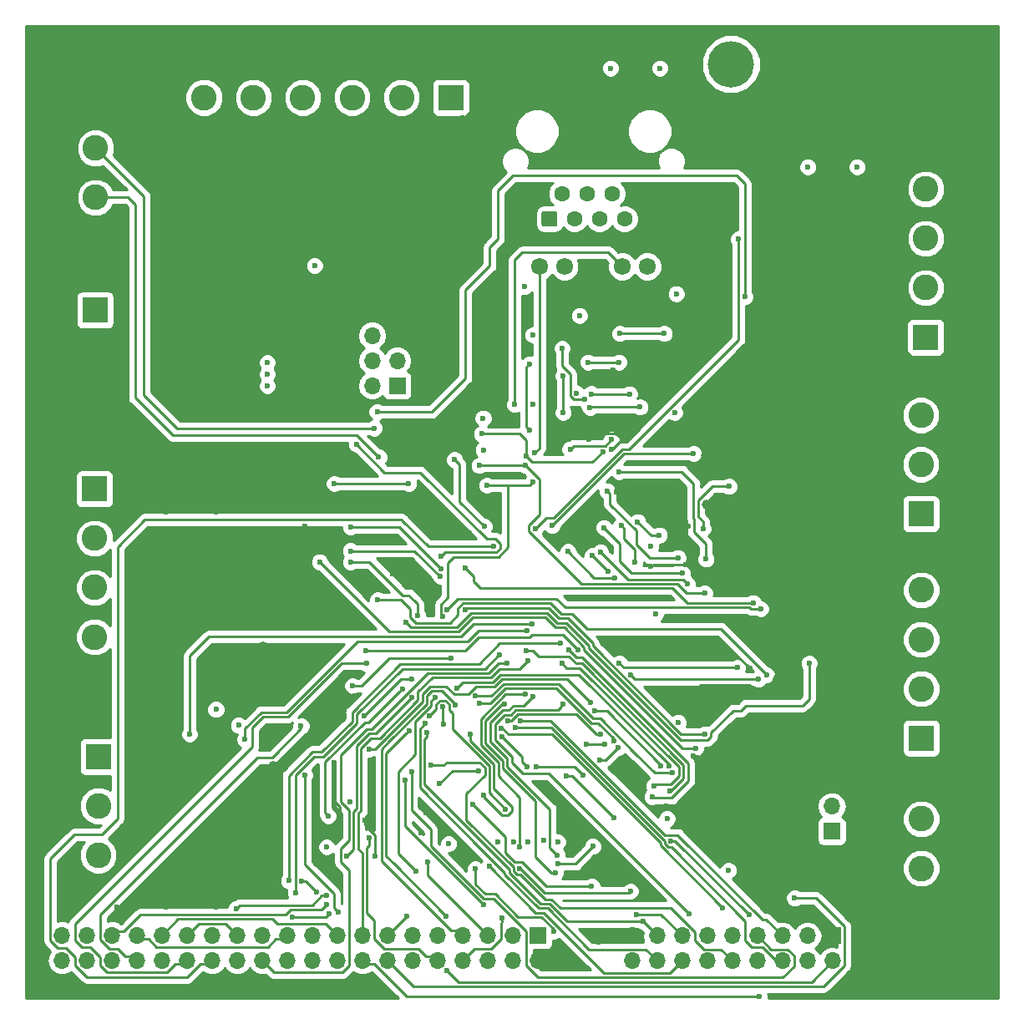
<source format=gbr>
%TF.GenerationSoftware,KiCad,Pcbnew,5.0.2+dfsg1-1*%
%TF.CreationDate,2021-02-11T15:39:11+01:00*%
%TF.ProjectId,ETH OPAMP DCMI FSMC CAN ENCODER CS1000,45544820-4f50-4414-9d50-2044434d4920,rev?*%
%TF.SameCoordinates,Original*%
%TF.FileFunction,Copper,L4,Bot*%
%TF.FilePolarity,Positive*%
%FSLAX46Y46*%
G04 Gerber Fmt 4.6, Leading zero omitted, Abs format (unit mm)*
G04 Created by KiCad (PCBNEW 5.0.2+dfsg1-1) date tor 11 feb 2021 15:39:11*
%MOMM*%
%LPD*%
G01*
G04 APERTURE LIST*
%ADD10R,2.600000X2.600000*%
%ADD11C,2.600000*%
%ADD12C,1.720000*%
%ADD13C,1.600000*%
%ADD14C,0.100000*%
%ADD15R,1.700000X1.700000*%
%ADD16O,1.700000X1.700000*%
%ADD17C,4.700000*%
%ADD18C,0.600000*%
%ADD19C,1.000000*%
%ADD20C,0.250000*%
%ADD21C,0.254000*%
G04 APERTURE END LIST*
D10*
X142700000Y-82650000D03*
D11*
X142700000Y-87650000D03*
X142700000Y-92650000D03*
X142700000Y-97650000D03*
D12*
X198719000Y-60099700D03*
X187789000Y-60099700D03*
X196179000Y-60099700D03*
X190329000Y-60099700D03*
D13*
X197699000Y-52729700D03*
X196429000Y-55269700D03*
X195159000Y-52729700D03*
X193889000Y-55269700D03*
X192619000Y-52729700D03*
X191349000Y-55269700D03*
X190079000Y-52729700D03*
D14*
G36*
X189385308Y-54470894D02*
X189409382Y-54474465D01*
X189432991Y-54480379D01*
X189455905Y-54488578D01*
X189477906Y-54498984D01*
X189498781Y-54511496D01*
X189518330Y-54525993D01*
X189536362Y-54542338D01*
X189552707Y-54560370D01*
X189567204Y-54579919D01*
X189579716Y-54600794D01*
X189590122Y-54622795D01*
X189598321Y-54645709D01*
X189604235Y-54669318D01*
X189607806Y-54693392D01*
X189609000Y-54717700D01*
X189609000Y-55821700D01*
X189607806Y-55846008D01*
X189604235Y-55870082D01*
X189598321Y-55893691D01*
X189590122Y-55916605D01*
X189579716Y-55938606D01*
X189567204Y-55959481D01*
X189552707Y-55979030D01*
X189536362Y-55997062D01*
X189518330Y-56013407D01*
X189498781Y-56027904D01*
X189477906Y-56040416D01*
X189455905Y-56050822D01*
X189432991Y-56059021D01*
X189409382Y-56064935D01*
X189385308Y-56068506D01*
X189361000Y-56069700D01*
X188257000Y-56069700D01*
X188232692Y-56068506D01*
X188208618Y-56064935D01*
X188185009Y-56059021D01*
X188162095Y-56050822D01*
X188140094Y-56040416D01*
X188119219Y-56027904D01*
X188099670Y-56013407D01*
X188081638Y-55997062D01*
X188065293Y-55979030D01*
X188050796Y-55959481D01*
X188038284Y-55938606D01*
X188027878Y-55916605D01*
X188019679Y-55893691D01*
X188013765Y-55870082D01*
X188010194Y-55846008D01*
X188009000Y-55821700D01*
X188009000Y-54717700D01*
X188010194Y-54693392D01*
X188013765Y-54669318D01*
X188019679Y-54645709D01*
X188027878Y-54622795D01*
X188038284Y-54600794D01*
X188050796Y-54579919D01*
X188065293Y-54560370D01*
X188081638Y-54542338D01*
X188099670Y-54525993D01*
X188119219Y-54511496D01*
X188140094Y-54498984D01*
X188162095Y-54488578D01*
X188185009Y-54480379D01*
X188208618Y-54474465D01*
X188232692Y-54470894D01*
X188257000Y-54469700D01*
X189361000Y-54469700D01*
X189385308Y-54470894D01*
X189385308Y-54470894D01*
G37*
D13*
X188809000Y-55269700D03*
D15*
X187642000Y-127889000D03*
D16*
X187642000Y-130429000D03*
X185102000Y-127889000D03*
X185102000Y-130429000D03*
X182562000Y-127889000D03*
X182562000Y-130429000D03*
X180022000Y-127889000D03*
X180022000Y-130429000D03*
X177482000Y-127889000D03*
X177482000Y-130429000D03*
X174942000Y-127889000D03*
X174942000Y-130429000D03*
X172402000Y-127889000D03*
X172402000Y-130429000D03*
X169862000Y-127889000D03*
X169862000Y-130429000D03*
X167322000Y-127889000D03*
X167322000Y-130429000D03*
X164782000Y-127889000D03*
X164782000Y-130429000D03*
X162242000Y-127889000D03*
X162242000Y-130429000D03*
X159702000Y-127889000D03*
X159702000Y-130429000D03*
X157162000Y-127889000D03*
X157162000Y-130429000D03*
X154622000Y-127889000D03*
X154622000Y-130429000D03*
X152082000Y-127889000D03*
X152082000Y-130429000D03*
X149542000Y-127889000D03*
X149542000Y-130429000D03*
X147002000Y-127889000D03*
X147002000Y-130429000D03*
X144462000Y-127889000D03*
X144462000Y-130429000D03*
X141922000Y-127889000D03*
X141922000Y-130429000D03*
X139382000Y-127889000D03*
X139382000Y-130429000D03*
D10*
X142748000Y-64516000D03*
D11*
X142748000Y-69516000D03*
X142748000Y-74516000D03*
D15*
X173375000Y-72175000D03*
D16*
X170835000Y-72175000D03*
X173375000Y-69635000D03*
X170835000Y-69635000D03*
X173375000Y-67095000D03*
X170835000Y-67095000D03*
D11*
X143070000Y-119776000D03*
X143070000Y-114776000D03*
D10*
X143070000Y-109776000D03*
X178800000Y-42970000D03*
D11*
X173800000Y-42970000D03*
X168800000Y-42970000D03*
X163800000Y-42970000D03*
X158800000Y-42970000D03*
X153800000Y-42970000D03*
D10*
X226461000Y-85164200D03*
D11*
X226461000Y-80164200D03*
X226461000Y-75164200D03*
D10*
X226955000Y-67253000D03*
D11*
X226955000Y-62253000D03*
X226955000Y-57253000D03*
X226955000Y-52253000D03*
X226955000Y-47253000D03*
X226955000Y-42253000D03*
X226500000Y-92900000D03*
X226500000Y-97900000D03*
X226500000Y-102900000D03*
D10*
X226500000Y-107900000D03*
D15*
X217424000Y-117348000D03*
D16*
X217424000Y-114808000D03*
D10*
X226500000Y-126100000D03*
D11*
X226500000Y-121100000D03*
X226500000Y-116100000D03*
D10*
X142800000Y-43100000D03*
D11*
X142800000Y-48100000D03*
X142800000Y-53100000D03*
D15*
X217500000Y-127950000D03*
D16*
X217500000Y-130490000D03*
X214960000Y-127950000D03*
X214960000Y-130490000D03*
X212420000Y-127950000D03*
X212420000Y-130490000D03*
X209880000Y-127950000D03*
X209880000Y-130490000D03*
X207340000Y-127950000D03*
X207340000Y-130490000D03*
X204800000Y-127950000D03*
X204800000Y-130490000D03*
X202260000Y-127950000D03*
X202260000Y-130490000D03*
X199720000Y-127950000D03*
X199720000Y-130490000D03*
X197180000Y-127950000D03*
X197180000Y-130490000D03*
D17*
X207220000Y-39580000D03*
X208800000Y-108300000D03*
X160800000Y-102200000D03*
X163200000Y-64200000D03*
D18*
X167000000Y-82100000D03*
X196068000Y-86370000D03*
X190680000Y-89007500D03*
X182088000Y-75482500D03*
X182100000Y-78690000D03*
X191567000Y-72957000D03*
X195850000Y-69800000D03*
X192720000Y-69800000D03*
X195940000Y-66900000D03*
X200440000Y-66900000D03*
X200728000Y-116078000D03*
X183560000Y-118430000D03*
X186610000Y-118440000D03*
X189650000Y-118420000D03*
X199560000Y-95310000D03*
X201870000Y-106310000D03*
X206960000Y-121320000D03*
X174540000Y-82110000D03*
X157300000Y-106600000D03*
X178600000Y-118600000D03*
X201500000Y-74900000D03*
X195400000Y-91650000D03*
X199050000Y-88500000D03*
X197450000Y-90100000D03*
X160200000Y-71000000D03*
X160200000Y-72200000D03*
X160200000Y-69850000D03*
X186320000Y-62130000D03*
X191850000Y-65075000D03*
X187112500Y-67027500D03*
X201670000Y-62870000D03*
X166220000Y-118944000D03*
X215000000Y-50000000D03*
X220000000Y-50000000D03*
X165000000Y-60000000D03*
X155000000Y-105000000D03*
X195000000Y-40000000D03*
X200000000Y-40000000D03*
X180250000Y-119000000D03*
X172940000Y-91280000D03*
X174690000Y-91280000D03*
D19*
X204700000Y-84220000D03*
X204660000Y-79210400D03*
X204660000Y-74200000D03*
D18*
X187122000Y-74080000D03*
X183700000Y-85370000D03*
D19*
X152810000Y-58260000D03*
X157822000Y-58168000D03*
X162880000Y-58330000D03*
X167833000Y-58177000D03*
X172871000Y-58229000D03*
X177860000Y-58420000D03*
X160770000Y-110740000D03*
X211930000Y-106950000D03*
X211940000Y-101950000D03*
X211910000Y-96950000D03*
X211910000Y-91940000D03*
X216470000Y-82360000D03*
X216310000Y-77360000D03*
X216400000Y-72350000D03*
D18*
X197100000Y-98100000D03*
X201960000Y-104740000D03*
X195575000Y-82925000D03*
X192780000Y-77630000D03*
X201988000Y-69657500D03*
X191582000Y-69872500D03*
X195290000Y-70580000D03*
X200682000Y-114808000D03*
X195326000Y-110754000D03*
X185140000Y-118430000D03*
X188200000Y-118300000D03*
X191230000Y-118430000D03*
X163810000Y-91300000D03*
X199700000Y-93729500D03*
X200060000Y-124160000D03*
X175770000Y-117460000D03*
X169080000Y-103610000D03*
X168620000Y-114390000D03*
X173000000Y-80200000D03*
X179000000Y-87500000D03*
X180700000Y-87100000D03*
X160700000Y-108600000D03*
X167550000Y-116250000D03*
X166950000Y-110350000D03*
D19*
X160790000Y-115690000D03*
X160879000Y-120711000D03*
D18*
X166800000Y-103250000D03*
X176300000Y-115450000D03*
X171150000Y-119850000D03*
X170150000Y-116200000D03*
X193850000Y-128550000D03*
X196150000Y-77650000D03*
X199700000Y-77750000D03*
X195050000Y-88900000D03*
X199700000Y-80000000D03*
X195092010Y-78657990D03*
X199050000Y-90500000D03*
X202600000Y-90350000D03*
X202850000Y-86450000D03*
X209100000Y-100850000D03*
X209050000Y-102700000D03*
X203350000Y-109725000D03*
X186340000Y-66300000D03*
X184407500Y-65077500D03*
D19*
X211090000Y-58358000D03*
X211092000Y-59628000D03*
X211118000Y-60908000D03*
X211090000Y-65343000D03*
X211083000Y-66613000D03*
X211083000Y-67893000D03*
X211133000Y-51373000D03*
X211157000Y-52643000D03*
X211193000Y-53923000D03*
X211078000Y-44388000D03*
X211090000Y-45658000D03*
X211058000Y-46938000D03*
X159560000Y-83600000D03*
X159660000Y-88600000D03*
X159690000Y-93590000D03*
X159740000Y-98600000D03*
D18*
X200840000Y-73030000D03*
X164020000Y-86440000D03*
X163900000Y-83480000D03*
D19*
X155740000Y-61380000D03*
D18*
X140000000Y-40000000D03*
X145000000Y-40000000D03*
X150000000Y-40000000D03*
X155000000Y-40000000D03*
X160000000Y-40000000D03*
X165000000Y-40000000D03*
X170000000Y-40000000D03*
X175000000Y-40000000D03*
X180000000Y-40000000D03*
X185000000Y-40000000D03*
X190000000Y-40000000D03*
X215000000Y-40000000D03*
X220000000Y-40000000D03*
X225000000Y-40000000D03*
X230000000Y-40000000D03*
X230000000Y-45000000D03*
X225000000Y-45000000D03*
X210000000Y-45000000D03*
X205000000Y-45000000D03*
X190000000Y-45000000D03*
X175000000Y-45000000D03*
X170000000Y-45000000D03*
X180000000Y-45000000D03*
X185000000Y-45000000D03*
X165000000Y-45000000D03*
X160000000Y-45000000D03*
X155000000Y-45000000D03*
X150000000Y-45000000D03*
X145000000Y-45000000D03*
X140000000Y-45000000D03*
X140000000Y-50000000D03*
X150000000Y-50000000D03*
X155000000Y-50000000D03*
X160000000Y-50000000D03*
X165000000Y-50000000D03*
X170000000Y-50000000D03*
X175000000Y-50000000D03*
X180000000Y-50000000D03*
X190000000Y-50000000D03*
X195000000Y-50000000D03*
X205000000Y-50000000D03*
X230000000Y-50000000D03*
X230000000Y-55000000D03*
X205000000Y-55000000D03*
X185000000Y-55000000D03*
X150000000Y-55000000D03*
X140000000Y-55000000D03*
X145000000Y-55000000D03*
X140000000Y-60000000D03*
X145000000Y-60000000D03*
X155000000Y-60000000D03*
X150000000Y-60000000D03*
X150000000Y-60000000D03*
X150000000Y-60000000D03*
X160000000Y-60000000D03*
X160000000Y-60000000D03*
X160000000Y-60000000D03*
X170000000Y-60000000D03*
X175000000Y-60000000D03*
X180000000Y-60000000D03*
X205000000Y-60000000D03*
X210000000Y-60000000D03*
X230000000Y-60000000D03*
X230000000Y-65000000D03*
X225000000Y-65000000D03*
X220000000Y-65000000D03*
X210000000Y-65000000D03*
X205000000Y-65000000D03*
X175000000Y-65000000D03*
X170000000Y-65000000D03*
X160000000Y-65000000D03*
X140000000Y-65000000D03*
X140000000Y-70000000D03*
X150000000Y-70000000D03*
X155000000Y-70000000D03*
X220000000Y-70000000D03*
X225000000Y-70000000D03*
X230000000Y-70000000D03*
X230000000Y-75000000D03*
X230000000Y-80000000D03*
X230000000Y-85000000D03*
X160000000Y-75000000D03*
X145000000Y-75000000D03*
X145000000Y-70000000D03*
X175000000Y-80000000D03*
X165000000Y-80000000D03*
X160000000Y-80000000D03*
X155000000Y-80000000D03*
X150000000Y-80000000D03*
X145000000Y-80000000D03*
X140000000Y-80000000D03*
X140000000Y-75000000D03*
X140000000Y-85000000D03*
X145000000Y-85000000D03*
X210000000Y-90000000D03*
X220000000Y-90000000D03*
X225000000Y-90000000D03*
X230000000Y-90000000D03*
X230000000Y-95000000D03*
X225000000Y-95000000D03*
X220000000Y-95000000D03*
X165000000Y-95000000D03*
X155000000Y-95000000D03*
X155000000Y-90000000D03*
X155000000Y-85000000D03*
X150000000Y-85000000D03*
X150000000Y-90000000D03*
X150000000Y-95000000D03*
X140000000Y-90000000D03*
X140000000Y-95000000D03*
X140000000Y-100000000D03*
X150000000Y-100000000D03*
X155000000Y-100000000D03*
X140000000Y-105000000D03*
X150000000Y-105000000D03*
X165000000Y-100000000D03*
X140000000Y-110000000D03*
X140000000Y-115000000D03*
X140000000Y-125000000D03*
X140000000Y-120000000D03*
X150000000Y-125000000D03*
X155000000Y-125000000D03*
X145000000Y-125000000D03*
X210000000Y-120000000D03*
X215000000Y-120000000D03*
X220000000Y-120000000D03*
X220000000Y-125000000D03*
X220000000Y-130000000D03*
X225000000Y-130000000D03*
X230000000Y-130000000D03*
X230000000Y-125000000D03*
X230000000Y-120000000D03*
X230000000Y-115000000D03*
X230000000Y-110000000D03*
X225000000Y-110000000D03*
X220000000Y-110000000D03*
X215000000Y-110000000D03*
X220000000Y-105000000D03*
X225000000Y-105000000D03*
X230000000Y-105000000D03*
X225000000Y-100000000D03*
X225000000Y-100000000D03*
X225000000Y-100000000D03*
X225000000Y-100000000D03*
X225000000Y-100000000D03*
X215000000Y-90000000D03*
X155000000Y-75000000D03*
D19*
X163410000Y-72600000D03*
D18*
X193096800Y-122914900D03*
X181036100Y-114580200D03*
X193040000Y-73010000D03*
X196910000Y-73030000D03*
X186790000Y-69970000D03*
X186790000Y-76660000D03*
X187300000Y-79000000D03*
X185280000Y-74100000D03*
X187475000Y-110800000D03*
X192250000Y-111650000D03*
X204533200Y-93207100D03*
X181690000Y-80280000D03*
X186390000Y-80280000D03*
X193900000Y-110125000D03*
X195800000Y-108850000D03*
X194760700Y-91012600D03*
X193145300Y-89397200D03*
X190190000Y-74905200D03*
X190180000Y-71200000D03*
X192360000Y-73600000D03*
X190100000Y-68390000D03*
X192918000Y-74362500D03*
X197982000Y-74352500D03*
X181683600Y-104384500D03*
X195303400Y-108175200D03*
X204689500Y-89760600D03*
X195845600Y-80916700D03*
X195079700Y-77660600D03*
X190900000Y-78620000D03*
X186500000Y-110825000D03*
X183957100Y-107736600D03*
X178000800Y-95576500D03*
X187140000Y-81940000D03*
X182460000Y-82280000D03*
X193973400Y-89032800D03*
X202785700Y-92275700D03*
X202290000Y-91200000D03*
X194329200Y-86560500D03*
X201839700Y-89625600D03*
X194642000Y-82850000D03*
X194213200Y-78894800D03*
X181940000Y-77070000D03*
X186440000Y-79350000D03*
X199937600Y-87337200D03*
X197747500Y-85975200D03*
X166225100Y-124754200D03*
X166484100Y-125712400D03*
X162759200Y-126040500D03*
X187076700Y-96324700D03*
X152336000Y-107510000D03*
X181652600Y-111195100D03*
X177679000Y-112507900D03*
X168282600Y-119869400D03*
X174860900Y-103789900D03*
X186650000Y-100030000D03*
X190092400Y-100350100D03*
X199375000Y-112775000D03*
X189205300Y-127457900D03*
X181300000Y-121150000D03*
X174354400Y-125936600D03*
X186347100Y-103471400D03*
X185765500Y-118967800D03*
X187147500Y-103665700D03*
X189550000Y-119750000D03*
X179248400Y-104546700D03*
X180775100Y-107506100D03*
X182099900Y-113714700D03*
X176449500Y-120490600D03*
X184285200Y-104452200D03*
X189400000Y-121550000D03*
X190496300Y-111751900D03*
X195341900Y-115993200D03*
X193192600Y-118890900D03*
X189700000Y-120650000D03*
X184000000Y-126100000D03*
X173895700Y-102898600D03*
X170505300Y-118009500D03*
X166388600Y-115802900D03*
X175296900Y-121384300D03*
X177203700Y-103746300D03*
X195877600Y-100328300D03*
X207882100Y-100773400D03*
X213661300Y-124122000D03*
X186450000Y-99060000D03*
X200983600Y-113292400D03*
X201117600Y-118339200D03*
X209019400Y-125816800D03*
X210051100Y-134093300D03*
X186525700Y-97026500D03*
X157941200Y-108040500D03*
X163992100Y-111647400D03*
X167422900Y-125562100D03*
X189960000Y-98310000D03*
X162384400Y-122355200D03*
X163694600Y-122421300D03*
X165172500Y-123533200D03*
X190785200Y-98940100D03*
X199206800Y-113870400D03*
X197037900Y-123418600D03*
X185809500Y-121105200D03*
X184532400Y-100302700D03*
X183775000Y-99475000D03*
X163060100Y-123589000D03*
X183184600Y-88466000D03*
X170250000Y-100350000D03*
X166215000Y-123879900D03*
X157061400Y-125168900D03*
X180289300Y-94897300D03*
X204575700Y-107477400D03*
X180300000Y-90700000D03*
X209451600Y-94186300D03*
X176669200Y-105661200D03*
X184343900Y-115088600D03*
X182707700Y-120912600D03*
X193373500Y-105167200D03*
X200104700Y-110729500D03*
X197634000Y-125777800D03*
X185822800Y-106118800D03*
X185378100Y-106806100D03*
X174810000Y-111360000D03*
X168850000Y-102600000D03*
X178844900Y-99793800D03*
X183931000Y-106897900D03*
X206377400Y-125089900D03*
X174152000Y-112171700D03*
X182100000Y-124800000D03*
X176770000Y-110660000D03*
X202961700Y-125699300D03*
X190150000Y-104470000D03*
X165503400Y-90052500D03*
X203650000Y-108925000D03*
X198262700Y-126454300D03*
X176340000Y-107340000D03*
X176220000Y-106440000D03*
X163630300Y-106679500D03*
X178039400Y-106472900D03*
X177997800Y-104721100D03*
X174824900Y-101945100D03*
X170008200Y-105678000D03*
X184572100Y-106153200D03*
X194001300Y-107512500D03*
X204362800Y-86661200D03*
X207000000Y-82400000D03*
X215140900Y-100312300D03*
X174225000Y-96125000D03*
X182194300Y-86455200D03*
X179190000Y-79680000D03*
X168644700Y-86472800D03*
X177842100Y-90704700D03*
X168644700Y-88925800D03*
X177726400Y-91505100D03*
X178442300Y-94886000D03*
X210240000Y-94810000D03*
X181315200Y-103621000D03*
X201308900Y-111430300D03*
X179397100Y-102845700D03*
X200905100Y-110685300D03*
X177838700Y-89461600D03*
X169246000Y-78134300D03*
X189065500Y-86378100D03*
X203421700Y-79054200D03*
X207993800Y-57340000D03*
X187352400Y-86661500D03*
X171341000Y-74836300D03*
X208624200Y-63166400D03*
X191697900Y-98944700D03*
X170187700Y-99005700D03*
X174590000Y-107130000D03*
X178340100Y-125948900D03*
X178448500Y-131445200D03*
X197037000Y-101493700D03*
X210008800Y-101937100D03*
X171406200Y-93890700D03*
X210837000Y-101487300D03*
X175425000Y-95450000D03*
X168644700Y-90059600D03*
X171027900Y-76484800D03*
X171505400Y-79428000D03*
X192939400Y-104273200D03*
X170512200Y-109038200D03*
X192525000Y-108550000D03*
X194425000Y-108500000D03*
D20*
X192720000Y-69800000D02*
X195850000Y-69800000D01*
X200440000Y-66900000D02*
X195940000Y-66900000D01*
X182090000Y-78700000D02*
X182100000Y-78690000D01*
X167010000Y-82110000D02*
X167000000Y-82100000D01*
X174540000Y-82110000D02*
X167010000Y-82110000D01*
X190680000Y-89007500D02*
X193322500Y-91650000D01*
X193322500Y-91650000D02*
X195400000Y-91650000D01*
X195400000Y-91650000D02*
X195400000Y-91650000D01*
X196367999Y-86669999D02*
X196367999Y-87717999D01*
X196068000Y-86370000D02*
X196367999Y-86669999D01*
X196367999Y-87717999D02*
X197450000Y-88800000D01*
X197450000Y-88800000D02*
X197450000Y-90050000D01*
X174690000Y-91280000D02*
X172940000Y-91280000D01*
X167550000Y-114881412D02*
X167050000Y-114381412D01*
X167550000Y-116250000D02*
X167550000Y-114881412D01*
X167050000Y-114381412D02*
X167050000Y-110350000D01*
X167050000Y-110350000D02*
X167050000Y-110350000D01*
X167160000Y-103610000D02*
X166800000Y-103250000D01*
X166800000Y-103250000D02*
X167160000Y-103610000D01*
X167160000Y-103610000D02*
X169080000Y-103610000D01*
X176700000Y-115450000D02*
X176300000Y-115450000D01*
X176300000Y-115450000D02*
X176700000Y-115450000D01*
X176700000Y-115450000D02*
X180250000Y-119000000D01*
X171150000Y-117729198D02*
X170150000Y-116729198D01*
X171150000Y-119850000D02*
X171150000Y-117729198D01*
X170150000Y-116729198D02*
X170150000Y-116200000D01*
X170150000Y-116200000D02*
X170150000Y-116200000D01*
X193374401Y-77035599D02*
X195535599Y-77035599D01*
X192780000Y-77630000D02*
X193374401Y-77035599D01*
X195535599Y-77035599D02*
X196150000Y-77650000D01*
X196150000Y-77650000D02*
X196150000Y-77650000D01*
X203870400Y-80000000D02*
X204660000Y-79210400D01*
X199700000Y-80000000D02*
X203870400Y-80000000D01*
X195142010Y-78657990D02*
X196150000Y-77650000D01*
X195092010Y-78657990D02*
X195142010Y-78657990D01*
X199624264Y-90350000D02*
X202600000Y-90350000D01*
X202600000Y-90350000D02*
X202600000Y-90350000D01*
X197100000Y-98100000D02*
X197524264Y-98100000D01*
X197524264Y-98100000D02*
X206350000Y-98100000D01*
X206350000Y-98100000D02*
X209100000Y-100850000D01*
X209100000Y-100850000D02*
X209100000Y-100850000D01*
X201960000Y-104740000D02*
X204150000Y-102550000D01*
X204150000Y-102550000D02*
X209050000Y-102550000D01*
X209050000Y-102550000D02*
X209050000Y-102550000D01*
X199050000Y-90500000D02*
X199200000Y-90500000D01*
X199350000Y-90350000D02*
X199624264Y-90350000D01*
X199200000Y-90500000D02*
X199350000Y-90350000D01*
X206050001Y-110349999D02*
X208400000Y-108000000D01*
X204399263Y-110349999D02*
X206050001Y-110349999D01*
X203774264Y-109725000D02*
X204399263Y-110349999D01*
X203350000Y-109725000D02*
X203774264Y-109725000D01*
X184350000Y-119529690D02*
X184350000Y-117894100D01*
X185300509Y-120480199D02*
X184350000Y-119529690D01*
X193096800Y-122914900D02*
X188503600Y-122914900D01*
X184350000Y-117894100D02*
X181036100Y-114580200D01*
X186068899Y-120480199D02*
X185300509Y-120480199D01*
X188503600Y-122914900D02*
X186068899Y-120480199D01*
X193060000Y-73030000D02*
X193040000Y-73010000D01*
X193070000Y-73040000D02*
X193060000Y-73030000D01*
X196910000Y-73030000D02*
X193060000Y-73030000D01*
X193060000Y-73030000D02*
X193040000Y-73010000D01*
X186790000Y-76660000D02*
X186490000Y-76360000D01*
X186490000Y-76360000D02*
X186490000Y-70270000D01*
X186490000Y-70270000D02*
X186790000Y-69970000D01*
X187789000Y-60099700D02*
X187789000Y-78511000D01*
X187789000Y-78511000D02*
X187300000Y-79000000D01*
X196179000Y-60099700D02*
X194749000Y-58670000D01*
X194749000Y-58670000D02*
X186070000Y-58670000D01*
X186070000Y-58670000D02*
X185280000Y-59460000D01*
X185280000Y-59460000D02*
X185280000Y-74100000D01*
X186364700Y-80280000D02*
X187789300Y-81704600D01*
X187789300Y-81704600D02*
X187789300Y-85258700D01*
X187789300Y-85258700D02*
X186697800Y-86350200D01*
X186697800Y-86350200D02*
X186697800Y-86901900D01*
X186697800Y-86901900D02*
X192071600Y-92275700D01*
X192071600Y-92275700D02*
X201808000Y-92275700D01*
X201808000Y-92275700D02*
X202739400Y-93207100D01*
X202739400Y-93207100D02*
X204533200Y-93207100D01*
X186364700Y-80280000D02*
X181690000Y-80280000D01*
X186390000Y-80280000D02*
X186364700Y-80280000D01*
X193900000Y-110125000D02*
X194125000Y-110125000D01*
X194525000Y-110125000D02*
X195800000Y-108850000D01*
X193900000Y-110125000D02*
X194525000Y-110125000D01*
X191400000Y-110800000D02*
X187475000Y-110800000D01*
X192250000Y-111650000D02*
X191400000Y-110800000D01*
X193145300Y-89397200D02*
X194760700Y-91012600D01*
X190190000Y-74905200D02*
X190190000Y-71210000D01*
X190190000Y-71210000D02*
X190180000Y-71200000D01*
X190100000Y-68390000D02*
X190100000Y-70195000D01*
X190100000Y-70195000D02*
X190942000Y-71037000D01*
X190942000Y-71037000D02*
X190942000Y-73257000D01*
X190942000Y-73257000D02*
X191285000Y-73600000D01*
X191285000Y-73600000D02*
X192360000Y-73600000D01*
X197982000Y-74352500D02*
X192928000Y-74352500D01*
X192928000Y-74352500D02*
X192918000Y-74362500D01*
X195303400Y-108175200D02*
X195303400Y-107921200D01*
X195303400Y-107921200D02*
X193774700Y-106392500D01*
X193774700Y-106392500D02*
X193077400Y-106392500D01*
X193077400Y-106392500D02*
X189530900Y-102846000D01*
X189530900Y-102846000D02*
X184337200Y-102846000D01*
X184337200Y-102846000D02*
X182798700Y-104384500D01*
X182798700Y-104384500D02*
X181683600Y-104384500D01*
X191250600Y-78269400D02*
X190900000Y-78620000D01*
X195079700Y-77660600D02*
X194470900Y-78269400D01*
X194470900Y-78269400D02*
X191250600Y-78269400D01*
X204689500Y-89760600D02*
X204689500Y-88239500D01*
X204689500Y-88239500D02*
X203450000Y-87000000D01*
X203424989Y-85648199D02*
X203424989Y-82125011D01*
X203475001Y-85698211D02*
X203424989Y-85648199D01*
X203450000Y-87000000D02*
X203475001Y-86974999D01*
X203475001Y-86974999D02*
X203475001Y-85698211D01*
X202216678Y-80916700D02*
X202150000Y-80916700D01*
X203424989Y-82125011D02*
X202216678Y-80916700D01*
X202150000Y-80916700D02*
X195845600Y-80916700D01*
X186017400Y-109796900D02*
X183957100Y-107736600D01*
X186800000Y-82280000D02*
X184606600Y-82280000D01*
X184606600Y-82280000D02*
X182460000Y-82280000D01*
X187140000Y-81940000D02*
X186800000Y-82280000D01*
X186017400Y-110342400D02*
X186500000Y-110825000D01*
X186017400Y-109796900D02*
X186017400Y-110342400D01*
X184606600Y-88565300D02*
X184606600Y-82280000D01*
X183630300Y-89541600D02*
X184606600Y-88565300D01*
X177817000Y-95392700D02*
X177817000Y-94356800D01*
X178000800Y-95576500D02*
X177817000Y-95392700D01*
X177817000Y-94356800D02*
X178525000Y-93648800D01*
X178525000Y-93648800D02*
X178525000Y-90125000D01*
X178525000Y-90125000D02*
X179108400Y-89541600D01*
X179108400Y-89541600D02*
X183630300Y-89541600D01*
X202785700Y-92275700D02*
X202335400Y-91825400D01*
X202335400Y-91825400D02*
X196766000Y-91825400D01*
X196766000Y-91825400D02*
X193973400Y-89032800D01*
X195950000Y-90000000D02*
X195950000Y-88181300D01*
X195950000Y-88181300D02*
X194329200Y-86560500D01*
X202290000Y-91200000D02*
X197150000Y-91200000D01*
X197150000Y-91200000D02*
X195950000Y-90000000D01*
X186440000Y-79350000D02*
X187036400Y-79946400D01*
X187036400Y-79946400D02*
X193161600Y-79946400D01*
X193161600Y-79946400D02*
X194213200Y-78894800D01*
X186440000Y-79350000D02*
X186440000Y-77710000D01*
X186440000Y-77710000D02*
X185800000Y-77070000D01*
X185800000Y-77070000D02*
X181940000Y-77070000D01*
X201839700Y-89625600D02*
X198975600Y-89625600D01*
X198975600Y-89625600D02*
X197600000Y-88250000D01*
X197600000Y-88250000D02*
X197600000Y-86850000D01*
X197600000Y-86850000D02*
X194941999Y-84191999D01*
X194941999Y-83149999D02*
X194642000Y-82850000D01*
X194941999Y-84191999D02*
X194941999Y-83149999D01*
X197747500Y-85975200D02*
X199109500Y-87337200D01*
X199109500Y-87337200D02*
X199937600Y-87337200D01*
X145637300Y-127521700D02*
X147351300Y-125807700D01*
X147351300Y-125807700D02*
X162107500Y-125807700D01*
X162107500Y-125807700D02*
X162603400Y-125311800D01*
X162603400Y-125311800D02*
X165667500Y-125311800D01*
X165667500Y-125311800D02*
X166225100Y-124754200D01*
X144829300Y-127521700D02*
X144462000Y-127889000D01*
X145637300Y-127521700D02*
X144829300Y-127521700D01*
X162759200Y-126040500D02*
X166156000Y-126040500D01*
X166156000Y-126040500D02*
X166484100Y-125712400D01*
X148177300Y-128256300D02*
X148985300Y-129064300D01*
X148985300Y-129064300D02*
X160258800Y-129064300D01*
X160258800Y-129064300D02*
X161066700Y-128256400D01*
X161874600Y-128256400D02*
X162242000Y-127889000D01*
X161066700Y-128256400D02*
X161874600Y-128256400D01*
X147369300Y-128256300D02*
X147002000Y-127889000D01*
X148177300Y-128256300D02*
X147369300Y-128256300D01*
X160729900Y-126262700D02*
X151168300Y-126262700D01*
X167322000Y-127889000D02*
X166146700Y-126713700D01*
X151168300Y-126262700D02*
X149542000Y-127889000D01*
X161180900Y-126713700D02*
X160729900Y-126262700D01*
X166146700Y-126713700D02*
X161180900Y-126713700D01*
X152330000Y-99570000D02*
X152330000Y-101800000D01*
X152330000Y-101800000D02*
X152330000Y-107450000D01*
X179820200Y-97616600D02*
X154283400Y-97616600D01*
X187076700Y-96324700D02*
X181112100Y-96324700D01*
X154283400Y-97616600D02*
X152330000Y-99570000D01*
X181112100Y-96324700D02*
X179820200Y-97616600D01*
X177679000Y-112507900D02*
X178991800Y-111195100D01*
X178991800Y-111195100D02*
X181652600Y-111195100D01*
X157162000Y-127889000D02*
X155986700Y-126713700D01*
X153257300Y-126713700D02*
X152082000Y-127889000D01*
X155986700Y-126713700D02*
X153257300Y-126713700D01*
X171196600Y-107454200D02*
X174860900Y-103789900D01*
X168282600Y-119869400D02*
X168955007Y-119196993D01*
X168955007Y-119196993D02*
X168955007Y-115344993D01*
X168955007Y-115344993D02*
X169245001Y-115054999D01*
X169245001Y-115054999D02*
X169245001Y-108701799D01*
X169245001Y-108701799D02*
X170492600Y-107454200D01*
X170492600Y-107454200D02*
X171196600Y-107454200D01*
X185752000Y-100928000D02*
X186650000Y-100030000D01*
X183707600Y-100928000D02*
X185752000Y-100928000D01*
X176939100Y-101770000D02*
X182865600Y-101770000D01*
X175486200Y-103222900D02*
X176939100Y-101770000D01*
X175486200Y-104049000D02*
X175486200Y-103222900D01*
X171619900Y-107915300D02*
X175486200Y-104049000D01*
X170723700Y-107915300D02*
X171619900Y-107915300D01*
X169862000Y-119606983D02*
X169405017Y-119150000D01*
X169405017Y-119150000D02*
X169405017Y-115531393D01*
X169695011Y-108943989D02*
X170723700Y-107915300D01*
X182865600Y-101770000D02*
X183707600Y-100928000D01*
X169862000Y-127889000D02*
X169862000Y-119606983D01*
X169405017Y-115531393D02*
X169695011Y-115241399D01*
X169695011Y-115241399D02*
X169695011Y-108943989D01*
X173577300Y-126713700D02*
X174354400Y-125936600D01*
X173577300Y-126713700D02*
X172402000Y-127889000D01*
X181300000Y-122727180D02*
X181300000Y-121150000D01*
X189205300Y-127246000D02*
X188008600Y-126049300D01*
X189205300Y-127457900D02*
X189205300Y-127246000D01*
X185637712Y-126049300D02*
X183288412Y-123700000D01*
X188008600Y-126049300D02*
X185637712Y-126049300D01*
X183288412Y-123700000D02*
X182272820Y-123700000D01*
X182272820Y-123700000D02*
X181300000Y-122727180D01*
X199577000Y-112573000D02*
X199375000Y-112775000D01*
X190542700Y-100800400D02*
X191904700Y-100800400D01*
X190092400Y-100350100D02*
X190542700Y-100800400D01*
X201067800Y-112573000D02*
X199577000Y-112573000D01*
X191904700Y-100800400D02*
X201934300Y-110830000D01*
X201934300Y-110830000D02*
X201934300Y-111706500D01*
X201934300Y-111706500D02*
X201067800Y-112573000D01*
X185765500Y-118967800D02*
X185765500Y-113902000D01*
X185765500Y-113902000D02*
X183629200Y-111765700D01*
X183629200Y-111765700D02*
X183629200Y-110367400D01*
X183629200Y-110367400D02*
X181858400Y-108596600D01*
X181858400Y-108596600D02*
X181858400Y-105961700D01*
X181858400Y-105961700D02*
X184348700Y-103471400D01*
X184348700Y-103471400D02*
X186347100Y-103471400D01*
X188843300Y-118798700D02*
X188843300Y-115110900D01*
X188843300Y-115110900D02*
X184529800Y-110797400D01*
X184529800Y-110797400D02*
X184529800Y-109994200D01*
X184529800Y-109994200D02*
X182792400Y-108256800D01*
X182792400Y-108256800D02*
X182792400Y-106351400D01*
X182792400Y-106351400D02*
X184066300Y-105077500D01*
X184066300Y-105077500D02*
X184706000Y-105077500D01*
X184706000Y-105077500D02*
X185190600Y-104592900D01*
X185190600Y-104592900D02*
X186220300Y-104592900D01*
X186220300Y-104592900D02*
X187147500Y-103665700D01*
X188843300Y-118798700D02*
X188850000Y-118805400D01*
X188843300Y-119043300D02*
X189550000Y-119750000D01*
X188843300Y-118798700D02*
X188843300Y-119043300D01*
X179512100Y-127379100D02*
X180022000Y-127889000D01*
X171810000Y-120342400D02*
X178846700Y-127379100D01*
X171810000Y-108998510D02*
X171810000Y-120342400D01*
X172592210Y-108216300D02*
X171810000Y-108998510D01*
X179248400Y-104450400D02*
X177918900Y-103120900D01*
X172592700Y-108216300D02*
X172592210Y-108216300D01*
X176862000Y-103120900D02*
X176386800Y-103596100D01*
X179248400Y-104546700D02*
X179248400Y-104450400D01*
X178846700Y-127379100D02*
X179512100Y-127379100D01*
X177918900Y-103120900D02*
X176862000Y-103120900D01*
X176386800Y-104422200D02*
X172592700Y-108216300D01*
X176386800Y-103596100D02*
X176386800Y-104422200D01*
X180775100Y-107506100D02*
X180775100Y-108150200D01*
X180775100Y-108150200D02*
X183178900Y-110554000D01*
X183178900Y-110554000D02*
X183178900Y-113039100D01*
X183178900Y-113039100D02*
X185017000Y-114877200D01*
X185017000Y-114877200D02*
X185017000Y-115324300D01*
X185017000Y-115324300D02*
X184625600Y-115715700D01*
X184625600Y-115715700D02*
X183961000Y-115715700D01*
X183961000Y-115715700D02*
X182099900Y-113854600D01*
X182099900Y-113854600D02*
X182099900Y-113714700D01*
X176449500Y-121776500D02*
X182562000Y-127889000D01*
X176449500Y-120490600D02*
X176449500Y-121776500D01*
X184004800Y-104452200D02*
X182320400Y-106136600D01*
X184079500Y-110180800D02*
X184079500Y-110984000D01*
X184285200Y-104452200D02*
X184004800Y-104452200D01*
X182320400Y-106136600D02*
X182320400Y-108421700D01*
X182320400Y-108421700D02*
X184079500Y-110180800D01*
X184079500Y-110984000D02*
X187359400Y-114263900D01*
X187359400Y-119933664D02*
X187359400Y-114263900D01*
X188975736Y-121550000D02*
X187359400Y-119933664D01*
X189400000Y-121550000D02*
X188975736Y-121550000D01*
X195341900Y-115993200D02*
X191100600Y-111751900D01*
X191100600Y-111751900D02*
X190496300Y-111751900D01*
X192466400Y-119617100D02*
X193192600Y-118890900D01*
X181197300Y-129253700D02*
X180022000Y-130429000D01*
X183896700Y-128226300D02*
X182869300Y-129253700D01*
X182869300Y-129253700D02*
X181197300Y-129253700D01*
X184000000Y-126524264D02*
X184000000Y-126100000D01*
X183896700Y-126627564D02*
X184000000Y-126524264D01*
X183896700Y-128226300D02*
X183896700Y-126627564D01*
X192466400Y-119617100D02*
X192466400Y-119633600D01*
X191450000Y-120650000D02*
X191800000Y-120300000D01*
X189700000Y-120650000D02*
X191450000Y-120650000D01*
X192466400Y-119633600D02*
X191800000Y-120300000D01*
X173735700Y-102898600D02*
X173895700Y-102898600D01*
X176306700Y-130061600D02*
X175498800Y-129253700D01*
X175498800Y-129253700D02*
X172065700Y-129253700D01*
X177114600Y-130061600D02*
X177482000Y-130429000D01*
X176306700Y-130061600D02*
X177114600Y-130061600D01*
X172065700Y-129253700D02*
X171084400Y-128272400D01*
X171084400Y-126384400D02*
X170312010Y-125612010D01*
X171084400Y-128272400D02*
X171084400Y-126384400D01*
X170312010Y-125612010D02*
X170312010Y-118987990D01*
X170505300Y-118794700D02*
X170505300Y-118009500D01*
X170312010Y-118987990D02*
X170505300Y-118794700D01*
X173595701Y-103198599D02*
X173895700Y-102898600D01*
X170491299Y-106303001D02*
X173595701Y-103198599D01*
X170071997Y-106303001D02*
X170491299Y-106303001D01*
X166088601Y-110286397D02*
X170071997Y-106303001D01*
X166088601Y-115502901D02*
X166088601Y-110286397D01*
X166388600Y-115802900D02*
X166088601Y-115502901D01*
X175296900Y-121384300D02*
X173499100Y-119586500D01*
X173499100Y-119586500D02*
X173499100Y-111300800D01*
X173499100Y-111300800D02*
X175216600Y-109583300D01*
X175216600Y-109583300D02*
X175216600Y-106229300D01*
X175216600Y-106229300D02*
X176837100Y-104608800D01*
X176837100Y-104608800D02*
X176837100Y-104112900D01*
X176837100Y-104112900D02*
X177203700Y-103746300D01*
X207882100Y-100773400D02*
X196322700Y-100773400D01*
X196322700Y-100773400D02*
X195877600Y-100328300D01*
X175044700Y-133071700D02*
X172402000Y-130429000D01*
X216589000Y-133071700D02*
X175044700Y-133071700D01*
X218675300Y-130985400D02*
X216589000Y-133071700D01*
X213661300Y-124122000D02*
X215832100Y-124122000D01*
X218675300Y-126965200D02*
X218675300Y-130985400D01*
X215832100Y-124122000D02*
X218675300Y-126965200D01*
X200983600Y-113292400D02*
X201074300Y-113292400D01*
X201074300Y-113292400D02*
X202384600Y-111982100D01*
X202384600Y-111982100D02*
X202384600Y-110643400D01*
X202384600Y-110643400D02*
X192091300Y-100350100D01*
X192091300Y-100350100D02*
X191492900Y-100350100D01*
X191492900Y-100350100D02*
X190787900Y-99645100D01*
X190787900Y-99645100D02*
X187688600Y-99645100D01*
X209019400Y-125816800D02*
X201541800Y-118339200D01*
X201541800Y-118339200D02*
X201117600Y-118339200D01*
X171037300Y-130796300D02*
X174334300Y-134093300D01*
X174334300Y-134093300D02*
X210051100Y-134093300D01*
X170229300Y-130796300D02*
X169862000Y-130429000D01*
X171037300Y-130796300D02*
X170229300Y-130796300D01*
X187103500Y-99060000D02*
X186450000Y-99060000D01*
X187688600Y-99645100D02*
X187103500Y-99060000D01*
X167422900Y-125562100D02*
X166962400Y-125101600D01*
X166962400Y-125101600D02*
X166962400Y-123702298D01*
X163992100Y-120731998D02*
X164400000Y-121139898D01*
X166962400Y-123702298D02*
X164400000Y-121139898D01*
X163992100Y-111647400D02*
X163992100Y-120731998D01*
X157941200Y-107616236D02*
X157941200Y-108040500D01*
X157941200Y-106958800D02*
X157941200Y-107616236D01*
X186525700Y-97026500D02*
X181592200Y-97026500D01*
X162125100Y-105293300D02*
X159606700Y-105293300D01*
X159606700Y-105293300D02*
X157941200Y-106958800D01*
X181592200Y-97026500D02*
X180520200Y-98098500D01*
X180520200Y-98098500D02*
X169319900Y-98098500D01*
X169319900Y-98098500D02*
X162125100Y-105293300D01*
X165172500Y-123533200D02*
X164060600Y-122421300D01*
X164060600Y-122421300D02*
X163694600Y-122421300D01*
X162384400Y-111702300D02*
X162384400Y-122355200D01*
X183778000Y-98310000D02*
X181668900Y-100419100D01*
X165700000Y-109300000D02*
X164786700Y-109300000D01*
X168800000Y-106200000D02*
X165700000Y-109300000D01*
X189960000Y-98310000D02*
X183778000Y-98310000D01*
X168800000Y-105300000D02*
X168800000Y-106200000D01*
X181668900Y-100419100D02*
X173667600Y-100419100D01*
X173667600Y-100419100D02*
X173667600Y-100432400D01*
X164786700Y-109300000D02*
X162384400Y-111702300D01*
X173667600Y-100432400D02*
X168800000Y-105300000D01*
X199206800Y-113870400D02*
X199301400Y-113965000D01*
X199301400Y-113965000D02*
X201195400Y-113965000D01*
X201195400Y-113965000D02*
X202869700Y-112290700D01*
X202869700Y-112290700D02*
X202869700Y-110478700D01*
X202869700Y-110478700D02*
X192115700Y-99724700D01*
X192115700Y-99724700D02*
X191569800Y-99724700D01*
X191569800Y-99724700D02*
X190785200Y-98940100D01*
X185809500Y-121105200D02*
X185850800Y-121105200D01*
X185850800Y-121105200D02*
X188329100Y-123583500D01*
X188329100Y-123583500D02*
X196873000Y-123583500D01*
X196873000Y-123583500D02*
X197037900Y-123418600D01*
X160877300Y-131604300D02*
X159702000Y-130429000D01*
X170762500Y-107003900D02*
X170280900Y-107003900D01*
X184362400Y-100302700D02*
X183695900Y-100302700D01*
X170280900Y-107003900D02*
X167652600Y-109632200D01*
X167657599Y-120429901D02*
X167652600Y-120434900D01*
X176446700Y-101319700D02*
X170762500Y-107003900D01*
X182678900Y-101319700D02*
X176446700Y-101319700D01*
X183695900Y-100302700D02*
X182678900Y-101319700D01*
X167652600Y-109632200D02*
X167652600Y-114347602D01*
X167652600Y-114347602D02*
X168504998Y-115200000D01*
X168532800Y-121315100D02*
X168532800Y-130937700D01*
X168504998Y-118295002D02*
X167657599Y-119142401D01*
X167866200Y-131604300D02*
X160877300Y-131604300D01*
X167652600Y-120434900D02*
X168532800Y-121315100D01*
X168504998Y-115200000D02*
X168504998Y-118295002D01*
X167657599Y-119142401D02*
X167657599Y-120429901D01*
X168532800Y-130937700D02*
X167866200Y-131604300D01*
X163060100Y-123589000D02*
X163060100Y-111695100D01*
X173885800Y-100869400D02*
X182283400Y-100869400D01*
X182283400Y-100869400D02*
X183668500Y-99484300D01*
X163060100Y-111695100D02*
X164955200Y-109800000D01*
X164955200Y-109800000D02*
X165900000Y-109800000D01*
X165900000Y-109800000D02*
X169300000Y-106400000D01*
X169300000Y-105455200D02*
X173885800Y-100869400D01*
X169300000Y-106400000D02*
X169300000Y-105455200D01*
X153446700Y-130796300D02*
X154254700Y-130796300D01*
X152098200Y-132144800D02*
X153446700Y-130796300D01*
X173799999Y-85774999D02*
X147764001Y-85774999D01*
X173848300Y-85823300D02*
X173799999Y-85774999D01*
X138195800Y-128393400D02*
X138961400Y-129159000D01*
X147764001Y-85774999D02*
X145014000Y-88525000D01*
X138195800Y-120154200D02*
X138195800Y-128393400D01*
X176505700Y-88466000D02*
X173863000Y-85823300D01*
X145014000Y-88525000D02*
X145014000Y-116086000D01*
X140744300Y-130964500D02*
X141924600Y-132144800D01*
X154254700Y-130796300D02*
X154622000Y-130429000D01*
X145014000Y-116086000D02*
X143400000Y-117700000D01*
X173863000Y-85823300D02*
X173848300Y-85823300D01*
X183184600Y-88466000D02*
X176505700Y-88466000D01*
X140650000Y-117700000D02*
X138195800Y-120154200D01*
X143400000Y-117700000D02*
X140650000Y-117700000D01*
X141924600Y-132144800D02*
X152098200Y-132144800D01*
X138961400Y-129159000D02*
X139776200Y-129159000D01*
X139776200Y-129159000D02*
X140744300Y-130127100D01*
X140744300Y-130127100D02*
X140744300Y-130964500D01*
X161656690Y-105743310D02*
X162311501Y-105743309D01*
X161656100Y-105743900D02*
X161656690Y-105743310D01*
X161420700Y-105743900D02*
X161656100Y-105743900D01*
X142221600Y-129064400D02*
X141396400Y-129064400D01*
X143286600Y-130129400D02*
X142221600Y-129064400D01*
X152082000Y-130429000D02*
X151714700Y-130796300D01*
X150050300Y-131652700D02*
X143952000Y-131652700D01*
X141396400Y-129064400D02*
X140744100Y-128412100D01*
X151714700Y-130796300D02*
X150906700Y-130796300D01*
X143952000Y-131652700D02*
X143286600Y-130987300D01*
X150906700Y-130796300D02*
X150050300Y-131652700D01*
X143286600Y-130987300D02*
X143286600Y-130129400D01*
X162311501Y-105743309D02*
X159793101Y-105743309D01*
X159793101Y-105743309D02*
X158668205Y-106868205D01*
X158668205Y-108781795D02*
X140744100Y-126705900D01*
X140744100Y-126705900D02*
X140744100Y-127500000D01*
X158668205Y-106868205D02*
X158668205Y-108781795D01*
X140744100Y-128412100D02*
X140744100Y-127500000D01*
X167704810Y-100350000D02*
X170250000Y-100350000D01*
X162311501Y-105743309D02*
X167704810Y-100350000D01*
X157061400Y-125168900D02*
X157390600Y-124839700D01*
X157390600Y-124839700D02*
X164750400Y-124839700D01*
X164750400Y-124839700D02*
X165710200Y-123879900D01*
X165710200Y-123879900D02*
X166215000Y-123879900D01*
X180289300Y-94897300D02*
X180435300Y-94751300D01*
X202136200Y-107477400D02*
X204575700Y-107477400D01*
X193223800Y-98565000D02*
X202136200Y-107477400D01*
X193223800Y-98285000D02*
X193223800Y-98565000D01*
X190721400Y-95782600D02*
X193223800Y-98285000D01*
X189790800Y-95782600D02*
X190721400Y-95782600D01*
X188759500Y-94751300D02*
X189790800Y-95782600D01*
X180435300Y-94751300D02*
X188759500Y-94751300D01*
X209451600Y-94186300D02*
X202763400Y-94186300D01*
X202763400Y-94186300D02*
X201303100Y-92726000D01*
X201303100Y-92726000D02*
X181803200Y-92726000D01*
X181803200Y-92726000D02*
X181093600Y-92016400D01*
X181093600Y-91493600D02*
X180300000Y-90700000D01*
X181093600Y-92016400D02*
X181093600Y-91493600D01*
X176669200Y-105661200D02*
X177334100Y-104996300D01*
X177334100Y-104996300D02*
X177334100Y-104500200D01*
X177334100Y-104500200D02*
X177334200Y-104500200D01*
X177334200Y-104500200D02*
X177738600Y-104095800D01*
X177738600Y-104095800D02*
X178256900Y-104095800D01*
X178256900Y-104095800D02*
X178623100Y-104462000D01*
X178623100Y-104462000D02*
X178623100Y-105025600D01*
X178623100Y-105025600D02*
X178967000Y-105369500D01*
X178967000Y-105369500D02*
X178967000Y-106979000D01*
X178967000Y-106979000D02*
X182728300Y-110740300D01*
X182728300Y-110740300D02*
X182728300Y-113473000D01*
X182728300Y-113473000D02*
X184343900Y-115088600D01*
X194353300Y-131717500D02*
X201032500Y-131717500D01*
X188234800Y-125599000D02*
X194353300Y-131717500D01*
X182707700Y-120912600D02*
X187394100Y-125599000D01*
X201032500Y-131717500D02*
X202260000Y-130490000D01*
X187394100Y-125599000D02*
X188234800Y-125599000D01*
X193373500Y-105167200D02*
X194640600Y-105167200D01*
X194640600Y-105167200D02*
X200104700Y-110631300D01*
X200104700Y-110631300D02*
X200104700Y-110729500D01*
X200087800Y-125777800D02*
X202260000Y-127950000D01*
X197634000Y-125777800D02*
X200087800Y-125777800D01*
X185822800Y-106118800D02*
X188942200Y-106118800D01*
X188942200Y-106118800D02*
X200537300Y-117713900D01*
X200537300Y-117713900D02*
X201800900Y-117713900D01*
X201800900Y-117713900D02*
X210390000Y-126303000D01*
X210773000Y-126303000D02*
X212420000Y-127950000D01*
X210390000Y-126303000D02*
X210773000Y-126303000D01*
X185378100Y-106806100D02*
X188983600Y-106806100D01*
X188983600Y-106806100D02*
X200492300Y-118314800D01*
X200492300Y-118314800D02*
X200492300Y-118598200D01*
X200492300Y-118598200D02*
X200858600Y-118964500D01*
X200858600Y-118964500D02*
X201142000Y-118964500D01*
X201142000Y-118964500D02*
X208610000Y-126432500D01*
X211783590Y-130490000D02*
X212420000Y-130490000D01*
X210418591Y-129125001D02*
X211783590Y-130490000D01*
X209315999Y-129125001D02*
X210418591Y-129125001D01*
X208610000Y-128419002D02*
X209315999Y-129125001D01*
X208610000Y-126432500D02*
X208610000Y-128419002D01*
X211244600Y-129314600D02*
X209880000Y-127950000D01*
X212945600Y-129314600D02*
X211244600Y-129314600D01*
X213602200Y-131050500D02*
X213602200Y-129971200D01*
X212484800Y-132167900D02*
X213602200Y-131050500D01*
X187641898Y-132167900D02*
X212484800Y-132167900D01*
X186466600Y-130992602D02*
X187641898Y-132167900D01*
X213602200Y-129971200D02*
X212945600Y-129314600D01*
X186466600Y-127514598D02*
X186466600Y-127700000D01*
X182111409Y-124174999D02*
X183127001Y-124174999D01*
X186466600Y-127700000D02*
X186466600Y-130992602D01*
X174810000Y-115192000D02*
X176800000Y-117182000D01*
X186466600Y-127524200D02*
X186466600Y-127700000D01*
X174810000Y-111360000D02*
X174810000Y-115192000D01*
X183127001Y-124174999D02*
X186466600Y-127514598D01*
X176800000Y-117182000D02*
X176800000Y-118863590D01*
X176800000Y-118863590D02*
X182111409Y-124174999D01*
X172538500Y-99793800D02*
X178844900Y-99793800D01*
X183931000Y-106897900D02*
X184002800Y-106897900D01*
X184002800Y-106897900D02*
X184654200Y-107549300D01*
X184654200Y-107549300D02*
X189089900Y-107549300D01*
X189089900Y-107549300D02*
X200042000Y-118501400D01*
X200042000Y-118501400D02*
X200042000Y-118784800D01*
X200042000Y-118784800D02*
X206347100Y-125089900D01*
X206347100Y-125089900D02*
X206377400Y-125089900D01*
X169732300Y-102600000D02*
X168850000Y-102600000D01*
X172538500Y-99793800D02*
X169732300Y-102600000D01*
X174152000Y-116852000D02*
X174152000Y-116500000D01*
X182100000Y-124800000D02*
X174152000Y-116852000D01*
X174152000Y-112171700D02*
X174152000Y-116500000D01*
X178110000Y-110660000D02*
X176770000Y-110660000D01*
X181711101Y-110360001D02*
X178409999Y-110360001D01*
X203530000Y-128381000D02*
X203530000Y-127553300D01*
X201129200Y-125152500D02*
X189898100Y-125152500D01*
X188993700Y-124248100D02*
X188356800Y-124248100D01*
X204463700Y-129314700D02*
X203530000Y-128381000D01*
X203530000Y-127553300D02*
X201129200Y-125152500D01*
X182278000Y-110926900D02*
X181711101Y-110360001D01*
X207340000Y-130490000D02*
X206164700Y-129314700D01*
X206164700Y-129314700D02*
X204463700Y-129314700D01*
X178409999Y-110360001D02*
X178110000Y-110660000D01*
X185550500Y-121730500D02*
X185184200Y-121364200D01*
X189898100Y-125152500D02*
X188993700Y-124248100D01*
X180395100Y-116211200D02*
X180395100Y-113552900D01*
X188356800Y-124248100D02*
X185839200Y-121730500D01*
X185184200Y-121364200D02*
X185184200Y-121000300D01*
X182278000Y-111670000D02*
X182278000Y-110926900D01*
X185839200Y-121730500D02*
X185550500Y-121730500D01*
X185184200Y-121000300D02*
X180395100Y-116211200D01*
X180395100Y-113552900D02*
X182278000Y-111670000D01*
X202961700Y-125699300D02*
X188763900Y-111501500D01*
X188763900Y-111501500D02*
X186119400Y-111501500D01*
X186119400Y-111501500D02*
X184980100Y-110362200D01*
X184980100Y-110362200D02*
X184980100Y-109807600D01*
X184980100Y-109807600D02*
X183288100Y-108115600D01*
X183288100Y-108115600D02*
X183288100Y-106522300D01*
X183288100Y-106522300D02*
X184282600Y-105527800D01*
X184282600Y-105527800D02*
X184892600Y-105527800D01*
X184892600Y-105527800D02*
X185377200Y-105043200D01*
X185377200Y-105043200D02*
X189678800Y-105043200D01*
X189678800Y-105043200D02*
X190000000Y-104722000D01*
X192323200Y-98942500D02*
X192323200Y-98685600D01*
X192323200Y-98685600D02*
X190320800Y-96683200D01*
X190320800Y-96683200D02*
X189417600Y-96683200D01*
X189417600Y-96683200D02*
X188410000Y-95675600D01*
X188410000Y-95675600D02*
X181032500Y-95675600D01*
X181032500Y-95675600D02*
X179585000Y-97123100D01*
X179585000Y-97123100D02*
X172574000Y-97123100D01*
X172574000Y-97123100D02*
X165503400Y-90052500D01*
X198262700Y-126492700D02*
X199720000Y-127950000D01*
X198262700Y-126454300D02*
X198262700Y-126492700D01*
X184734190Y-121186700D02*
X176117010Y-112569520D01*
X184734190Y-121550600D02*
X184734190Y-121186700D01*
X187881700Y-124698110D02*
X184734190Y-121550600D01*
X198262700Y-126454300D02*
X190563490Y-126454300D01*
X188807300Y-124698110D02*
X187881700Y-124698110D01*
X190563490Y-126454300D02*
X188807300Y-124698110D01*
X176340000Y-107764264D02*
X176340000Y-107340000D01*
X176117010Y-107987254D02*
X176340000Y-107764264D01*
X176117010Y-112569520D02*
X176117010Y-107987254D01*
X203225736Y-108925000D02*
X203650000Y-108925000D01*
X202310490Y-108925000D02*
X203225736Y-108925000D01*
X192327990Y-98942500D02*
X202310490Y-108925000D01*
X192323200Y-98942500D02*
X192327990Y-98942500D01*
X175666610Y-106993390D02*
X176220000Y-106440000D01*
X184283600Y-121604100D02*
X181864800Y-119185300D01*
X175666610Y-107606610D02*
X175666610Y-106993390D01*
X175667000Y-107607000D02*
X175666610Y-107606610D01*
X198544700Y-129314700D02*
X192786500Y-129314700D01*
X199720000Y-130490000D02*
X198544700Y-129314700D01*
X192786500Y-129314700D02*
X188620500Y-125148700D01*
X188620500Y-125148700D02*
X187694900Y-125148700D01*
X187694900Y-125148700D02*
X184283600Y-121737400D01*
X184283600Y-121737400D02*
X184283600Y-121604100D01*
X181864800Y-119185300D02*
X181864800Y-119164800D01*
X175667000Y-112967000D02*
X175667000Y-111250000D01*
X181864800Y-119164800D02*
X175667000Y-112967000D01*
X175667000Y-111250000D02*
X175667000Y-107607000D01*
X163630300Y-106931700D02*
X163630300Y-106679500D01*
X160712000Y-109850000D02*
X161062000Y-109500000D01*
X159224998Y-109850000D02*
X160712000Y-109850000D01*
X143248300Y-125826698D02*
X159224998Y-109850000D01*
X143248300Y-128339500D02*
X143248300Y-125826698D01*
X161062000Y-109500000D02*
X163630300Y-106931700D01*
X144162500Y-129253700D02*
X143248300Y-128339500D01*
X146634600Y-130061600D02*
X145826700Y-130061600D01*
X147002000Y-130429000D02*
X146634600Y-130061600D01*
X145826700Y-130061600D02*
X145018800Y-129253700D01*
X145018800Y-129253700D02*
X144162500Y-129253700D01*
X170008200Y-105678000D02*
X173741100Y-101945100D01*
X173741100Y-101945100D02*
X174824900Y-101945100D01*
X178039400Y-106472900D02*
X177997800Y-106431300D01*
X177997800Y-106431300D02*
X177997800Y-104721100D01*
X194001300Y-107512500D02*
X193560500Y-107512500D01*
X193560500Y-107512500D02*
X191541500Y-105493500D01*
X191541500Y-105493500D02*
X185563800Y-105493500D01*
X185563800Y-105493500D02*
X184904100Y-106153200D01*
X184904100Y-106153200D02*
X184572100Y-106153200D01*
X204362800Y-85949600D02*
X204362800Y-86661200D01*
X206575736Y-82400000D02*
X207000000Y-82400000D01*
X205298998Y-82400000D02*
X206575736Y-82400000D01*
X203874999Y-83823999D02*
X205298998Y-82400000D01*
X203874999Y-85461799D02*
X203874999Y-83823999D01*
X204362800Y-85949600D02*
X203874999Y-85461799D01*
X207479600Y-105100000D02*
X208250000Y-105100000D01*
X205201000Y-107378600D02*
X207479600Y-105100000D01*
X205201000Y-107736500D02*
X205201000Y-107378600D01*
X204834800Y-108102700D02*
X205201000Y-107736500D01*
X202124600Y-108102700D02*
X204834800Y-108102700D01*
X192773500Y-98751600D02*
X202124600Y-108102700D01*
X190507400Y-96232900D02*
X192773500Y-98499000D01*
X179399100Y-96672000D02*
X180845800Y-95225300D01*
X192773500Y-98499000D02*
X192773500Y-98751600D01*
X188596600Y-95225300D02*
X189604200Y-96232900D01*
X215140900Y-103934100D02*
X215140900Y-100312300D01*
X180845800Y-95225300D02*
X188596600Y-95225300D01*
X189604200Y-96232900D02*
X190507400Y-96232900D01*
X208749990Y-104600010D02*
X214474990Y-104600010D01*
X214474990Y-104600010D02*
X215140900Y-103934100D01*
X208250000Y-105100000D02*
X208749990Y-104600010D01*
X174771710Y-96671710D02*
X174524999Y-96424999D01*
X176871710Y-96671710D02*
X174771710Y-96671710D01*
X176872000Y-96672000D02*
X176871710Y-96671710D01*
X174524999Y-96424999D02*
X174225000Y-96125000D01*
X179399100Y-96672000D02*
X176872000Y-96672000D01*
X179691000Y-83951900D02*
X182194300Y-86455200D01*
X179691000Y-83951900D02*
X179661900Y-83951900D01*
X179661900Y-80151900D02*
X179190000Y-79680000D01*
X179661900Y-83951900D02*
X179661900Y-80151900D01*
X168644700Y-86472800D02*
X173610200Y-86472800D01*
X173610200Y-86472800D02*
X177842100Y-90704700D01*
X168644700Y-88925800D02*
X175147100Y-88925800D01*
X175147100Y-88925800D02*
X177726400Y-91505100D01*
X178442300Y-94886000D02*
X179530300Y-93798000D01*
X179530300Y-93798000D02*
X189529800Y-93798000D01*
X189529800Y-93798000D02*
X190388800Y-94657000D01*
X190388800Y-94657000D02*
X209038000Y-94657000D01*
X209038000Y-94657000D02*
X209192600Y-94811600D01*
X209192600Y-94811600D02*
X210296000Y-94811600D01*
X181315200Y-103621000D02*
X182925300Y-103621000D01*
X182925300Y-103621000D02*
X184150600Y-102395700D01*
X184150600Y-102395700D02*
X189717500Y-102395700D01*
X189717500Y-102395700D02*
X193264000Y-105942200D01*
X193264000Y-105942200D02*
X193961300Y-105942200D01*
X199449400Y-111430300D02*
X197450000Y-109430900D01*
X201308900Y-111430300D02*
X199449400Y-111430300D01*
X193961300Y-105942200D02*
X197450000Y-109430900D01*
X197450000Y-109430900D02*
X197681000Y-109661900D01*
X179397100Y-102845700D02*
X180022500Y-102220300D01*
X180022500Y-102220300D02*
X183052200Y-102220300D01*
X183052200Y-102220300D02*
X183804100Y-101468400D01*
X183804100Y-101468400D02*
X191812100Y-101468400D01*
X191812100Y-101468400D02*
X200905100Y-110561400D01*
X200905100Y-110561400D02*
X200905100Y-110685300D01*
X169246000Y-78134300D02*
X172099100Y-80987400D01*
X172099100Y-80987400D02*
X175701000Y-80987400D01*
X175701000Y-80987400D02*
X182439000Y-87725400D01*
X182439000Y-87725400D02*
X183350100Y-87725400D01*
X183350100Y-87725400D02*
X183836100Y-88211400D01*
X183836100Y-88211400D02*
X183836100Y-88698900D01*
X183836100Y-88698900D02*
X183443700Y-89091300D01*
X183443700Y-89091300D02*
X178209000Y-89091300D01*
X178209000Y-89091300D02*
X177838700Y-89461600D01*
X203421700Y-79054200D02*
X196389400Y-79054200D01*
X196389400Y-79054200D02*
X189065500Y-86378100D01*
X207993800Y-57340000D02*
X207993800Y-67506200D01*
X207993800Y-67506200D02*
X196895810Y-78604190D01*
X196895810Y-78604190D02*
X196195810Y-78604190D01*
X196195810Y-78604190D02*
X189250000Y-85550000D01*
X188463900Y-85550000D02*
X187352400Y-86661500D01*
X189250000Y-85550000D02*
X188463900Y-85550000D01*
X176863700Y-74836300D02*
X171341000Y-74836300D01*
X180300000Y-71400000D02*
X176863700Y-74836300D01*
X208624200Y-51734200D02*
X207770000Y-50880000D01*
X208624200Y-63166400D02*
X208624200Y-51734200D01*
X183600000Y-52400000D02*
X183600000Y-57300000D01*
X207770000Y-50880000D02*
X185120000Y-50880000D01*
X185120000Y-50880000D02*
X183600000Y-52400000D01*
X183600000Y-57300000D02*
X182750000Y-58150000D01*
X180300000Y-71400000D02*
X180300000Y-62500000D01*
X182750000Y-60050000D02*
X182750000Y-58150000D01*
X180300000Y-62500000D02*
X182750000Y-60050000D01*
X170187700Y-99005700D02*
X180249900Y-99005700D01*
X180249900Y-99005700D02*
X181603800Y-97651800D01*
X181603800Y-97651800D02*
X186784800Y-97651800D01*
X186784800Y-97651800D02*
X187044000Y-97392600D01*
X187044000Y-97392600D02*
X190145800Y-97392600D01*
X190145800Y-97392600D02*
X191697900Y-98944700D01*
X173048700Y-120657500D02*
X178340100Y-125948900D01*
X215371800Y-132618200D02*
X217500000Y-130490000D01*
X178448500Y-131445200D02*
X179621500Y-132618200D01*
X179621500Y-132618200D02*
X215371800Y-132618200D01*
X173048700Y-120657500D02*
X173047500Y-120657500D01*
X173047500Y-120657500D02*
X172260010Y-119870010D01*
X174290001Y-107429999D02*
X174290001Y-107439999D01*
X174590000Y-107130000D02*
X174290001Y-107429999D01*
X172260010Y-109469990D02*
X172260010Y-109790000D01*
X172260010Y-119870010D02*
X172260010Y-109790000D01*
X174290001Y-107439999D02*
X172260010Y-109469990D01*
X172260010Y-109790000D02*
X172260010Y-109578090D01*
X210008800Y-101937100D02*
X197480400Y-101937100D01*
X197480400Y-101937100D02*
X197037000Y-101493700D01*
X206160900Y-96811200D02*
X210837000Y-101487300D01*
X191125800Y-95332300D02*
X192604700Y-96811200D01*
X189977400Y-95332300D02*
X191125800Y-95332300D01*
X180054000Y-94248300D02*
X188893400Y-94248300D01*
X179518000Y-95432000D02*
X179518000Y-94784300D01*
X192604700Y-96811200D02*
X206160900Y-96811200D01*
X175271698Y-96221700D02*
X178728300Y-96221700D01*
X171406200Y-93890700D02*
X173765700Y-93890700D01*
X174700000Y-94825000D02*
X174700000Y-95650002D01*
X188893400Y-94248300D02*
X189977400Y-95332300D01*
X174700000Y-95650002D02*
X175271698Y-96221700D01*
X179518000Y-94784300D02*
X180054000Y-94248300D01*
X173765700Y-93890700D02*
X174700000Y-94825000D01*
X178728300Y-96221700D02*
X179518000Y-95432000D01*
X170559600Y-90059600D02*
X168644700Y-90059600D01*
X174550000Y-93450000D02*
X173950000Y-93450000D01*
X173950000Y-93450000D02*
X170559600Y-90059600D01*
X175075000Y-93975000D02*
X174550000Y-93450000D01*
X175425000Y-94325000D02*
X175075000Y-93975000D01*
X175425000Y-95450000D02*
X175425000Y-94325000D01*
X147700000Y-53000000D02*
X142800000Y-48100000D01*
X147700000Y-73100000D02*
X147700000Y-53000000D01*
X171027900Y-76484800D02*
X151084800Y-76484800D01*
X151084800Y-76484800D02*
X147700000Y-73100000D01*
X146100000Y-53100000D02*
X142800000Y-53100000D01*
X146800000Y-53800000D02*
X146100000Y-53100000D01*
X146800000Y-73400000D02*
X146800000Y-53800000D01*
X150600000Y-77200000D02*
X146800000Y-73400000D01*
X171505400Y-79428000D02*
X169277400Y-77200000D01*
X169277400Y-77200000D02*
X150600000Y-77200000D01*
X170512200Y-109038200D02*
X171133900Y-109038200D01*
X190601000Y-101934800D02*
X192939400Y-104273200D01*
X183974600Y-101934800D02*
X190601000Y-101934800D01*
X183238800Y-102670600D02*
X183974600Y-101934800D01*
X181381100Y-102670600D02*
X183238800Y-102670600D01*
X180580700Y-103471000D02*
X181381100Y-102670600D01*
X179138100Y-103471000D02*
X180580700Y-103471000D01*
X178337800Y-102670700D02*
X179138100Y-103471000D01*
X178337800Y-102670600D02*
X178337800Y-102670700D01*
X176675400Y-102670600D02*
X178337800Y-102670600D01*
X175936500Y-103409500D02*
X176675400Y-102670600D01*
X175936500Y-104235600D02*
X175936500Y-103409500D01*
X171133900Y-109038200D02*
X175936500Y-104235600D01*
X192575000Y-108500000D02*
X192525000Y-108550000D01*
X194425000Y-108500000D02*
X192575000Y-108500000D01*
D21*
G36*
X234290001Y-134290000D02*
X210981661Y-134290000D01*
X210986100Y-134279283D01*
X210986100Y-133907317D01*
X210954778Y-133831700D01*
X216514153Y-133831700D01*
X216589000Y-133846588D01*
X216663847Y-133831700D01*
X216663852Y-133831700D01*
X216885537Y-133787604D01*
X217136929Y-133619629D01*
X217179331Y-133556170D01*
X219159773Y-131575729D01*
X219223229Y-131533329D01*
X219298310Y-131420963D01*
X219391204Y-131281938D01*
X219417714Y-131148663D01*
X219435300Y-131060252D01*
X219435300Y-131060248D01*
X219450188Y-130985400D01*
X219435300Y-130910552D01*
X219435300Y-127040046D01*
X219450188Y-126965199D01*
X219435300Y-126890352D01*
X219435300Y-126890348D01*
X219391204Y-126668663D01*
X219223229Y-126417271D01*
X219159773Y-126374871D01*
X216422431Y-123637530D01*
X216380029Y-123574071D01*
X216128637Y-123406096D01*
X215906952Y-123362000D01*
X215906947Y-123362000D01*
X215832100Y-123347112D01*
X215757253Y-123362000D01*
X214223590Y-123362000D01*
X214190935Y-123329345D01*
X213847283Y-123187000D01*
X213475317Y-123187000D01*
X213131665Y-123329345D01*
X212868645Y-123592365D01*
X212726300Y-123936017D01*
X212726300Y-124307983D01*
X212868645Y-124651635D01*
X213131665Y-124914655D01*
X213475317Y-125057000D01*
X213847283Y-125057000D01*
X214190935Y-124914655D01*
X214223590Y-124882000D01*
X215517299Y-124882000D01*
X217915300Y-127280002D01*
X217915301Y-129058516D01*
X217646256Y-129005000D01*
X217353744Y-129005000D01*
X216920582Y-129091161D01*
X216429375Y-129419375D01*
X216230000Y-129717761D01*
X216030625Y-129419375D01*
X215732239Y-129220000D01*
X216030625Y-129020625D01*
X216358839Y-128529418D01*
X216474092Y-127950000D01*
X216358839Y-127370582D01*
X216030625Y-126879375D01*
X215539418Y-126551161D01*
X215106256Y-126465000D01*
X214813744Y-126465000D01*
X214380582Y-126551161D01*
X213889375Y-126879375D01*
X213690000Y-127177761D01*
X213490625Y-126879375D01*
X212999418Y-126551161D01*
X212566256Y-126465000D01*
X212273744Y-126465000D01*
X212053592Y-126508791D01*
X211363331Y-125818530D01*
X211320929Y-125755071D01*
X211069537Y-125587096D01*
X210847852Y-125543000D01*
X210847847Y-125543000D01*
X210773000Y-125528112D01*
X210703699Y-125541897D01*
X207337481Y-122175679D01*
X207489635Y-122112655D01*
X207752655Y-121849635D01*
X207895000Y-121505983D01*
X207895000Y-121134017D01*
X207752655Y-120790365D01*
X207677395Y-120715105D01*
X224565000Y-120715105D01*
X224565000Y-121484895D01*
X224859586Y-122196090D01*
X225403910Y-122740414D01*
X226115105Y-123035000D01*
X226884895Y-123035000D01*
X227596090Y-122740414D01*
X228140414Y-122196090D01*
X228435000Y-121484895D01*
X228435000Y-120715105D01*
X228140414Y-120003910D01*
X227596090Y-119459586D01*
X226884895Y-119165000D01*
X226115105Y-119165000D01*
X225403910Y-119459586D01*
X224859586Y-120003910D01*
X224565000Y-120715105D01*
X207677395Y-120715105D01*
X207489635Y-120527345D01*
X207145983Y-120385000D01*
X206774017Y-120385000D01*
X206430365Y-120527345D01*
X206167345Y-120790365D01*
X206104321Y-120942519D01*
X202391231Y-117229430D01*
X202348829Y-117165971D01*
X202097437Y-116997996D01*
X201875752Y-116953900D01*
X201875747Y-116953900D01*
X201800900Y-116939012D01*
X201726053Y-116953900D01*
X201056663Y-116953900D01*
X201257635Y-116870655D01*
X201520655Y-116607635D01*
X201663000Y-116263983D01*
X201663000Y-115892017D01*
X201520655Y-115548365D01*
X201257635Y-115285345D01*
X200913983Y-115143000D01*
X200542017Y-115143000D01*
X200198365Y-115285345D01*
X199935345Y-115548365D01*
X199793000Y-115892017D01*
X199793000Y-115894798D01*
X198706202Y-114808000D01*
X215909908Y-114808000D01*
X216025161Y-115387418D01*
X216353375Y-115878625D01*
X216371619Y-115890816D01*
X216326235Y-115899843D01*
X216116191Y-116040191D01*
X215975843Y-116250235D01*
X215926560Y-116498000D01*
X215926560Y-118198000D01*
X215975843Y-118445765D01*
X216116191Y-118655809D01*
X216326235Y-118796157D01*
X216574000Y-118845440D01*
X218274000Y-118845440D01*
X218521765Y-118796157D01*
X218731809Y-118655809D01*
X218872157Y-118445765D01*
X218921440Y-118198000D01*
X218921440Y-116498000D01*
X218872157Y-116250235D01*
X218731809Y-116040191D01*
X218521765Y-115899843D01*
X218476381Y-115890816D01*
X218494625Y-115878625D01*
X218603885Y-115715105D01*
X224565000Y-115715105D01*
X224565000Y-116484895D01*
X224859586Y-117196090D01*
X225403910Y-117740414D01*
X226115105Y-118035000D01*
X226884895Y-118035000D01*
X227596090Y-117740414D01*
X228140414Y-117196090D01*
X228435000Y-116484895D01*
X228435000Y-115715105D01*
X228140414Y-115003910D01*
X227596090Y-114459586D01*
X226884895Y-114165000D01*
X226115105Y-114165000D01*
X225403910Y-114459586D01*
X224859586Y-115003910D01*
X224565000Y-115715105D01*
X218603885Y-115715105D01*
X218822839Y-115387418D01*
X218938092Y-114808000D01*
X218822839Y-114228582D01*
X218494625Y-113737375D01*
X218003418Y-113409161D01*
X217570256Y-113323000D01*
X217277744Y-113323000D01*
X216844582Y-113409161D01*
X216353375Y-113737375D01*
X216025161Y-114228582D01*
X215909908Y-114808000D01*
X198706202Y-114808000D01*
X194752782Y-110854580D01*
X194821537Y-110840904D01*
X195072929Y-110672929D01*
X195115331Y-110609470D01*
X195939802Y-109785000D01*
X195985983Y-109785000D01*
X196329635Y-109642655D01*
X196458294Y-109513996D01*
X196965527Y-110021229D01*
X196965529Y-110021230D01*
X197196527Y-110252229D01*
X197196530Y-110252231D01*
X198859071Y-111914773D01*
X198891463Y-111963251D01*
X198845365Y-111982345D01*
X198582345Y-112245365D01*
X198440000Y-112589017D01*
X198440000Y-112960983D01*
X198543663Y-113211247D01*
X198414145Y-113340765D01*
X198271800Y-113684417D01*
X198271800Y-114056383D01*
X198414145Y-114400035D01*
X198677165Y-114663055D01*
X199020817Y-114805400D01*
X199392783Y-114805400D01*
X199586886Y-114725000D01*
X201120553Y-114725000D01*
X201195400Y-114739888D01*
X201270247Y-114725000D01*
X201270252Y-114725000D01*
X201491937Y-114680904D01*
X201743329Y-114512929D01*
X201785731Y-114449470D01*
X203354173Y-112881029D01*
X203417629Y-112838629D01*
X203472179Y-112756989D01*
X203585604Y-112587238D01*
X203606616Y-112481604D01*
X203629700Y-112365552D01*
X203629700Y-112365548D01*
X203644588Y-112290700D01*
X203629700Y-112215852D01*
X203629700Y-110553548D01*
X203644588Y-110478700D01*
X203629700Y-110403852D01*
X203629700Y-110403848D01*
X203592315Y-110215903D01*
X203585604Y-110182162D01*
X203460029Y-109994227D01*
X203417629Y-109930771D01*
X203354173Y-109888371D01*
X203228070Y-109762268D01*
X203464017Y-109860000D01*
X203835983Y-109860000D01*
X204179635Y-109717655D01*
X204442655Y-109454635D01*
X204585000Y-109110983D01*
X204585000Y-108862700D01*
X204759953Y-108862700D01*
X204834800Y-108877588D01*
X204909647Y-108862700D01*
X204909652Y-108862700D01*
X205131337Y-108818604D01*
X205382729Y-108650629D01*
X205425131Y-108587170D01*
X205685470Y-108326831D01*
X205748929Y-108284429D01*
X205916904Y-108033037D01*
X205961000Y-107811352D01*
X205961000Y-107811348D01*
X205975888Y-107736501D01*
X205966267Y-107688134D01*
X207054401Y-106600000D01*
X224552560Y-106600000D01*
X224552560Y-109200000D01*
X224601843Y-109447765D01*
X224742191Y-109657809D01*
X224952235Y-109798157D01*
X225200000Y-109847440D01*
X227800000Y-109847440D01*
X228047765Y-109798157D01*
X228257809Y-109657809D01*
X228398157Y-109447765D01*
X228447440Y-109200000D01*
X228447440Y-106600000D01*
X228398157Y-106352235D01*
X228257809Y-106142191D01*
X228047765Y-106001843D01*
X227800000Y-105952560D01*
X225200000Y-105952560D01*
X224952235Y-106001843D01*
X224742191Y-106142191D01*
X224601843Y-106352235D01*
X224552560Y-106600000D01*
X207054401Y-106600000D01*
X207794402Y-105860000D01*
X208175153Y-105860000D01*
X208250000Y-105874888D01*
X208324847Y-105860000D01*
X208324852Y-105860000D01*
X208546537Y-105815904D01*
X208797929Y-105647929D01*
X208840331Y-105584471D01*
X209064792Y-105360010D01*
X214400143Y-105360010D01*
X214474990Y-105374898D01*
X214549837Y-105360010D01*
X214549842Y-105360010D01*
X214771527Y-105315914D01*
X215022919Y-105147939D01*
X215065321Y-105084480D01*
X215625373Y-104524429D01*
X215688829Y-104482029D01*
X215856804Y-104230637D01*
X215900900Y-104008952D01*
X215900900Y-104008947D01*
X215915788Y-103934100D01*
X215900900Y-103859253D01*
X215900900Y-102515105D01*
X224565000Y-102515105D01*
X224565000Y-103284895D01*
X224859586Y-103996090D01*
X225403910Y-104540414D01*
X226115105Y-104835000D01*
X226884895Y-104835000D01*
X227596090Y-104540414D01*
X228140414Y-103996090D01*
X228435000Y-103284895D01*
X228435000Y-102515105D01*
X228140414Y-101803910D01*
X227596090Y-101259586D01*
X226884895Y-100965000D01*
X226115105Y-100965000D01*
X225403910Y-101259586D01*
X224859586Y-101803910D01*
X224565000Y-102515105D01*
X215900900Y-102515105D01*
X215900900Y-100874590D01*
X215933555Y-100841935D01*
X216075900Y-100498283D01*
X216075900Y-100126317D01*
X215933555Y-99782665D01*
X215670535Y-99519645D01*
X215326883Y-99377300D01*
X214954917Y-99377300D01*
X214611265Y-99519645D01*
X214348245Y-99782665D01*
X214205900Y-100126317D01*
X214205900Y-100498283D01*
X214348245Y-100841935D01*
X214380901Y-100874591D01*
X214380900Y-103619298D01*
X214160189Y-103840010D01*
X208824838Y-103840010D01*
X208749990Y-103825122D01*
X208675142Y-103840010D01*
X208675138Y-103840010D01*
X208453453Y-103884106D01*
X208202061Y-104052081D01*
X208159661Y-104115538D01*
X207935199Y-104340000D01*
X207554446Y-104340000D01*
X207479599Y-104325112D01*
X207404752Y-104340000D01*
X207404748Y-104340000D01*
X207183063Y-104384096D01*
X206931671Y-104552071D01*
X206889271Y-104615527D01*
X204903611Y-106601188D01*
X204761683Y-106542400D01*
X204389717Y-106542400D01*
X204046065Y-106684745D01*
X204013410Y-106717400D01*
X202713286Y-106717400D01*
X202805000Y-106495983D01*
X202805000Y-106124017D01*
X202662655Y-105780365D01*
X202399635Y-105517345D01*
X202055983Y-105375000D01*
X201684017Y-105375000D01*
X201340365Y-105517345D01*
X201295656Y-105562054D01*
X198430702Y-102697100D01*
X209446510Y-102697100D01*
X209479165Y-102729755D01*
X209822817Y-102872100D01*
X210194783Y-102872100D01*
X210538435Y-102729755D01*
X210801455Y-102466735D01*
X210819861Y-102422300D01*
X211022983Y-102422300D01*
X211366635Y-102279955D01*
X211629655Y-102016935D01*
X211772000Y-101673283D01*
X211772000Y-101301317D01*
X211629655Y-100957665D01*
X211366635Y-100694645D01*
X211022983Y-100552300D01*
X210976802Y-100552300D01*
X207939607Y-97515105D01*
X224565000Y-97515105D01*
X224565000Y-98284895D01*
X224859586Y-98996090D01*
X225403910Y-99540414D01*
X226115105Y-99835000D01*
X226884895Y-99835000D01*
X227596090Y-99540414D01*
X228140414Y-98996090D01*
X228435000Y-98284895D01*
X228435000Y-97515105D01*
X228140414Y-96803910D01*
X227596090Y-96259586D01*
X226884895Y-95965000D01*
X226115105Y-95965000D01*
X225403910Y-96259586D01*
X224859586Y-96803910D01*
X224565000Y-97515105D01*
X207939607Y-97515105D01*
X206751231Y-96326730D01*
X206708829Y-96263271D01*
X206457437Y-96095296D01*
X206235752Y-96051200D01*
X206235747Y-96051200D01*
X206160900Y-96036312D01*
X206086053Y-96051200D01*
X200141090Y-96051200D01*
X200352655Y-95839635D01*
X200495000Y-95495983D01*
X200495000Y-95417000D01*
X208730682Y-95417000D01*
X208896063Y-95527504D01*
X209117748Y-95571600D01*
X209117752Y-95571600D01*
X209192599Y-95586488D01*
X209267446Y-95571600D01*
X209679310Y-95571600D01*
X209710365Y-95602655D01*
X210054017Y-95745000D01*
X210425983Y-95745000D01*
X210769635Y-95602655D01*
X211032655Y-95339635D01*
X211175000Y-94995983D01*
X211175000Y-94624017D01*
X211032655Y-94280365D01*
X210769635Y-94017345D01*
X210425983Y-93875000D01*
X210334692Y-93875000D01*
X210244255Y-93656665D01*
X209981235Y-93393645D01*
X209637583Y-93251300D01*
X209265617Y-93251300D01*
X208921965Y-93393645D01*
X208889310Y-93426300D01*
X205454441Y-93426300D01*
X205468200Y-93393083D01*
X205468200Y-93021117D01*
X205325855Y-92677465D01*
X205163495Y-92515105D01*
X224565000Y-92515105D01*
X224565000Y-93284895D01*
X224859586Y-93996090D01*
X225403910Y-94540414D01*
X226115105Y-94835000D01*
X226884895Y-94835000D01*
X227596090Y-94540414D01*
X228140414Y-93996090D01*
X228435000Y-93284895D01*
X228435000Y-92515105D01*
X228140414Y-91803910D01*
X227596090Y-91259586D01*
X226884895Y-90965000D01*
X226115105Y-90965000D01*
X225403910Y-91259586D01*
X224859586Y-91803910D01*
X224565000Y-92515105D01*
X205163495Y-92515105D01*
X205062835Y-92414445D01*
X204719183Y-92272100D01*
X204347217Y-92272100D01*
X204003565Y-92414445D01*
X203970910Y-92447100D01*
X203720700Y-92447100D01*
X203720700Y-92089717D01*
X203578355Y-91746065D01*
X203315335Y-91483045D01*
X203203913Y-91436892D01*
X203225000Y-91385983D01*
X203225000Y-91014017D01*
X203082655Y-90670365D01*
X202819635Y-90407345D01*
X202508939Y-90278651D01*
X202632355Y-90155235D01*
X202774700Y-89811583D01*
X202774700Y-89439617D01*
X202632355Y-89095965D01*
X202369335Y-88832945D01*
X202025683Y-88690600D01*
X201653717Y-88690600D01*
X201310065Y-88832945D01*
X201277410Y-88865600D01*
X199910600Y-88865600D01*
X199985000Y-88685983D01*
X199985000Y-88314017D01*
X199967679Y-88272200D01*
X200123583Y-88272200D01*
X200467235Y-88129855D01*
X200730255Y-87866835D01*
X200872600Y-87523183D01*
X200872600Y-87151217D01*
X200730255Y-86807565D01*
X200467235Y-86544545D01*
X200123583Y-86402200D01*
X199751617Y-86402200D01*
X199407965Y-86544545D01*
X199399806Y-86552704D01*
X198682500Y-85835399D01*
X198682500Y-85789217D01*
X198540155Y-85445565D01*
X198277135Y-85182545D01*
X197933483Y-85040200D01*
X197561517Y-85040200D01*
X197217865Y-85182545D01*
X197112606Y-85287804D01*
X195701999Y-83877198D01*
X195701999Y-83224847D01*
X195716887Y-83149999D01*
X195701999Y-83075151D01*
X195701999Y-83075147D01*
X195664154Y-82884888D01*
X195657903Y-82853461D01*
X195577182Y-82732655D01*
X195577000Y-82732382D01*
X195577000Y-82664017D01*
X195434655Y-82320365D01*
X195171635Y-82057345D01*
X194827983Y-81915000D01*
X194603402Y-81915000D01*
X195062506Y-81455896D01*
X195315965Y-81709355D01*
X195659617Y-81851700D01*
X196031583Y-81851700D01*
X196375235Y-81709355D01*
X196407890Y-81676700D01*
X201901877Y-81676700D01*
X202664990Y-82439814D01*
X202664989Y-85573352D01*
X202650101Y-85648199D01*
X202664989Y-85723046D01*
X202664989Y-85723050D01*
X202709085Y-85944735D01*
X202715002Y-85953590D01*
X202715001Y-86799464D01*
X202675112Y-87000000D01*
X202734097Y-87296537D01*
X202902071Y-87547929D01*
X202965529Y-87590330D01*
X203929501Y-88554303D01*
X203929500Y-89198310D01*
X203896845Y-89230965D01*
X203754500Y-89574617D01*
X203754500Y-89946583D01*
X203896845Y-90290235D01*
X204159865Y-90553255D01*
X204503517Y-90695600D01*
X204875483Y-90695600D01*
X205219135Y-90553255D01*
X205482155Y-90290235D01*
X205624500Y-89946583D01*
X205624500Y-89574617D01*
X205482155Y-89230965D01*
X205449500Y-89198310D01*
X205449500Y-88314348D01*
X205464388Y-88239500D01*
X205449500Y-88164652D01*
X205449500Y-88164648D01*
X205405404Y-87942963D01*
X205405404Y-87942962D01*
X205279829Y-87755027D01*
X205237429Y-87691571D01*
X205173973Y-87649171D01*
X204935546Y-87410744D01*
X205155455Y-87190835D01*
X205297800Y-86847183D01*
X205297800Y-86475217D01*
X205155455Y-86131565D01*
X205122800Y-86098910D01*
X205122800Y-86024448D01*
X205137688Y-85949600D01*
X205122800Y-85874752D01*
X205122800Y-85874748D01*
X205078704Y-85653063D01*
X205078704Y-85653062D01*
X204953129Y-85465127D01*
X204910729Y-85401671D01*
X204847273Y-85359271D01*
X204634999Y-85146998D01*
X204634999Y-84138800D01*
X204909599Y-83864200D01*
X224513560Y-83864200D01*
X224513560Y-86464200D01*
X224562843Y-86711965D01*
X224703191Y-86922009D01*
X224913235Y-87062357D01*
X225161000Y-87111640D01*
X227761000Y-87111640D01*
X228008765Y-87062357D01*
X228218809Y-86922009D01*
X228359157Y-86711965D01*
X228408440Y-86464200D01*
X228408440Y-83864200D01*
X228359157Y-83616435D01*
X228218809Y-83406391D01*
X228008765Y-83266043D01*
X227761000Y-83216760D01*
X225161000Y-83216760D01*
X224913235Y-83266043D01*
X224703191Y-83406391D01*
X224562843Y-83616435D01*
X224513560Y-83864200D01*
X204909599Y-83864200D01*
X205613800Y-83160000D01*
X206437710Y-83160000D01*
X206470365Y-83192655D01*
X206814017Y-83335000D01*
X207185983Y-83335000D01*
X207529635Y-83192655D01*
X207792655Y-82929635D01*
X207935000Y-82585983D01*
X207935000Y-82214017D01*
X207792655Y-81870365D01*
X207529635Y-81607345D01*
X207185983Y-81465000D01*
X206814017Y-81465000D01*
X206470365Y-81607345D01*
X206437710Y-81640000D01*
X205373846Y-81640000D01*
X205298998Y-81625112D01*
X205224150Y-81640000D01*
X205224146Y-81640000D01*
X205050603Y-81674520D01*
X205002460Y-81684096D01*
X204835691Y-81795528D01*
X204751069Y-81852071D01*
X204708669Y-81915527D01*
X204184989Y-82439207D01*
X204184989Y-82199859D01*
X204199877Y-82125011D01*
X204184989Y-82050163D01*
X204184989Y-82050159D01*
X204140893Y-81828474D01*
X204140893Y-81828473D01*
X204015318Y-81640538D01*
X203972918Y-81577082D01*
X203909462Y-81534682D01*
X202807009Y-80432230D01*
X202764607Y-80368771D01*
X202513215Y-80200796D01*
X202291530Y-80156700D01*
X202291525Y-80156700D01*
X202216678Y-80141812D01*
X202141831Y-80156700D01*
X196407890Y-80156700D01*
X196384796Y-80133606D01*
X196704202Y-79814200D01*
X202859410Y-79814200D01*
X202892065Y-79846855D01*
X203235717Y-79989200D01*
X203607683Y-79989200D01*
X203951335Y-79846855D01*
X204018885Y-79779305D01*
X224526000Y-79779305D01*
X224526000Y-80549095D01*
X224820586Y-81260290D01*
X225364910Y-81804614D01*
X226076105Y-82099200D01*
X226845895Y-82099200D01*
X227557090Y-81804614D01*
X228101414Y-81260290D01*
X228396000Y-80549095D01*
X228396000Y-79779305D01*
X228101414Y-79068110D01*
X227557090Y-78523786D01*
X226845895Y-78229200D01*
X226076105Y-78229200D01*
X225364910Y-78523786D01*
X224820586Y-79068110D01*
X224526000Y-79779305D01*
X204018885Y-79779305D01*
X204214355Y-79583835D01*
X204356700Y-79240183D01*
X204356700Y-78868217D01*
X204214355Y-78524565D01*
X203951335Y-78261545D01*
X203607683Y-78119200D01*
X203235717Y-78119200D01*
X202892065Y-78261545D01*
X202859410Y-78294200D01*
X198280601Y-78294200D01*
X200926256Y-75648546D01*
X200970365Y-75692655D01*
X201314017Y-75835000D01*
X201685983Y-75835000D01*
X202029635Y-75692655D01*
X202292655Y-75429635D01*
X202435000Y-75085983D01*
X202435000Y-74779305D01*
X224526000Y-74779305D01*
X224526000Y-75549095D01*
X224820586Y-76260290D01*
X225364910Y-76804614D01*
X226076105Y-77099200D01*
X226845895Y-77099200D01*
X227557090Y-76804614D01*
X228101414Y-76260290D01*
X228396000Y-75549095D01*
X228396000Y-74779305D01*
X228101414Y-74068110D01*
X227557090Y-73523786D01*
X226845895Y-73229200D01*
X226076105Y-73229200D01*
X225364910Y-73523786D01*
X224820586Y-74068110D01*
X224526000Y-74779305D01*
X202435000Y-74779305D01*
X202435000Y-74714017D01*
X202292655Y-74370365D01*
X202248546Y-74326256D01*
X208478273Y-68096529D01*
X208541729Y-68054129D01*
X208709704Y-67802737D01*
X208753800Y-67581052D01*
X208753800Y-67581047D01*
X208768688Y-67506200D01*
X208753800Y-67431353D01*
X208753800Y-65953000D01*
X225007560Y-65953000D01*
X225007560Y-68553000D01*
X225056843Y-68800765D01*
X225197191Y-69010809D01*
X225407235Y-69151157D01*
X225655000Y-69200440D01*
X228255000Y-69200440D01*
X228502765Y-69151157D01*
X228712809Y-69010809D01*
X228853157Y-68800765D01*
X228902440Y-68553000D01*
X228902440Y-65953000D01*
X228853157Y-65705235D01*
X228712809Y-65495191D01*
X228502765Y-65354843D01*
X228255000Y-65305560D01*
X225655000Y-65305560D01*
X225407235Y-65354843D01*
X225197191Y-65495191D01*
X225056843Y-65705235D01*
X225007560Y-65953000D01*
X208753800Y-65953000D01*
X208753800Y-64101400D01*
X208810183Y-64101400D01*
X209153835Y-63959055D01*
X209416855Y-63696035D01*
X209559200Y-63352383D01*
X209559200Y-62980417D01*
X209416855Y-62636765D01*
X209384200Y-62604110D01*
X209384200Y-61868105D01*
X225020000Y-61868105D01*
X225020000Y-62637895D01*
X225314586Y-63349090D01*
X225858910Y-63893414D01*
X226570105Y-64188000D01*
X227339895Y-64188000D01*
X228051090Y-63893414D01*
X228595414Y-63349090D01*
X228890000Y-62637895D01*
X228890000Y-61868105D01*
X228595414Y-61156910D01*
X228051090Y-60612586D01*
X227339895Y-60318000D01*
X226570105Y-60318000D01*
X225858910Y-60612586D01*
X225314586Y-61156910D01*
X225020000Y-61868105D01*
X209384200Y-61868105D01*
X209384200Y-56868105D01*
X225020000Y-56868105D01*
X225020000Y-57637895D01*
X225314586Y-58349090D01*
X225858910Y-58893414D01*
X226570105Y-59188000D01*
X227339895Y-59188000D01*
X228051090Y-58893414D01*
X228595414Y-58349090D01*
X228890000Y-57637895D01*
X228890000Y-56868105D01*
X228595414Y-56156910D01*
X228051090Y-55612586D01*
X227339895Y-55318000D01*
X226570105Y-55318000D01*
X225858910Y-55612586D01*
X225314586Y-56156910D01*
X225020000Y-56868105D01*
X209384200Y-56868105D01*
X209384200Y-51868105D01*
X225020000Y-51868105D01*
X225020000Y-52637895D01*
X225314586Y-53349090D01*
X225858910Y-53893414D01*
X226570105Y-54188000D01*
X227339895Y-54188000D01*
X228051090Y-53893414D01*
X228595414Y-53349090D01*
X228890000Y-52637895D01*
X228890000Y-51868105D01*
X228595414Y-51156910D01*
X228051090Y-50612586D01*
X227339895Y-50318000D01*
X226570105Y-50318000D01*
X225858910Y-50612586D01*
X225314586Y-51156910D01*
X225020000Y-51868105D01*
X209384200Y-51868105D01*
X209384200Y-51809046D01*
X209399088Y-51734199D01*
X209384200Y-51659352D01*
X209384200Y-51659348D01*
X209340104Y-51437663D01*
X209172129Y-51186271D01*
X209108673Y-51143871D01*
X208360331Y-50395530D01*
X208317929Y-50332071D01*
X208066537Y-50164096D01*
X207844852Y-50120000D01*
X207844847Y-50120000D01*
X207770000Y-50105112D01*
X207695153Y-50120000D01*
X202421301Y-50120000D01*
X202548043Y-49814017D01*
X214065000Y-49814017D01*
X214065000Y-50185983D01*
X214207345Y-50529635D01*
X214470365Y-50792655D01*
X214814017Y-50935000D01*
X215185983Y-50935000D01*
X215529635Y-50792655D01*
X215792655Y-50529635D01*
X215935000Y-50185983D01*
X215935000Y-49814017D01*
X219065000Y-49814017D01*
X219065000Y-50185983D01*
X219207345Y-50529635D01*
X219470365Y-50792655D01*
X219814017Y-50935000D01*
X220185983Y-50935000D01*
X220529635Y-50792655D01*
X220792655Y-50529635D01*
X220935000Y-50185983D01*
X220935000Y-49814017D01*
X220792655Y-49470365D01*
X220529635Y-49207345D01*
X220185983Y-49065000D01*
X219814017Y-49065000D01*
X219470365Y-49207345D01*
X219207345Y-49470365D01*
X219065000Y-49814017D01*
X215935000Y-49814017D01*
X215792655Y-49470365D01*
X215529635Y-49207345D01*
X215185983Y-49065000D01*
X214814017Y-49065000D01*
X214470365Y-49207345D01*
X214207345Y-49470365D01*
X214065000Y-49814017D01*
X202548043Y-49814017D01*
X202589000Y-49715139D01*
X202589000Y-49144261D01*
X202370534Y-48616838D01*
X201966862Y-48213166D01*
X201439439Y-47994700D01*
X200868561Y-47994700D01*
X200341138Y-48213166D01*
X199937466Y-48616838D01*
X199719000Y-49144261D01*
X199719000Y-49715139D01*
X199886699Y-50120000D01*
X186621301Y-50120000D01*
X186789000Y-49715139D01*
X186789000Y-49144261D01*
X186570534Y-48616838D01*
X186166862Y-48213166D01*
X185639439Y-47994700D01*
X185068561Y-47994700D01*
X184541138Y-48213166D01*
X184137466Y-48616838D01*
X183919000Y-49144261D01*
X183919000Y-49715139D01*
X184137466Y-50242562D01*
X184410051Y-50515147D01*
X183115530Y-51809669D01*
X183052071Y-51852071D01*
X182884096Y-52103464D01*
X182840000Y-52325149D01*
X182840000Y-52325153D01*
X182825112Y-52400000D01*
X182840000Y-52474847D01*
X182840001Y-56985197D01*
X182265528Y-57559671D01*
X182202072Y-57602071D01*
X182159672Y-57665527D01*
X182159671Y-57665528D01*
X182034097Y-57853463D01*
X181975112Y-58150000D01*
X181990001Y-58224852D01*
X181990000Y-59735198D01*
X179815528Y-61909671D01*
X179752072Y-61952071D01*
X179709672Y-62015527D01*
X179709671Y-62015528D01*
X179584097Y-62203463D01*
X179525112Y-62500000D01*
X179540001Y-62574852D01*
X179540000Y-71085198D01*
X176548899Y-74076300D01*
X171903290Y-74076300D01*
X171870635Y-74043645D01*
X171526983Y-73901300D01*
X171155017Y-73901300D01*
X170811365Y-74043645D01*
X170548345Y-74306665D01*
X170406000Y-74650317D01*
X170406000Y-75022283D01*
X170548345Y-75365935D01*
X170764342Y-75581932D01*
X170498265Y-75692145D01*
X170465610Y-75724800D01*
X151399602Y-75724800D01*
X148460000Y-72785199D01*
X148460000Y-69664017D01*
X159265000Y-69664017D01*
X159265000Y-70035983D01*
X159407345Y-70379635D01*
X159452710Y-70425000D01*
X159407345Y-70470365D01*
X159265000Y-70814017D01*
X159265000Y-71185983D01*
X159407345Y-71529635D01*
X159477710Y-71600000D01*
X159407345Y-71670365D01*
X159265000Y-72014017D01*
X159265000Y-72385983D01*
X159407345Y-72729635D01*
X159670365Y-72992655D01*
X160014017Y-73135000D01*
X160385983Y-73135000D01*
X160729635Y-72992655D01*
X160992655Y-72729635D01*
X161135000Y-72385983D01*
X161135000Y-72014017D01*
X160992655Y-71670365D01*
X160922290Y-71600000D01*
X160992655Y-71529635D01*
X161135000Y-71185983D01*
X161135000Y-70814017D01*
X160992655Y-70470365D01*
X160947290Y-70425000D01*
X160992655Y-70379635D01*
X161135000Y-70035983D01*
X161135000Y-69664017D01*
X160992655Y-69320365D01*
X160729635Y-69057345D01*
X160385983Y-68915000D01*
X160014017Y-68915000D01*
X159670365Y-69057345D01*
X159407345Y-69320365D01*
X159265000Y-69664017D01*
X148460000Y-69664017D01*
X148460000Y-67095000D01*
X169320908Y-67095000D01*
X169436161Y-67674418D01*
X169764375Y-68165625D01*
X170062761Y-68365000D01*
X169764375Y-68564375D01*
X169436161Y-69055582D01*
X169320908Y-69635000D01*
X169436161Y-70214418D01*
X169764375Y-70705625D01*
X170062761Y-70905000D01*
X169764375Y-71104375D01*
X169436161Y-71595582D01*
X169320908Y-72175000D01*
X169436161Y-72754418D01*
X169764375Y-73245625D01*
X170255582Y-73573839D01*
X170688744Y-73660000D01*
X170981256Y-73660000D01*
X171414418Y-73573839D01*
X171905625Y-73245625D01*
X171917816Y-73227381D01*
X171926843Y-73272765D01*
X172067191Y-73482809D01*
X172277235Y-73623157D01*
X172525000Y-73672440D01*
X174225000Y-73672440D01*
X174472765Y-73623157D01*
X174682809Y-73482809D01*
X174823157Y-73272765D01*
X174872440Y-73025000D01*
X174872440Y-71325000D01*
X174823157Y-71077235D01*
X174682809Y-70867191D01*
X174472765Y-70726843D01*
X174427381Y-70717816D01*
X174445625Y-70705625D01*
X174773839Y-70214418D01*
X174889092Y-69635000D01*
X174773839Y-69055582D01*
X174445625Y-68564375D01*
X173954418Y-68236161D01*
X173521256Y-68150000D01*
X173228744Y-68150000D01*
X172795582Y-68236161D01*
X172304375Y-68564375D01*
X172105000Y-68862761D01*
X171905625Y-68564375D01*
X171607239Y-68365000D01*
X171905625Y-68165625D01*
X172233839Y-67674418D01*
X172349092Y-67095000D01*
X172233839Y-66515582D01*
X171905625Y-66024375D01*
X171414418Y-65696161D01*
X170981256Y-65610000D01*
X170688744Y-65610000D01*
X170255582Y-65696161D01*
X169764375Y-66024375D01*
X169436161Y-66515582D01*
X169320908Y-67095000D01*
X148460000Y-67095000D01*
X148460000Y-59814017D01*
X164065000Y-59814017D01*
X164065000Y-60185983D01*
X164207345Y-60529635D01*
X164470365Y-60792655D01*
X164814017Y-60935000D01*
X165185983Y-60935000D01*
X165529635Y-60792655D01*
X165792655Y-60529635D01*
X165935000Y-60185983D01*
X165935000Y-59814017D01*
X165792655Y-59470365D01*
X165529635Y-59207345D01*
X165185983Y-59065000D01*
X164814017Y-59065000D01*
X164470365Y-59207345D01*
X164207345Y-59470365D01*
X164065000Y-59814017D01*
X148460000Y-59814017D01*
X148460000Y-53074846D01*
X148474888Y-52999999D01*
X148460000Y-52925152D01*
X148460000Y-52925148D01*
X148415904Y-52703463D01*
X148314747Y-52552071D01*
X148290329Y-52515526D01*
X148290327Y-52515524D01*
X148247929Y-52452071D01*
X148184476Y-52409673D01*
X144595787Y-48820986D01*
X144735000Y-48484895D01*
X144735000Y-47715105D01*
X144440414Y-47003910D01*
X143896090Y-46459586D01*
X143184895Y-46165000D01*
X142415105Y-46165000D01*
X141703910Y-46459586D01*
X141159586Y-47003910D01*
X140865000Y-47715105D01*
X140865000Y-48484895D01*
X141159586Y-49196090D01*
X141703910Y-49740414D01*
X142415105Y-50035000D01*
X143184895Y-50035000D01*
X143520986Y-49895787D01*
X145965197Y-52340000D01*
X144579627Y-52340000D01*
X144440414Y-52003910D01*
X143896090Y-51459586D01*
X143184895Y-51165000D01*
X142415105Y-51165000D01*
X141703910Y-51459586D01*
X141159586Y-52003910D01*
X140865000Y-52715105D01*
X140865000Y-53484895D01*
X141159586Y-54196090D01*
X141703910Y-54740414D01*
X142415105Y-55035000D01*
X143184895Y-55035000D01*
X143896090Y-54740414D01*
X144440414Y-54196090D01*
X144579627Y-53860000D01*
X145785198Y-53860000D01*
X146040001Y-54114803D01*
X146040000Y-73325153D01*
X146025112Y-73400000D01*
X146040000Y-73474847D01*
X146040000Y-73474851D01*
X146084096Y-73696536D01*
X146252071Y-73947929D01*
X146315530Y-73990331D01*
X150009670Y-77684472D01*
X150052071Y-77747929D01*
X150303463Y-77915904D01*
X150525148Y-77960000D01*
X150525152Y-77960000D01*
X150600000Y-77974888D01*
X150674848Y-77960000D01*
X168311000Y-77960000D01*
X168311000Y-78320283D01*
X168453345Y-78663935D01*
X168716365Y-78926955D01*
X169060017Y-79069300D01*
X169106199Y-79069300D01*
X171386898Y-81350000D01*
X167572290Y-81350000D01*
X167529635Y-81307345D01*
X167185983Y-81165000D01*
X166814017Y-81165000D01*
X166470365Y-81307345D01*
X166207345Y-81570365D01*
X166065000Y-81914017D01*
X166065000Y-82285983D01*
X166207345Y-82629635D01*
X166470365Y-82892655D01*
X166814017Y-83035000D01*
X167185983Y-83035000D01*
X167529635Y-82892655D01*
X167552290Y-82870000D01*
X173977710Y-82870000D01*
X174010365Y-82902655D01*
X174354017Y-83045000D01*
X174725983Y-83045000D01*
X175069635Y-82902655D01*
X175332655Y-82639635D01*
X175475000Y-82295983D01*
X175475000Y-81924017D01*
X175412905Y-81774106D01*
X181344798Y-87706000D01*
X176820502Y-87706000D01*
X174453331Y-85338830D01*
X174410929Y-85275371D01*
X174355418Y-85238280D01*
X174347928Y-85227070D01*
X174096536Y-85059095D01*
X173874851Y-85014999D01*
X173874846Y-85014999D01*
X173799999Y-85000111D01*
X173725152Y-85014999D01*
X147838849Y-85014999D01*
X147764001Y-85000111D01*
X147689153Y-85014999D01*
X147689149Y-85014999D01*
X147521171Y-85048412D01*
X147467463Y-85059095D01*
X147330993Y-85150282D01*
X147216072Y-85227070D01*
X147173672Y-85290526D01*
X144635000Y-87829199D01*
X144635000Y-87265105D01*
X144340414Y-86553910D01*
X143796090Y-86009586D01*
X143084895Y-85715000D01*
X142315105Y-85715000D01*
X141603910Y-86009586D01*
X141059586Y-86553910D01*
X140765000Y-87265105D01*
X140765000Y-88034895D01*
X141059586Y-88746090D01*
X141603910Y-89290414D01*
X142315105Y-89585000D01*
X143084895Y-89585000D01*
X143796090Y-89290414D01*
X144254000Y-88832504D01*
X144254000Y-91467496D01*
X143796090Y-91009586D01*
X143084895Y-90715000D01*
X142315105Y-90715000D01*
X141603910Y-91009586D01*
X141059586Y-91553910D01*
X140765000Y-92265105D01*
X140765000Y-93034895D01*
X141059586Y-93746090D01*
X141603910Y-94290414D01*
X142315105Y-94585000D01*
X143084895Y-94585000D01*
X143796090Y-94290414D01*
X144254000Y-93832504D01*
X144254000Y-96467496D01*
X143796090Y-96009586D01*
X143084895Y-95715000D01*
X142315105Y-95715000D01*
X141603910Y-96009586D01*
X141059586Y-96553910D01*
X140765000Y-97265105D01*
X140765000Y-98034895D01*
X141059586Y-98746090D01*
X141603910Y-99290414D01*
X142315105Y-99585000D01*
X143084895Y-99585000D01*
X143796090Y-99290414D01*
X144254000Y-98832504D01*
X144254001Y-107828560D01*
X141770000Y-107828560D01*
X141522235Y-107877843D01*
X141312191Y-108018191D01*
X141171843Y-108228235D01*
X141122560Y-108476000D01*
X141122560Y-111076000D01*
X141171843Y-111323765D01*
X141312191Y-111533809D01*
X141522235Y-111674157D01*
X141770000Y-111723440D01*
X144254001Y-111723440D01*
X144254001Y-113223497D01*
X144166090Y-113135586D01*
X143454895Y-112841000D01*
X142685105Y-112841000D01*
X141973910Y-113135586D01*
X141429586Y-113679910D01*
X141135000Y-114391105D01*
X141135000Y-115160895D01*
X141429586Y-115872090D01*
X141973910Y-116416414D01*
X142685105Y-116711000D01*
X143314199Y-116711000D01*
X143085199Y-116940000D01*
X140724847Y-116940000D01*
X140650000Y-116925112D01*
X140575153Y-116940000D01*
X140575148Y-116940000D01*
X140353463Y-116984096D01*
X140102071Y-117152071D01*
X140059671Y-117215527D01*
X137711330Y-119563869D01*
X137647871Y-119606271D01*
X137479896Y-119857664D01*
X137435800Y-120079349D01*
X137435800Y-120079353D01*
X137420912Y-120154200D01*
X137435800Y-120229047D01*
X137435801Y-128318548D01*
X137420912Y-128393400D01*
X137435801Y-128468252D01*
X137445392Y-128516471D01*
X137479897Y-128689937D01*
X137595175Y-128862462D01*
X137647872Y-128941329D01*
X137711328Y-128983729D01*
X138221092Y-129493493D01*
X137983161Y-129849582D01*
X137867908Y-130429000D01*
X137983161Y-131008418D01*
X138311375Y-131499625D01*
X138802582Y-131827839D01*
X139235744Y-131914000D01*
X139528256Y-131914000D01*
X139961418Y-131827839D01*
X140303959Y-131598960D01*
X141334271Y-132629273D01*
X141376671Y-132692729D01*
X141628063Y-132860704D01*
X141849748Y-132904800D01*
X141849752Y-132904800D01*
X141924599Y-132919688D01*
X141999446Y-132904800D01*
X152023353Y-132904800D01*
X152098200Y-132919688D01*
X152173047Y-132904800D01*
X152173052Y-132904800D01*
X152394737Y-132860704D01*
X152646129Y-132692729D01*
X152688531Y-132629270D01*
X153711311Y-131606491D01*
X154042582Y-131827839D01*
X154475744Y-131914000D01*
X154768256Y-131914000D01*
X155201418Y-131827839D01*
X155692625Y-131499625D01*
X155892000Y-131201239D01*
X156091375Y-131499625D01*
X156582582Y-131827839D01*
X157015744Y-131914000D01*
X157308256Y-131914000D01*
X157741418Y-131827839D01*
X158232625Y-131499625D01*
X158432000Y-131201239D01*
X158631375Y-131499625D01*
X159122582Y-131827839D01*
X159555744Y-131914000D01*
X159848256Y-131914000D01*
X160068408Y-131870209D01*
X160286971Y-132088773D01*
X160329371Y-132152229D01*
X160580763Y-132320204D01*
X160802448Y-132364300D01*
X160802452Y-132364300D01*
X160877299Y-132379188D01*
X160952146Y-132364300D01*
X167791353Y-132364300D01*
X167866200Y-132379188D01*
X167941047Y-132364300D01*
X167941052Y-132364300D01*
X168162737Y-132320204D01*
X168414129Y-132152229D01*
X168456531Y-132088770D01*
X168943818Y-131601484D01*
X169282582Y-131827839D01*
X169715744Y-131914000D01*
X170008256Y-131914000D01*
X170441418Y-131827839D01*
X170772689Y-131606491D01*
X173456198Y-134290000D01*
X135710000Y-134290000D01*
X135710000Y-81350000D01*
X140752560Y-81350000D01*
X140752560Y-83950000D01*
X140801843Y-84197765D01*
X140942191Y-84407809D01*
X141152235Y-84548157D01*
X141400000Y-84597440D01*
X144000000Y-84597440D01*
X144247765Y-84548157D01*
X144457809Y-84407809D01*
X144598157Y-84197765D01*
X144647440Y-83950000D01*
X144647440Y-81350000D01*
X144598157Y-81102235D01*
X144457809Y-80892191D01*
X144247765Y-80751843D01*
X144000000Y-80702560D01*
X141400000Y-80702560D01*
X141152235Y-80751843D01*
X140942191Y-80892191D01*
X140801843Y-81102235D01*
X140752560Y-81350000D01*
X135710000Y-81350000D01*
X135710000Y-63216000D01*
X140800560Y-63216000D01*
X140800560Y-65816000D01*
X140849843Y-66063765D01*
X140990191Y-66273809D01*
X141200235Y-66414157D01*
X141448000Y-66463440D01*
X144048000Y-66463440D01*
X144295765Y-66414157D01*
X144505809Y-66273809D01*
X144646157Y-66063765D01*
X144695440Y-65816000D01*
X144695440Y-63216000D01*
X144646157Y-62968235D01*
X144505809Y-62758191D01*
X144295765Y-62617843D01*
X144048000Y-62568560D01*
X141448000Y-62568560D01*
X141200235Y-62617843D01*
X140990191Y-62758191D01*
X140849843Y-62968235D01*
X140800560Y-63216000D01*
X135710000Y-63216000D01*
X135710000Y-45930158D01*
X185279000Y-45930158D01*
X185279000Y-46829242D01*
X185623065Y-47659887D01*
X186258813Y-48295635D01*
X187089458Y-48639700D01*
X187988542Y-48639700D01*
X188819187Y-48295635D01*
X189454935Y-47659887D01*
X189799000Y-46829242D01*
X189799000Y-45930158D01*
X196709000Y-45930158D01*
X196709000Y-46829242D01*
X197053065Y-47659887D01*
X197688813Y-48295635D01*
X198519458Y-48639700D01*
X199418542Y-48639700D01*
X200249187Y-48295635D01*
X200884935Y-47659887D01*
X201229000Y-46829242D01*
X201229000Y-45930158D01*
X200884935Y-45099513D01*
X200249187Y-44463765D01*
X199418542Y-44119700D01*
X198519458Y-44119700D01*
X197688813Y-44463765D01*
X197053065Y-45099513D01*
X196709000Y-45930158D01*
X189799000Y-45930158D01*
X189454935Y-45099513D01*
X188819187Y-44463765D01*
X187988542Y-44119700D01*
X187089458Y-44119700D01*
X186258813Y-44463765D01*
X185623065Y-45099513D01*
X185279000Y-45930158D01*
X135710000Y-45930158D01*
X135710000Y-42585105D01*
X151865000Y-42585105D01*
X151865000Y-43354895D01*
X152159586Y-44066090D01*
X152703910Y-44610414D01*
X153415105Y-44905000D01*
X154184895Y-44905000D01*
X154896090Y-44610414D01*
X155440414Y-44066090D01*
X155735000Y-43354895D01*
X155735000Y-42585105D01*
X156865000Y-42585105D01*
X156865000Y-43354895D01*
X157159586Y-44066090D01*
X157703910Y-44610414D01*
X158415105Y-44905000D01*
X159184895Y-44905000D01*
X159896090Y-44610414D01*
X160440414Y-44066090D01*
X160735000Y-43354895D01*
X160735000Y-42585105D01*
X161865000Y-42585105D01*
X161865000Y-43354895D01*
X162159586Y-44066090D01*
X162703910Y-44610414D01*
X163415105Y-44905000D01*
X164184895Y-44905000D01*
X164896090Y-44610414D01*
X165440414Y-44066090D01*
X165735000Y-43354895D01*
X165735000Y-42585105D01*
X166865000Y-42585105D01*
X166865000Y-43354895D01*
X167159586Y-44066090D01*
X167703910Y-44610414D01*
X168415105Y-44905000D01*
X169184895Y-44905000D01*
X169896090Y-44610414D01*
X170440414Y-44066090D01*
X170735000Y-43354895D01*
X170735000Y-42585105D01*
X171865000Y-42585105D01*
X171865000Y-43354895D01*
X172159586Y-44066090D01*
X172703910Y-44610414D01*
X173415105Y-44905000D01*
X174184895Y-44905000D01*
X174896090Y-44610414D01*
X175440414Y-44066090D01*
X175735000Y-43354895D01*
X175735000Y-42585105D01*
X175440414Y-41873910D01*
X175236504Y-41670000D01*
X176852560Y-41670000D01*
X176852560Y-44270000D01*
X176901843Y-44517765D01*
X177042191Y-44727809D01*
X177252235Y-44868157D01*
X177500000Y-44917440D01*
X180100000Y-44917440D01*
X180347765Y-44868157D01*
X180557809Y-44727809D01*
X180698157Y-44517765D01*
X180747440Y-44270000D01*
X180747440Y-41670000D01*
X180698157Y-41422235D01*
X180557809Y-41212191D01*
X180347765Y-41071843D01*
X180100000Y-41022560D01*
X177500000Y-41022560D01*
X177252235Y-41071843D01*
X177042191Y-41212191D01*
X176901843Y-41422235D01*
X176852560Y-41670000D01*
X175236504Y-41670000D01*
X174896090Y-41329586D01*
X174184895Y-41035000D01*
X173415105Y-41035000D01*
X172703910Y-41329586D01*
X172159586Y-41873910D01*
X171865000Y-42585105D01*
X170735000Y-42585105D01*
X170440414Y-41873910D01*
X169896090Y-41329586D01*
X169184895Y-41035000D01*
X168415105Y-41035000D01*
X167703910Y-41329586D01*
X167159586Y-41873910D01*
X166865000Y-42585105D01*
X165735000Y-42585105D01*
X165440414Y-41873910D01*
X164896090Y-41329586D01*
X164184895Y-41035000D01*
X163415105Y-41035000D01*
X162703910Y-41329586D01*
X162159586Y-41873910D01*
X161865000Y-42585105D01*
X160735000Y-42585105D01*
X160440414Y-41873910D01*
X159896090Y-41329586D01*
X159184895Y-41035000D01*
X158415105Y-41035000D01*
X157703910Y-41329586D01*
X157159586Y-41873910D01*
X156865000Y-42585105D01*
X155735000Y-42585105D01*
X155440414Y-41873910D01*
X154896090Y-41329586D01*
X154184895Y-41035000D01*
X153415105Y-41035000D01*
X152703910Y-41329586D01*
X152159586Y-41873910D01*
X151865000Y-42585105D01*
X135710000Y-42585105D01*
X135710000Y-39814017D01*
X194065000Y-39814017D01*
X194065000Y-40185983D01*
X194207345Y-40529635D01*
X194470365Y-40792655D01*
X194814017Y-40935000D01*
X195185983Y-40935000D01*
X195529635Y-40792655D01*
X195792655Y-40529635D01*
X195935000Y-40185983D01*
X195935000Y-39814017D01*
X199065000Y-39814017D01*
X199065000Y-40185983D01*
X199207345Y-40529635D01*
X199470365Y-40792655D01*
X199814017Y-40935000D01*
X200185983Y-40935000D01*
X200529635Y-40792655D01*
X200792655Y-40529635D01*
X200935000Y-40185983D01*
X200935000Y-39814017D01*
X200792655Y-39470365D01*
X200529635Y-39207345D01*
X200185983Y-39065000D01*
X199814017Y-39065000D01*
X199470365Y-39207345D01*
X199207345Y-39470365D01*
X199065000Y-39814017D01*
X195935000Y-39814017D01*
X195792655Y-39470365D01*
X195529635Y-39207345D01*
X195185983Y-39065000D01*
X194814017Y-39065000D01*
X194470365Y-39207345D01*
X194207345Y-39470365D01*
X194065000Y-39814017D01*
X135710000Y-39814017D01*
X135710000Y-38986247D01*
X204235000Y-38986247D01*
X204235000Y-40173753D01*
X204689439Y-41270867D01*
X205529133Y-42110561D01*
X206626247Y-42565000D01*
X207813753Y-42565000D01*
X208910867Y-42110561D01*
X209750561Y-41270867D01*
X210205000Y-40173753D01*
X210205000Y-38986247D01*
X209750561Y-37889133D01*
X208910867Y-37049439D01*
X207813753Y-36595000D01*
X206626247Y-36595000D01*
X205529133Y-37049439D01*
X204689439Y-37889133D01*
X204235000Y-38986247D01*
X135710000Y-38986247D01*
X135710000Y-35710000D01*
X234290000Y-35710000D01*
X234290001Y-134290000D01*
X234290001Y-134290000D01*
G37*
X234290001Y-134290000D02*
X210981661Y-134290000D01*
X210986100Y-134279283D01*
X210986100Y-133907317D01*
X210954778Y-133831700D01*
X216514153Y-133831700D01*
X216589000Y-133846588D01*
X216663847Y-133831700D01*
X216663852Y-133831700D01*
X216885537Y-133787604D01*
X217136929Y-133619629D01*
X217179331Y-133556170D01*
X219159773Y-131575729D01*
X219223229Y-131533329D01*
X219298310Y-131420963D01*
X219391204Y-131281938D01*
X219417714Y-131148663D01*
X219435300Y-131060252D01*
X219435300Y-131060248D01*
X219450188Y-130985400D01*
X219435300Y-130910552D01*
X219435300Y-127040046D01*
X219450188Y-126965199D01*
X219435300Y-126890352D01*
X219435300Y-126890348D01*
X219391204Y-126668663D01*
X219223229Y-126417271D01*
X219159773Y-126374871D01*
X216422431Y-123637530D01*
X216380029Y-123574071D01*
X216128637Y-123406096D01*
X215906952Y-123362000D01*
X215906947Y-123362000D01*
X215832100Y-123347112D01*
X215757253Y-123362000D01*
X214223590Y-123362000D01*
X214190935Y-123329345D01*
X213847283Y-123187000D01*
X213475317Y-123187000D01*
X213131665Y-123329345D01*
X212868645Y-123592365D01*
X212726300Y-123936017D01*
X212726300Y-124307983D01*
X212868645Y-124651635D01*
X213131665Y-124914655D01*
X213475317Y-125057000D01*
X213847283Y-125057000D01*
X214190935Y-124914655D01*
X214223590Y-124882000D01*
X215517299Y-124882000D01*
X217915300Y-127280002D01*
X217915301Y-129058516D01*
X217646256Y-129005000D01*
X217353744Y-129005000D01*
X216920582Y-129091161D01*
X216429375Y-129419375D01*
X216230000Y-129717761D01*
X216030625Y-129419375D01*
X215732239Y-129220000D01*
X216030625Y-129020625D01*
X216358839Y-128529418D01*
X216474092Y-127950000D01*
X216358839Y-127370582D01*
X216030625Y-126879375D01*
X215539418Y-126551161D01*
X215106256Y-126465000D01*
X214813744Y-126465000D01*
X214380582Y-126551161D01*
X213889375Y-126879375D01*
X213690000Y-127177761D01*
X213490625Y-126879375D01*
X212999418Y-126551161D01*
X212566256Y-126465000D01*
X212273744Y-126465000D01*
X212053592Y-126508791D01*
X211363331Y-125818530D01*
X211320929Y-125755071D01*
X211069537Y-125587096D01*
X210847852Y-125543000D01*
X210847847Y-125543000D01*
X210773000Y-125528112D01*
X210703699Y-125541897D01*
X207337481Y-122175679D01*
X207489635Y-122112655D01*
X207752655Y-121849635D01*
X207895000Y-121505983D01*
X207895000Y-121134017D01*
X207752655Y-120790365D01*
X207677395Y-120715105D01*
X224565000Y-120715105D01*
X224565000Y-121484895D01*
X224859586Y-122196090D01*
X225403910Y-122740414D01*
X226115105Y-123035000D01*
X226884895Y-123035000D01*
X227596090Y-122740414D01*
X228140414Y-122196090D01*
X228435000Y-121484895D01*
X228435000Y-120715105D01*
X228140414Y-120003910D01*
X227596090Y-119459586D01*
X226884895Y-119165000D01*
X226115105Y-119165000D01*
X225403910Y-119459586D01*
X224859586Y-120003910D01*
X224565000Y-120715105D01*
X207677395Y-120715105D01*
X207489635Y-120527345D01*
X207145983Y-120385000D01*
X206774017Y-120385000D01*
X206430365Y-120527345D01*
X206167345Y-120790365D01*
X206104321Y-120942519D01*
X202391231Y-117229430D01*
X202348829Y-117165971D01*
X202097437Y-116997996D01*
X201875752Y-116953900D01*
X201875747Y-116953900D01*
X201800900Y-116939012D01*
X201726053Y-116953900D01*
X201056663Y-116953900D01*
X201257635Y-116870655D01*
X201520655Y-116607635D01*
X201663000Y-116263983D01*
X201663000Y-115892017D01*
X201520655Y-115548365D01*
X201257635Y-115285345D01*
X200913983Y-115143000D01*
X200542017Y-115143000D01*
X200198365Y-115285345D01*
X199935345Y-115548365D01*
X199793000Y-115892017D01*
X199793000Y-115894798D01*
X198706202Y-114808000D01*
X215909908Y-114808000D01*
X216025161Y-115387418D01*
X216353375Y-115878625D01*
X216371619Y-115890816D01*
X216326235Y-115899843D01*
X216116191Y-116040191D01*
X215975843Y-116250235D01*
X215926560Y-116498000D01*
X215926560Y-118198000D01*
X215975843Y-118445765D01*
X216116191Y-118655809D01*
X216326235Y-118796157D01*
X216574000Y-118845440D01*
X218274000Y-118845440D01*
X218521765Y-118796157D01*
X218731809Y-118655809D01*
X218872157Y-118445765D01*
X218921440Y-118198000D01*
X218921440Y-116498000D01*
X218872157Y-116250235D01*
X218731809Y-116040191D01*
X218521765Y-115899843D01*
X218476381Y-115890816D01*
X218494625Y-115878625D01*
X218603885Y-115715105D01*
X224565000Y-115715105D01*
X224565000Y-116484895D01*
X224859586Y-117196090D01*
X225403910Y-117740414D01*
X226115105Y-118035000D01*
X226884895Y-118035000D01*
X227596090Y-117740414D01*
X228140414Y-117196090D01*
X228435000Y-116484895D01*
X228435000Y-115715105D01*
X228140414Y-115003910D01*
X227596090Y-114459586D01*
X226884895Y-114165000D01*
X226115105Y-114165000D01*
X225403910Y-114459586D01*
X224859586Y-115003910D01*
X224565000Y-115715105D01*
X218603885Y-115715105D01*
X218822839Y-115387418D01*
X218938092Y-114808000D01*
X218822839Y-114228582D01*
X218494625Y-113737375D01*
X218003418Y-113409161D01*
X217570256Y-113323000D01*
X217277744Y-113323000D01*
X216844582Y-113409161D01*
X216353375Y-113737375D01*
X216025161Y-114228582D01*
X215909908Y-114808000D01*
X198706202Y-114808000D01*
X194752782Y-110854580D01*
X194821537Y-110840904D01*
X195072929Y-110672929D01*
X195115331Y-110609470D01*
X195939802Y-109785000D01*
X195985983Y-109785000D01*
X196329635Y-109642655D01*
X196458294Y-109513996D01*
X196965527Y-110021229D01*
X196965529Y-110021230D01*
X197196527Y-110252229D01*
X197196530Y-110252231D01*
X198859071Y-111914773D01*
X198891463Y-111963251D01*
X198845365Y-111982345D01*
X198582345Y-112245365D01*
X198440000Y-112589017D01*
X198440000Y-112960983D01*
X198543663Y-113211247D01*
X198414145Y-113340765D01*
X198271800Y-113684417D01*
X198271800Y-114056383D01*
X198414145Y-114400035D01*
X198677165Y-114663055D01*
X199020817Y-114805400D01*
X199392783Y-114805400D01*
X199586886Y-114725000D01*
X201120553Y-114725000D01*
X201195400Y-114739888D01*
X201270247Y-114725000D01*
X201270252Y-114725000D01*
X201491937Y-114680904D01*
X201743329Y-114512929D01*
X201785731Y-114449470D01*
X203354173Y-112881029D01*
X203417629Y-112838629D01*
X203472179Y-112756989D01*
X203585604Y-112587238D01*
X203606616Y-112481604D01*
X203629700Y-112365552D01*
X203629700Y-112365548D01*
X203644588Y-112290700D01*
X203629700Y-112215852D01*
X203629700Y-110553548D01*
X203644588Y-110478700D01*
X203629700Y-110403852D01*
X203629700Y-110403848D01*
X203592315Y-110215903D01*
X203585604Y-110182162D01*
X203460029Y-109994227D01*
X203417629Y-109930771D01*
X203354173Y-109888371D01*
X203228070Y-109762268D01*
X203464017Y-109860000D01*
X203835983Y-109860000D01*
X204179635Y-109717655D01*
X204442655Y-109454635D01*
X204585000Y-109110983D01*
X204585000Y-108862700D01*
X204759953Y-108862700D01*
X204834800Y-108877588D01*
X204909647Y-108862700D01*
X204909652Y-108862700D01*
X205131337Y-108818604D01*
X205382729Y-108650629D01*
X205425131Y-108587170D01*
X205685470Y-108326831D01*
X205748929Y-108284429D01*
X205916904Y-108033037D01*
X205961000Y-107811352D01*
X205961000Y-107811348D01*
X205975888Y-107736501D01*
X205966267Y-107688134D01*
X207054401Y-106600000D01*
X224552560Y-106600000D01*
X224552560Y-109200000D01*
X224601843Y-109447765D01*
X224742191Y-109657809D01*
X224952235Y-109798157D01*
X225200000Y-109847440D01*
X227800000Y-109847440D01*
X228047765Y-109798157D01*
X228257809Y-109657809D01*
X228398157Y-109447765D01*
X228447440Y-109200000D01*
X228447440Y-106600000D01*
X228398157Y-106352235D01*
X228257809Y-106142191D01*
X228047765Y-106001843D01*
X227800000Y-105952560D01*
X225200000Y-105952560D01*
X224952235Y-106001843D01*
X224742191Y-106142191D01*
X224601843Y-106352235D01*
X224552560Y-106600000D01*
X207054401Y-106600000D01*
X207794402Y-105860000D01*
X208175153Y-105860000D01*
X208250000Y-105874888D01*
X208324847Y-105860000D01*
X208324852Y-105860000D01*
X208546537Y-105815904D01*
X208797929Y-105647929D01*
X208840331Y-105584471D01*
X209064792Y-105360010D01*
X214400143Y-105360010D01*
X214474990Y-105374898D01*
X214549837Y-105360010D01*
X214549842Y-105360010D01*
X214771527Y-105315914D01*
X215022919Y-105147939D01*
X215065321Y-105084480D01*
X215625373Y-104524429D01*
X215688829Y-104482029D01*
X215856804Y-104230637D01*
X215900900Y-104008952D01*
X215900900Y-104008947D01*
X215915788Y-103934100D01*
X215900900Y-103859253D01*
X215900900Y-102515105D01*
X224565000Y-102515105D01*
X224565000Y-103284895D01*
X224859586Y-103996090D01*
X225403910Y-104540414D01*
X226115105Y-104835000D01*
X226884895Y-104835000D01*
X227596090Y-104540414D01*
X228140414Y-103996090D01*
X228435000Y-103284895D01*
X228435000Y-102515105D01*
X228140414Y-101803910D01*
X227596090Y-101259586D01*
X226884895Y-100965000D01*
X226115105Y-100965000D01*
X225403910Y-101259586D01*
X224859586Y-101803910D01*
X224565000Y-102515105D01*
X215900900Y-102515105D01*
X215900900Y-100874590D01*
X215933555Y-100841935D01*
X216075900Y-100498283D01*
X216075900Y-100126317D01*
X215933555Y-99782665D01*
X215670535Y-99519645D01*
X215326883Y-99377300D01*
X214954917Y-99377300D01*
X214611265Y-99519645D01*
X214348245Y-99782665D01*
X214205900Y-100126317D01*
X214205900Y-100498283D01*
X214348245Y-100841935D01*
X214380901Y-100874591D01*
X214380900Y-103619298D01*
X214160189Y-103840010D01*
X208824838Y-103840010D01*
X208749990Y-103825122D01*
X208675142Y-103840010D01*
X208675138Y-103840010D01*
X208453453Y-103884106D01*
X208202061Y-104052081D01*
X208159661Y-104115538D01*
X207935199Y-104340000D01*
X207554446Y-104340000D01*
X207479599Y-104325112D01*
X207404752Y-104340000D01*
X207404748Y-104340000D01*
X207183063Y-104384096D01*
X206931671Y-104552071D01*
X206889271Y-104615527D01*
X204903611Y-106601188D01*
X204761683Y-106542400D01*
X204389717Y-106542400D01*
X204046065Y-106684745D01*
X204013410Y-106717400D01*
X202713286Y-106717400D01*
X202805000Y-106495983D01*
X202805000Y-106124017D01*
X202662655Y-105780365D01*
X202399635Y-105517345D01*
X202055983Y-105375000D01*
X201684017Y-105375000D01*
X201340365Y-105517345D01*
X201295656Y-105562054D01*
X198430702Y-102697100D01*
X209446510Y-102697100D01*
X209479165Y-102729755D01*
X209822817Y-102872100D01*
X210194783Y-102872100D01*
X210538435Y-102729755D01*
X210801455Y-102466735D01*
X210819861Y-102422300D01*
X211022983Y-102422300D01*
X211366635Y-102279955D01*
X211629655Y-102016935D01*
X211772000Y-101673283D01*
X211772000Y-101301317D01*
X211629655Y-100957665D01*
X211366635Y-100694645D01*
X211022983Y-100552300D01*
X210976802Y-100552300D01*
X207939607Y-97515105D01*
X224565000Y-97515105D01*
X224565000Y-98284895D01*
X224859586Y-98996090D01*
X225403910Y-99540414D01*
X226115105Y-99835000D01*
X226884895Y-99835000D01*
X227596090Y-99540414D01*
X228140414Y-98996090D01*
X228435000Y-98284895D01*
X228435000Y-97515105D01*
X228140414Y-96803910D01*
X227596090Y-96259586D01*
X226884895Y-95965000D01*
X226115105Y-95965000D01*
X225403910Y-96259586D01*
X224859586Y-96803910D01*
X224565000Y-97515105D01*
X207939607Y-97515105D01*
X206751231Y-96326730D01*
X206708829Y-96263271D01*
X206457437Y-96095296D01*
X206235752Y-96051200D01*
X206235747Y-96051200D01*
X206160900Y-96036312D01*
X206086053Y-96051200D01*
X200141090Y-96051200D01*
X200352655Y-95839635D01*
X200495000Y-95495983D01*
X200495000Y-95417000D01*
X208730682Y-95417000D01*
X208896063Y-95527504D01*
X209117748Y-95571600D01*
X209117752Y-95571600D01*
X209192599Y-95586488D01*
X209267446Y-95571600D01*
X209679310Y-95571600D01*
X209710365Y-95602655D01*
X210054017Y-95745000D01*
X210425983Y-95745000D01*
X210769635Y-95602655D01*
X211032655Y-95339635D01*
X211175000Y-94995983D01*
X211175000Y-94624017D01*
X211032655Y-94280365D01*
X210769635Y-94017345D01*
X210425983Y-93875000D01*
X210334692Y-93875000D01*
X210244255Y-93656665D01*
X209981235Y-93393645D01*
X209637583Y-93251300D01*
X209265617Y-93251300D01*
X208921965Y-93393645D01*
X208889310Y-93426300D01*
X205454441Y-93426300D01*
X205468200Y-93393083D01*
X205468200Y-93021117D01*
X205325855Y-92677465D01*
X205163495Y-92515105D01*
X224565000Y-92515105D01*
X224565000Y-93284895D01*
X224859586Y-93996090D01*
X225403910Y-94540414D01*
X226115105Y-94835000D01*
X226884895Y-94835000D01*
X227596090Y-94540414D01*
X228140414Y-93996090D01*
X228435000Y-93284895D01*
X228435000Y-92515105D01*
X228140414Y-91803910D01*
X227596090Y-91259586D01*
X226884895Y-90965000D01*
X226115105Y-90965000D01*
X225403910Y-91259586D01*
X224859586Y-91803910D01*
X224565000Y-92515105D01*
X205163495Y-92515105D01*
X205062835Y-92414445D01*
X204719183Y-92272100D01*
X204347217Y-92272100D01*
X204003565Y-92414445D01*
X203970910Y-92447100D01*
X203720700Y-92447100D01*
X203720700Y-92089717D01*
X203578355Y-91746065D01*
X203315335Y-91483045D01*
X203203913Y-91436892D01*
X203225000Y-91385983D01*
X203225000Y-91014017D01*
X203082655Y-90670365D01*
X202819635Y-90407345D01*
X202508939Y-90278651D01*
X202632355Y-90155235D01*
X202774700Y-89811583D01*
X202774700Y-89439617D01*
X202632355Y-89095965D01*
X202369335Y-88832945D01*
X202025683Y-88690600D01*
X201653717Y-88690600D01*
X201310065Y-88832945D01*
X201277410Y-88865600D01*
X199910600Y-88865600D01*
X199985000Y-88685983D01*
X199985000Y-88314017D01*
X199967679Y-88272200D01*
X200123583Y-88272200D01*
X200467235Y-88129855D01*
X200730255Y-87866835D01*
X200872600Y-87523183D01*
X200872600Y-87151217D01*
X200730255Y-86807565D01*
X200467235Y-86544545D01*
X200123583Y-86402200D01*
X199751617Y-86402200D01*
X199407965Y-86544545D01*
X199399806Y-86552704D01*
X198682500Y-85835399D01*
X198682500Y-85789217D01*
X198540155Y-85445565D01*
X198277135Y-85182545D01*
X197933483Y-85040200D01*
X197561517Y-85040200D01*
X197217865Y-85182545D01*
X197112606Y-85287804D01*
X195701999Y-83877198D01*
X195701999Y-83224847D01*
X195716887Y-83149999D01*
X195701999Y-83075151D01*
X195701999Y-83075147D01*
X195664154Y-82884888D01*
X195657903Y-82853461D01*
X195577182Y-82732655D01*
X195577000Y-82732382D01*
X195577000Y-82664017D01*
X195434655Y-82320365D01*
X195171635Y-82057345D01*
X194827983Y-81915000D01*
X194603402Y-81915000D01*
X195062506Y-81455896D01*
X195315965Y-81709355D01*
X195659617Y-81851700D01*
X196031583Y-81851700D01*
X196375235Y-81709355D01*
X196407890Y-81676700D01*
X201901877Y-81676700D01*
X202664990Y-82439814D01*
X202664989Y-85573352D01*
X202650101Y-85648199D01*
X202664989Y-85723046D01*
X202664989Y-85723050D01*
X202709085Y-85944735D01*
X202715002Y-85953590D01*
X202715001Y-86799464D01*
X202675112Y-87000000D01*
X202734097Y-87296537D01*
X202902071Y-87547929D01*
X202965529Y-87590330D01*
X203929501Y-88554303D01*
X203929500Y-89198310D01*
X203896845Y-89230965D01*
X203754500Y-89574617D01*
X203754500Y-89946583D01*
X203896845Y-90290235D01*
X204159865Y-90553255D01*
X204503517Y-90695600D01*
X204875483Y-90695600D01*
X205219135Y-90553255D01*
X205482155Y-90290235D01*
X205624500Y-89946583D01*
X205624500Y-89574617D01*
X205482155Y-89230965D01*
X205449500Y-89198310D01*
X205449500Y-88314348D01*
X205464388Y-88239500D01*
X205449500Y-88164652D01*
X205449500Y-88164648D01*
X205405404Y-87942963D01*
X205405404Y-87942962D01*
X205279829Y-87755027D01*
X205237429Y-87691571D01*
X205173973Y-87649171D01*
X204935546Y-87410744D01*
X205155455Y-87190835D01*
X205297800Y-86847183D01*
X205297800Y-86475217D01*
X205155455Y-86131565D01*
X205122800Y-86098910D01*
X205122800Y-86024448D01*
X205137688Y-85949600D01*
X205122800Y-85874752D01*
X205122800Y-85874748D01*
X205078704Y-85653063D01*
X205078704Y-85653062D01*
X204953129Y-85465127D01*
X204910729Y-85401671D01*
X204847273Y-85359271D01*
X204634999Y-85146998D01*
X204634999Y-84138800D01*
X204909599Y-83864200D01*
X224513560Y-83864200D01*
X224513560Y-86464200D01*
X224562843Y-86711965D01*
X224703191Y-86922009D01*
X224913235Y-87062357D01*
X225161000Y-87111640D01*
X227761000Y-87111640D01*
X228008765Y-87062357D01*
X228218809Y-86922009D01*
X228359157Y-86711965D01*
X228408440Y-86464200D01*
X228408440Y-83864200D01*
X228359157Y-83616435D01*
X228218809Y-83406391D01*
X228008765Y-83266043D01*
X227761000Y-83216760D01*
X225161000Y-83216760D01*
X224913235Y-83266043D01*
X224703191Y-83406391D01*
X224562843Y-83616435D01*
X224513560Y-83864200D01*
X204909599Y-83864200D01*
X205613800Y-83160000D01*
X206437710Y-83160000D01*
X206470365Y-83192655D01*
X206814017Y-83335000D01*
X207185983Y-83335000D01*
X207529635Y-83192655D01*
X207792655Y-82929635D01*
X207935000Y-82585983D01*
X207935000Y-82214017D01*
X207792655Y-81870365D01*
X207529635Y-81607345D01*
X207185983Y-81465000D01*
X206814017Y-81465000D01*
X206470365Y-81607345D01*
X206437710Y-81640000D01*
X205373846Y-81640000D01*
X205298998Y-81625112D01*
X205224150Y-81640000D01*
X205224146Y-81640000D01*
X205050603Y-81674520D01*
X205002460Y-81684096D01*
X204835691Y-81795528D01*
X204751069Y-81852071D01*
X204708669Y-81915527D01*
X204184989Y-82439207D01*
X204184989Y-82199859D01*
X204199877Y-82125011D01*
X204184989Y-82050163D01*
X204184989Y-82050159D01*
X204140893Y-81828474D01*
X204140893Y-81828473D01*
X204015318Y-81640538D01*
X203972918Y-81577082D01*
X203909462Y-81534682D01*
X202807009Y-80432230D01*
X202764607Y-80368771D01*
X202513215Y-80200796D01*
X202291530Y-80156700D01*
X202291525Y-80156700D01*
X202216678Y-80141812D01*
X202141831Y-80156700D01*
X196407890Y-80156700D01*
X196384796Y-80133606D01*
X196704202Y-79814200D01*
X202859410Y-79814200D01*
X202892065Y-79846855D01*
X203235717Y-79989200D01*
X203607683Y-79989200D01*
X203951335Y-79846855D01*
X204018885Y-79779305D01*
X224526000Y-79779305D01*
X224526000Y-80549095D01*
X224820586Y-81260290D01*
X225364910Y-81804614D01*
X226076105Y-82099200D01*
X226845895Y-82099200D01*
X227557090Y-81804614D01*
X228101414Y-81260290D01*
X228396000Y-80549095D01*
X228396000Y-79779305D01*
X228101414Y-79068110D01*
X227557090Y-78523786D01*
X226845895Y-78229200D01*
X226076105Y-78229200D01*
X225364910Y-78523786D01*
X224820586Y-79068110D01*
X224526000Y-79779305D01*
X204018885Y-79779305D01*
X204214355Y-79583835D01*
X204356700Y-79240183D01*
X204356700Y-78868217D01*
X204214355Y-78524565D01*
X203951335Y-78261545D01*
X203607683Y-78119200D01*
X203235717Y-78119200D01*
X202892065Y-78261545D01*
X202859410Y-78294200D01*
X198280601Y-78294200D01*
X200926256Y-75648546D01*
X200970365Y-75692655D01*
X201314017Y-75835000D01*
X201685983Y-75835000D01*
X202029635Y-75692655D01*
X202292655Y-75429635D01*
X202435000Y-75085983D01*
X202435000Y-74779305D01*
X224526000Y-74779305D01*
X224526000Y-75549095D01*
X224820586Y-76260290D01*
X225364910Y-76804614D01*
X226076105Y-77099200D01*
X226845895Y-77099200D01*
X227557090Y-76804614D01*
X228101414Y-76260290D01*
X228396000Y-75549095D01*
X228396000Y-74779305D01*
X228101414Y-74068110D01*
X227557090Y-73523786D01*
X226845895Y-73229200D01*
X226076105Y-73229200D01*
X225364910Y-73523786D01*
X224820586Y-74068110D01*
X224526000Y-74779305D01*
X202435000Y-74779305D01*
X202435000Y-74714017D01*
X202292655Y-74370365D01*
X202248546Y-74326256D01*
X208478273Y-68096529D01*
X208541729Y-68054129D01*
X208709704Y-67802737D01*
X208753800Y-67581052D01*
X208753800Y-67581047D01*
X208768688Y-67506200D01*
X208753800Y-67431353D01*
X208753800Y-65953000D01*
X225007560Y-65953000D01*
X225007560Y-68553000D01*
X225056843Y-68800765D01*
X225197191Y-69010809D01*
X225407235Y-69151157D01*
X225655000Y-69200440D01*
X228255000Y-69200440D01*
X228502765Y-69151157D01*
X228712809Y-69010809D01*
X228853157Y-68800765D01*
X228902440Y-68553000D01*
X228902440Y-65953000D01*
X228853157Y-65705235D01*
X228712809Y-65495191D01*
X228502765Y-65354843D01*
X228255000Y-65305560D01*
X225655000Y-65305560D01*
X225407235Y-65354843D01*
X225197191Y-65495191D01*
X225056843Y-65705235D01*
X225007560Y-65953000D01*
X208753800Y-65953000D01*
X208753800Y-64101400D01*
X208810183Y-64101400D01*
X209153835Y-63959055D01*
X209416855Y-63696035D01*
X209559200Y-63352383D01*
X209559200Y-62980417D01*
X209416855Y-62636765D01*
X209384200Y-62604110D01*
X209384200Y-61868105D01*
X225020000Y-61868105D01*
X225020000Y-62637895D01*
X225314586Y-63349090D01*
X225858910Y-63893414D01*
X226570105Y-64188000D01*
X227339895Y-64188000D01*
X228051090Y-63893414D01*
X228595414Y-63349090D01*
X228890000Y-62637895D01*
X228890000Y-61868105D01*
X228595414Y-61156910D01*
X228051090Y-60612586D01*
X227339895Y-60318000D01*
X226570105Y-60318000D01*
X225858910Y-60612586D01*
X225314586Y-61156910D01*
X225020000Y-61868105D01*
X209384200Y-61868105D01*
X209384200Y-56868105D01*
X225020000Y-56868105D01*
X225020000Y-57637895D01*
X225314586Y-58349090D01*
X225858910Y-58893414D01*
X226570105Y-59188000D01*
X227339895Y-59188000D01*
X228051090Y-58893414D01*
X228595414Y-58349090D01*
X228890000Y-57637895D01*
X228890000Y-56868105D01*
X228595414Y-56156910D01*
X228051090Y-55612586D01*
X227339895Y-55318000D01*
X226570105Y-55318000D01*
X225858910Y-55612586D01*
X225314586Y-56156910D01*
X225020000Y-56868105D01*
X209384200Y-56868105D01*
X209384200Y-51868105D01*
X225020000Y-51868105D01*
X225020000Y-52637895D01*
X225314586Y-53349090D01*
X225858910Y-53893414D01*
X226570105Y-54188000D01*
X227339895Y-54188000D01*
X228051090Y-53893414D01*
X228595414Y-53349090D01*
X228890000Y-52637895D01*
X228890000Y-51868105D01*
X228595414Y-51156910D01*
X228051090Y-50612586D01*
X227339895Y-50318000D01*
X226570105Y-50318000D01*
X225858910Y-50612586D01*
X225314586Y-51156910D01*
X225020000Y-51868105D01*
X209384200Y-51868105D01*
X209384200Y-51809046D01*
X209399088Y-51734199D01*
X209384200Y-51659352D01*
X209384200Y-51659348D01*
X209340104Y-51437663D01*
X209172129Y-51186271D01*
X209108673Y-51143871D01*
X208360331Y-50395530D01*
X208317929Y-50332071D01*
X208066537Y-50164096D01*
X207844852Y-50120000D01*
X207844847Y-50120000D01*
X207770000Y-50105112D01*
X207695153Y-50120000D01*
X202421301Y-50120000D01*
X202548043Y-49814017D01*
X214065000Y-49814017D01*
X214065000Y-50185983D01*
X214207345Y-50529635D01*
X214470365Y-50792655D01*
X214814017Y-50935000D01*
X215185983Y-50935000D01*
X215529635Y-50792655D01*
X215792655Y-50529635D01*
X215935000Y-50185983D01*
X215935000Y-49814017D01*
X219065000Y-49814017D01*
X219065000Y-50185983D01*
X219207345Y-50529635D01*
X219470365Y-50792655D01*
X219814017Y-50935000D01*
X220185983Y-50935000D01*
X220529635Y-50792655D01*
X220792655Y-50529635D01*
X220935000Y-50185983D01*
X220935000Y-49814017D01*
X220792655Y-49470365D01*
X220529635Y-49207345D01*
X220185983Y-49065000D01*
X219814017Y-49065000D01*
X219470365Y-49207345D01*
X219207345Y-49470365D01*
X219065000Y-49814017D01*
X215935000Y-49814017D01*
X215792655Y-49470365D01*
X215529635Y-49207345D01*
X215185983Y-49065000D01*
X214814017Y-49065000D01*
X214470365Y-49207345D01*
X214207345Y-49470365D01*
X214065000Y-49814017D01*
X202548043Y-49814017D01*
X202589000Y-49715139D01*
X202589000Y-49144261D01*
X202370534Y-48616838D01*
X201966862Y-48213166D01*
X201439439Y-47994700D01*
X200868561Y-47994700D01*
X200341138Y-48213166D01*
X199937466Y-48616838D01*
X199719000Y-49144261D01*
X199719000Y-49715139D01*
X199886699Y-50120000D01*
X186621301Y-50120000D01*
X186789000Y-49715139D01*
X186789000Y-49144261D01*
X186570534Y-48616838D01*
X186166862Y-48213166D01*
X185639439Y-47994700D01*
X185068561Y-47994700D01*
X184541138Y-48213166D01*
X184137466Y-48616838D01*
X183919000Y-49144261D01*
X183919000Y-49715139D01*
X184137466Y-50242562D01*
X184410051Y-50515147D01*
X183115530Y-51809669D01*
X183052071Y-51852071D01*
X182884096Y-52103464D01*
X182840000Y-52325149D01*
X182840000Y-52325153D01*
X182825112Y-52400000D01*
X182840000Y-52474847D01*
X182840001Y-56985197D01*
X182265528Y-57559671D01*
X182202072Y-57602071D01*
X182159672Y-57665527D01*
X182159671Y-57665528D01*
X182034097Y-57853463D01*
X181975112Y-58150000D01*
X181990001Y-58224852D01*
X181990000Y-59735198D01*
X179815528Y-61909671D01*
X179752072Y-61952071D01*
X179709672Y-62015527D01*
X179709671Y-62015528D01*
X179584097Y-62203463D01*
X179525112Y-62500000D01*
X179540001Y-62574852D01*
X179540000Y-71085198D01*
X176548899Y-74076300D01*
X171903290Y-74076300D01*
X171870635Y-74043645D01*
X171526983Y-73901300D01*
X171155017Y-73901300D01*
X170811365Y-74043645D01*
X170548345Y-74306665D01*
X170406000Y-74650317D01*
X170406000Y-75022283D01*
X170548345Y-75365935D01*
X170764342Y-75581932D01*
X170498265Y-75692145D01*
X170465610Y-75724800D01*
X151399602Y-75724800D01*
X148460000Y-72785199D01*
X148460000Y-69664017D01*
X159265000Y-69664017D01*
X159265000Y-70035983D01*
X159407345Y-70379635D01*
X159452710Y-70425000D01*
X159407345Y-70470365D01*
X159265000Y-70814017D01*
X159265000Y-71185983D01*
X159407345Y-71529635D01*
X159477710Y-71600000D01*
X159407345Y-71670365D01*
X159265000Y-72014017D01*
X159265000Y-72385983D01*
X159407345Y-72729635D01*
X159670365Y-72992655D01*
X160014017Y-73135000D01*
X160385983Y-73135000D01*
X160729635Y-72992655D01*
X160992655Y-72729635D01*
X161135000Y-72385983D01*
X161135000Y-72014017D01*
X160992655Y-71670365D01*
X160922290Y-71600000D01*
X160992655Y-71529635D01*
X161135000Y-71185983D01*
X161135000Y-70814017D01*
X160992655Y-70470365D01*
X160947290Y-70425000D01*
X160992655Y-70379635D01*
X161135000Y-70035983D01*
X161135000Y-69664017D01*
X160992655Y-69320365D01*
X160729635Y-69057345D01*
X160385983Y-68915000D01*
X160014017Y-68915000D01*
X159670365Y-69057345D01*
X159407345Y-69320365D01*
X159265000Y-69664017D01*
X148460000Y-69664017D01*
X148460000Y-67095000D01*
X169320908Y-67095000D01*
X169436161Y-67674418D01*
X169764375Y-68165625D01*
X170062761Y-68365000D01*
X169764375Y-68564375D01*
X169436161Y-69055582D01*
X169320908Y-69635000D01*
X169436161Y-70214418D01*
X169764375Y-70705625D01*
X170062761Y-70905000D01*
X169764375Y-71104375D01*
X169436161Y-71595582D01*
X169320908Y-72175000D01*
X169436161Y-72754418D01*
X169764375Y-73245625D01*
X170255582Y-73573839D01*
X170688744Y-73660000D01*
X170981256Y-73660000D01*
X171414418Y-73573839D01*
X171905625Y-73245625D01*
X171917816Y-73227381D01*
X171926843Y-73272765D01*
X172067191Y-73482809D01*
X172277235Y-73623157D01*
X172525000Y-73672440D01*
X174225000Y-73672440D01*
X174472765Y-73623157D01*
X174682809Y-73482809D01*
X174823157Y-73272765D01*
X174872440Y-73025000D01*
X174872440Y-71325000D01*
X174823157Y-71077235D01*
X174682809Y-70867191D01*
X174472765Y-70726843D01*
X174427381Y-70717816D01*
X174445625Y-70705625D01*
X174773839Y-70214418D01*
X174889092Y-69635000D01*
X174773839Y-69055582D01*
X174445625Y-68564375D01*
X173954418Y-68236161D01*
X173521256Y-68150000D01*
X173228744Y-68150000D01*
X172795582Y-68236161D01*
X172304375Y-68564375D01*
X172105000Y-68862761D01*
X171905625Y-68564375D01*
X171607239Y-68365000D01*
X171905625Y-68165625D01*
X172233839Y-67674418D01*
X172349092Y-67095000D01*
X172233839Y-66515582D01*
X171905625Y-66024375D01*
X171414418Y-65696161D01*
X170981256Y-65610000D01*
X170688744Y-65610000D01*
X170255582Y-65696161D01*
X169764375Y-66024375D01*
X169436161Y-66515582D01*
X169320908Y-67095000D01*
X148460000Y-67095000D01*
X148460000Y-59814017D01*
X164065000Y-59814017D01*
X164065000Y-60185983D01*
X164207345Y-60529635D01*
X164470365Y-60792655D01*
X164814017Y-60935000D01*
X165185983Y-60935000D01*
X165529635Y-60792655D01*
X165792655Y-60529635D01*
X165935000Y-60185983D01*
X165935000Y-59814017D01*
X165792655Y-59470365D01*
X165529635Y-59207345D01*
X165185983Y-59065000D01*
X164814017Y-59065000D01*
X164470365Y-59207345D01*
X164207345Y-59470365D01*
X164065000Y-59814017D01*
X148460000Y-59814017D01*
X148460000Y-53074846D01*
X148474888Y-52999999D01*
X148460000Y-52925152D01*
X148460000Y-52925148D01*
X148415904Y-52703463D01*
X148314747Y-52552071D01*
X148290329Y-52515526D01*
X148290327Y-52515524D01*
X148247929Y-52452071D01*
X148184476Y-52409673D01*
X144595787Y-48820986D01*
X144735000Y-48484895D01*
X144735000Y-47715105D01*
X144440414Y-47003910D01*
X143896090Y-46459586D01*
X143184895Y-46165000D01*
X142415105Y-46165000D01*
X141703910Y-46459586D01*
X141159586Y-47003910D01*
X140865000Y-47715105D01*
X140865000Y-48484895D01*
X141159586Y-49196090D01*
X141703910Y-49740414D01*
X142415105Y-50035000D01*
X143184895Y-50035000D01*
X143520986Y-49895787D01*
X145965197Y-52340000D01*
X144579627Y-52340000D01*
X144440414Y-52003910D01*
X143896090Y-51459586D01*
X143184895Y-51165000D01*
X142415105Y-51165000D01*
X141703910Y-51459586D01*
X141159586Y-52003910D01*
X140865000Y-52715105D01*
X140865000Y-53484895D01*
X141159586Y-54196090D01*
X141703910Y-54740414D01*
X142415105Y-55035000D01*
X143184895Y-55035000D01*
X143896090Y-54740414D01*
X144440414Y-54196090D01*
X144579627Y-53860000D01*
X145785198Y-53860000D01*
X146040001Y-54114803D01*
X146040000Y-73325153D01*
X146025112Y-73400000D01*
X146040000Y-73474847D01*
X146040000Y-73474851D01*
X146084096Y-73696536D01*
X146252071Y-73947929D01*
X146315530Y-73990331D01*
X150009670Y-77684472D01*
X150052071Y-77747929D01*
X150303463Y-77915904D01*
X150525148Y-77960000D01*
X150525152Y-77960000D01*
X150600000Y-77974888D01*
X150674848Y-77960000D01*
X168311000Y-77960000D01*
X168311000Y-78320283D01*
X168453345Y-78663935D01*
X168716365Y-78926955D01*
X169060017Y-79069300D01*
X169106199Y-79069300D01*
X171386898Y-81350000D01*
X167572290Y-81350000D01*
X167529635Y-81307345D01*
X167185983Y-81165000D01*
X166814017Y-81165000D01*
X166470365Y-81307345D01*
X166207345Y-81570365D01*
X166065000Y-81914017D01*
X166065000Y-82285983D01*
X166207345Y-82629635D01*
X166470365Y-82892655D01*
X166814017Y-83035000D01*
X167185983Y-83035000D01*
X167529635Y-82892655D01*
X167552290Y-82870000D01*
X173977710Y-82870000D01*
X174010365Y-82902655D01*
X174354017Y-83045000D01*
X174725983Y-83045000D01*
X175069635Y-82902655D01*
X175332655Y-82639635D01*
X175475000Y-82295983D01*
X175475000Y-81924017D01*
X175412905Y-81774106D01*
X181344798Y-87706000D01*
X176820502Y-87706000D01*
X174453331Y-85338830D01*
X174410929Y-85275371D01*
X174355418Y-85238280D01*
X174347928Y-85227070D01*
X174096536Y-85059095D01*
X173874851Y-85014999D01*
X173874846Y-85014999D01*
X173799999Y-85000111D01*
X173725152Y-85014999D01*
X147838849Y-85014999D01*
X147764001Y-85000111D01*
X147689153Y-85014999D01*
X147689149Y-85014999D01*
X147521171Y-85048412D01*
X147467463Y-85059095D01*
X147330993Y-85150282D01*
X147216072Y-85227070D01*
X147173672Y-85290526D01*
X144635000Y-87829199D01*
X144635000Y-87265105D01*
X144340414Y-86553910D01*
X143796090Y-86009586D01*
X143084895Y-85715000D01*
X142315105Y-85715000D01*
X141603910Y-86009586D01*
X141059586Y-86553910D01*
X140765000Y-87265105D01*
X140765000Y-88034895D01*
X141059586Y-88746090D01*
X141603910Y-89290414D01*
X142315105Y-89585000D01*
X143084895Y-89585000D01*
X143796090Y-89290414D01*
X144254000Y-88832504D01*
X144254000Y-91467496D01*
X143796090Y-91009586D01*
X143084895Y-90715000D01*
X142315105Y-90715000D01*
X141603910Y-91009586D01*
X141059586Y-91553910D01*
X140765000Y-92265105D01*
X140765000Y-93034895D01*
X141059586Y-93746090D01*
X141603910Y-94290414D01*
X142315105Y-94585000D01*
X143084895Y-94585000D01*
X143796090Y-94290414D01*
X144254000Y-93832504D01*
X144254000Y-96467496D01*
X143796090Y-96009586D01*
X143084895Y-95715000D01*
X142315105Y-95715000D01*
X141603910Y-96009586D01*
X141059586Y-96553910D01*
X140765000Y-97265105D01*
X140765000Y-98034895D01*
X141059586Y-98746090D01*
X141603910Y-99290414D01*
X142315105Y-99585000D01*
X143084895Y-99585000D01*
X143796090Y-99290414D01*
X144254000Y-98832504D01*
X144254001Y-107828560D01*
X141770000Y-107828560D01*
X141522235Y-107877843D01*
X141312191Y-108018191D01*
X141171843Y-108228235D01*
X141122560Y-108476000D01*
X141122560Y-111076000D01*
X141171843Y-111323765D01*
X141312191Y-111533809D01*
X141522235Y-111674157D01*
X141770000Y-111723440D01*
X144254001Y-111723440D01*
X144254001Y-113223497D01*
X144166090Y-113135586D01*
X143454895Y-112841000D01*
X142685105Y-112841000D01*
X141973910Y-113135586D01*
X141429586Y-113679910D01*
X141135000Y-114391105D01*
X141135000Y-115160895D01*
X141429586Y-115872090D01*
X141973910Y-116416414D01*
X142685105Y-116711000D01*
X143314199Y-116711000D01*
X143085199Y-116940000D01*
X140724847Y-116940000D01*
X140650000Y-116925112D01*
X140575153Y-116940000D01*
X140575148Y-116940000D01*
X140353463Y-116984096D01*
X140102071Y-117152071D01*
X140059671Y-117215527D01*
X137711330Y-119563869D01*
X137647871Y-119606271D01*
X137479896Y-119857664D01*
X137435800Y-120079349D01*
X137435800Y-120079353D01*
X137420912Y-120154200D01*
X137435800Y-120229047D01*
X137435801Y-128318548D01*
X137420912Y-128393400D01*
X137435801Y-128468252D01*
X137445392Y-128516471D01*
X137479897Y-128689937D01*
X137595175Y-128862462D01*
X137647872Y-128941329D01*
X137711328Y-128983729D01*
X138221092Y-129493493D01*
X137983161Y-129849582D01*
X137867908Y-130429000D01*
X137983161Y-131008418D01*
X138311375Y-131499625D01*
X138802582Y-131827839D01*
X139235744Y-131914000D01*
X139528256Y-131914000D01*
X139961418Y-131827839D01*
X140303959Y-131598960D01*
X141334271Y-132629273D01*
X141376671Y-132692729D01*
X141628063Y-132860704D01*
X141849748Y-132904800D01*
X141849752Y-132904800D01*
X141924599Y-132919688D01*
X141999446Y-132904800D01*
X152023353Y-132904800D01*
X152098200Y-132919688D01*
X152173047Y-132904800D01*
X152173052Y-132904800D01*
X152394737Y-132860704D01*
X152646129Y-132692729D01*
X152688531Y-132629270D01*
X153711311Y-131606491D01*
X154042582Y-131827839D01*
X154475744Y-131914000D01*
X154768256Y-131914000D01*
X155201418Y-131827839D01*
X155692625Y-131499625D01*
X155892000Y-131201239D01*
X156091375Y-131499625D01*
X156582582Y-131827839D01*
X157015744Y-131914000D01*
X157308256Y-131914000D01*
X157741418Y-131827839D01*
X158232625Y-131499625D01*
X158432000Y-131201239D01*
X158631375Y-131499625D01*
X159122582Y-131827839D01*
X159555744Y-131914000D01*
X159848256Y-131914000D01*
X160068408Y-131870209D01*
X160286971Y-132088773D01*
X160329371Y-132152229D01*
X160580763Y-132320204D01*
X160802448Y-132364300D01*
X160802452Y-132364300D01*
X160877299Y-132379188D01*
X160952146Y-132364300D01*
X167791353Y-132364300D01*
X167866200Y-132379188D01*
X167941047Y-132364300D01*
X167941052Y-132364300D01*
X168162737Y-132320204D01*
X168414129Y-132152229D01*
X168456531Y-132088770D01*
X168943818Y-131601484D01*
X169282582Y-131827839D01*
X169715744Y-131914000D01*
X170008256Y-131914000D01*
X170441418Y-131827839D01*
X170772689Y-131606491D01*
X173456198Y-134290000D01*
X135710000Y-134290000D01*
X135710000Y-81350000D01*
X140752560Y-81350000D01*
X140752560Y-83950000D01*
X140801843Y-84197765D01*
X140942191Y-84407809D01*
X141152235Y-84548157D01*
X141400000Y-84597440D01*
X144000000Y-84597440D01*
X144247765Y-84548157D01*
X144457809Y-84407809D01*
X144598157Y-84197765D01*
X144647440Y-83950000D01*
X144647440Y-81350000D01*
X144598157Y-81102235D01*
X144457809Y-80892191D01*
X144247765Y-80751843D01*
X144000000Y-80702560D01*
X141400000Y-80702560D01*
X141152235Y-80751843D01*
X140942191Y-80892191D01*
X140801843Y-81102235D01*
X140752560Y-81350000D01*
X135710000Y-81350000D01*
X135710000Y-63216000D01*
X140800560Y-63216000D01*
X140800560Y-65816000D01*
X140849843Y-66063765D01*
X140990191Y-66273809D01*
X141200235Y-66414157D01*
X141448000Y-66463440D01*
X144048000Y-66463440D01*
X144295765Y-66414157D01*
X144505809Y-66273809D01*
X144646157Y-66063765D01*
X144695440Y-65816000D01*
X144695440Y-63216000D01*
X144646157Y-62968235D01*
X144505809Y-62758191D01*
X144295765Y-62617843D01*
X144048000Y-62568560D01*
X141448000Y-62568560D01*
X141200235Y-62617843D01*
X140990191Y-62758191D01*
X140849843Y-62968235D01*
X140800560Y-63216000D01*
X135710000Y-63216000D01*
X135710000Y-45930158D01*
X185279000Y-45930158D01*
X185279000Y-46829242D01*
X185623065Y-47659887D01*
X186258813Y-48295635D01*
X187089458Y-48639700D01*
X187988542Y-48639700D01*
X188819187Y-48295635D01*
X189454935Y-47659887D01*
X189799000Y-46829242D01*
X189799000Y-45930158D01*
X196709000Y-45930158D01*
X196709000Y-46829242D01*
X197053065Y-47659887D01*
X197688813Y-48295635D01*
X198519458Y-48639700D01*
X199418542Y-48639700D01*
X200249187Y-48295635D01*
X200884935Y-47659887D01*
X201229000Y-46829242D01*
X201229000Y-45930158D01*
X200884935Y-45099513D01*
X200249187Y-44463765D01*
X199418542Y-44119700D01*
X198519458Y-44119700D01*
X197688813Y-44463765D01*
X197053065Y-45099513D01*
X196709000Y-45930158D01*
X189799000Y-45930158D01*
X189454935Y-45099513D01*
X188819187Y-44463765D01*
X187988542Y-44119700D01*
X187089458Y-44119700D01*
X186258813Y-44463765D01*
X185623065Y-45099513D01*
X185279000Y-45930158D01*
X135710000Y-45930158D01*
X135710000Y-42585105D01*
X151865000Y-42585105D01*
X151865000Y-43354895D01*
X152159586Y-44066090D01*
X152703910Y-44610414D01*
X153415105Y-44905000D01*
X154184895Y-44905000D01*
X154896090Y-44610414D01*
X155440414Y-44066090D01*
X155735000Y-43354895D01*
X155735000Y-42585105D01*
X156865000Y-42585105D01*
X156865000Y-43354895D01*
X157159586Y-44066090D01*
X157703910Y-44610414D01*
X158415105Y-44905000D01*
X159184895Y-44905000D01*
X159896090Y-44610414D01*
X160440414Y-44066090D01*
X160735000Y-43354895D01*
X160735000Y-42585105D01*
X161865000Y-42585105D01*
X161865000Y-43354895D01*
X162159586Y-44066090D01*
X162703910Y-44610414D01*
X163415105Y-44905000D01*
X164184895Y-44905000D01*
X164896090Y-44610414D01*
X165440414Y-44066090D01*
X165735000Y-43354895D01*
X165735000Y-42585105D01*
X166865000Y-42585105D01*
X166865000Y-43354895D01*
X167159586Y-44066090D01*
X167703910Y-44610414D01*
X168415105Y-44905000D01*
X169184895Y-44905000D01*
X169896090Y-44610414D01*
X170440414Y-44066090D01*
X170735000Y-43354895D01*
X170735000Y-42585105D01*
X171865000Y-42585105D01*
X171865000Y-43354895D01*
X172159586Y-44066090D01*
X172703910Y-44610414D01*
X173415105Y-44905000D01*
X174184895Y-44905000D01*
X174896090Y-44610414D01*
X175440414Y-44066090D01*
X175735000Y-43354895D01*
X175735000Y-42585105D01*
X175440414Y-41873910D01*
X175236504Y-41670000D01*
X176852560Y-41670000D01*
X176852560Y-44270000D01*
X176901843Y-44517765D01*
X177042191Y-44727809D01*
X177252235Y-44868157D01*
X177500000Y-44917440D01*
X180100000Y-44917440D01*
X180347765Y-44868157D01*
X180557809Y-44727809D01*
X180698157Y-44517765D01*
X180747440Y-44270000D01*
X180747440Y-41670000D01*
X180698157Y-41422235D01*
X180557809Y-41212191D01*
X180347765Y-41071843D01*
X180100000Y-41022560D01*
X177500000Y-41022560D01*
X177252235Y-41071843D01*
X177042191Y-41212191D01*
X176901843Y-41422235D01*
X176852560Y-41670000D01*
X175236504Y-41670000D01*
X174896090Y-41329586D01*
X174184895Y-41035000D01*
X173415105Y-41035000D01*
X172703910Y-41329586D01*
X172159586Y-41873910D01*
X171865000Y-42585105D01*
X170735000Y-42585105D01*
X170440414Y-41873910D01*
X169896090Y-41329586D01*
X169184895Y-41035000D01*
X168415105Y-41035000D01*
X167703910Y-41329586D01*
X167159586Y-41873910D01*
X166865000Y-42585105D01*
X165735000Y-42585105D01*
X165440414Y-41873910D01*
X164896090Y-41329586D01*
X164184895Y-41035000D01*
X163415105Y-41035000D01*
X162703910Y-41329586D01*
X162159586Y-41873910D01*
X161865000Y-42585105D01*
X160735000Y-42585105D01*
X160440414Y-41873910D01*
X159896090Y-41329586D01*
X159184895Y-41035000D01*
X158415105Y-41035000D01*
X157703910Y-41329586D01*
X157159586Y-41873910D01*
X156865000Y-42585105D01*
X155735000Y-42585105D01*
X155440414Y-41873910D01*
X154896090Y-41329586D01*
X154184895Y-41035000D01*
X153415105Y-41035000D01*
X152703910Y-41329586D01*
X152159586Y-41873910D01*
X151865000Y-42585105D01*
X135710000Y-42585105D01*
X135710000Y-39814017D01*
X194065000Y-39814017D01*
X194065000Y-40185983D01*
X194207345Y-40529635D01*
X194470365Y-40792655D01*
X194814017Y-40935000D01*
X195185983Y-40935000D01*
X195529635Y-40792655D01*
X195792655Y-40529635D01*
X195935000Y-40185983D01*
X195935000Y-39814017D01*
X199065000Y-39814017D01*
X199065000Y-40185983D01*
X199207345Y-40529635D01*
X199470365Y-40792655D01*
X199814017Y-40935000D01*
X200185983Y-40935000D01*
X200529635Y-40792655D01*
X200792655Y-40529635D01*
X200935000Y-40185983D01*
X200935000Y-39814017D01*
X200792655Y-39470365D01*
X200529635Y-39207345D01*
X200185983Y-39065000D01*
X199814017Y-39065000D01*
X199470365Y-39207345D01*
X199207345Y-39470365D01*
X199065000Y-39814017D01*
X195935000Y-39814017D01*
X195792655Y-39470365D01*
X195529635Y-39207345D01*
X195185983Y-39065000D01*
X194814017Y-39065000D01*
X194470365Y-39207345D01*
X194207345Y-39470365D01*
X194065000Y-39814017D01*
X135710000Y-39814017D01*
X135710000Y-38986247D01*
X204235000Y-38986247D01*
X204235000Y-40173753D01*
X204689439Y-41270867D01*
X205529133Y-42110561D01*
X206626247Y-42565000D01*
X207813753Y-42565000D01*
X208910867Y-42110561D01*
X209750561Y-41270867D01*
X210205000Y-40173753D01*
X210205000Y-38986247D01*
X209750561Y-37889133D01*
X208910867Y-37049439D01*
X207813753Y-36595000D01*
X206626247Y-36595000D01*
X205529133Y-37049439D01*
X204689439Y-37889133D01*
X204235000Y-38986247D01*
X135710000Y-38986247D01*
X135710000Y-35710000D01*
X234290000Y-35710000D01*
X234290001Y-134290000D01*
G36*
X192968898Y-131407900D02*
X187956701Y-131407900D01*
X187226600Y-130677801D01*
X187226600Y-129386440D01*
X188492000Y-129386440D01*
X188739765Y-129337157D01*
X188949809Y-129196809D01*
X189090157Y-128986765D01*
X189139440Y-128739000D01*
X189139440Y-128392900D01*
X189391283Y-128392900D01*
X189734935Y-128250555D01*
X189773244Y-128212246D01*
X192968898Y-131407900D01*
X192968898Y-131407900D01*
G37*
X192968898Y-131407900D02*
X187956701Y-131407900D01*
X187226600Y-130677801D01*
X187226600Y-129386440D01*
X188492000Y-129386440D01*
X188739765Y-129337157D01*
X188949809Y-129196809D01*
X189090157Y-128986765D01*
X189139440Y-128739000D01*
X189139440Y-128392900D01*
X189391283Y-128392900D01*
X189734935Y-128250555D01*
X189773244Y-128212246D01*
X192968898Y-131407900D01*
G36*
X197733065Y-127246955D02*
X198076717Y-127389300D01*
X198084498Y-127389300D01*
X198278791Y-127583593D01*
X198205908Y-127950000D01*
X198321161Y-128529418D01*
X198338054Y-128554700D01*
X193101302Y-128554700D01*
X191760902Y-127214300D01*
X197700410Y-127214300D01*
X197733065Y-127246955D01*
X197733065Y-127246955D01*
G37*
X197733065Y-127246955D02*
X198076717Y-127389300D01*
X198084498Y-127389300D01*
X198278791Y-127583593D01*
X198205908Y-127950000D01*
X198321161Y-128529418D01*
X198338054Y-128554700D01*
X193101302Y-128554700D01*
X191760902Y-127214300D01*
X197700410Y-127214300D01*
X197733065Y-127246955D01*
G36*
X169720365Y-101142655D02*
X169999304Y-101258195D01*
X169417499Y-101840000D01*
X169412290Y-101840000D01*
X169379635Y-101807345D01*
X169035983Y-101665000D01*
X168664017Y-101665000D01*
X168320365Y-101807345D01*
X168057345Y-102070365D01*
X167915000Y-102414017D01*
X167915000Y-102785983D01*
X168057345Y-103129635D01*
X168320365Y-103392655D01*
X168664017Y-103535000D01*
X169035983Y-103535000D01*
X169379635Y-103392655D01*
X169412290Y-103360000D01*
X169657453Y-103360000D01*
X169663914Y-103361285D01*
X168315530Y-104709669D01*
X168252071Y-104752071D01*
X168084096Y-105003464D01*
X168040000Y-105225149D01*
X168040000Y-105225153D01*
X168025112Y-105300000D01*
X168040000Y-105374848D01*
X168040001Y-105885197D01*
X165385199Y-108540000D01*
X164861546Y-108540000D01*
X164786699Y-108525112D01*
X164711852Y-108540000D01*
X164711848Y-108540000D01*
X164490163Y-108584096D01*
X164238771Y-108752071D01*
X164196371Y-108815527D01*
X161899930Y-111111969D01*
X161836471Y-111154371D01*
X161668496Y-111405764D01*
X161624400Y-111627449D01*
X161624400Y-111627453D01*
X161609512Y-111702300D01*
X161624400Y-111777147D01*
X161624401Y-121792909D01*
X161591745Y-121825565D01*
X161449400Y-122169217D01*
X161449400Y-122541183D01*
X161591745Y-122884835D01*
X161854765Y-123147855D01*
X162175724Y-123280800D01*
X162125100Y-123403017D01*
X162125100Y-123774983D01*
X162251318Y-124079700D01*
X157465446Y-124079700D01*
X157390599Y-124064812D01*
X157315752Y-124079700D01*
X157315748Y-124079700D01*
X157094063Y-124123796D01*
X156929281Y-124233900D01*
X156875417Y-124233900D01*
X156531765Y-124376245D01*
X156268745Y-124639265D01*
X156126400Y-124982917D01*
X156126400Y-125047700D01*
X147426146Y-125047700D01*
X147351299Y-125032812D01*
X147276452Y-125047700D01*
X147276448Y-125047700D01*
X147054763Y-125091796D01*
X146803371Y-125259771D01*
X146760971Y-125323227D01*
X145372689Y-126711509D01*
X145041418Y-126490161D01*
X144608256Y-126404000D01*
X144315744Y-126404000D01*
X144008300Y-126465154D01*
X144008300Y-126141499D01*
X159539800Y-110610000D01*
X160637153Y-110610000D01*
X160712000Y-110624888D01*
X160786847Y-110610000D01*
X160786852Y-110610000D01*
X161008537Y-110565904D01*
X161259929Y-110397929D01*
X161302331Y-110334470D01*
X161652329Y-109984472D01*
X164114773Y-107522029D01*
X164178229Y-107479629D01*
X164230117Y-107401973D01*
X164422955Y-107209135D01*
X164565300Y-106865483D01*
X164565300Y-106493517D01*
X164422955Y-106149865D01*
X164159935Y-105886845D01*
X163816283Y-105744500D01*
X163444317Y-105744500D01*
X163343246Y-105786365D01*
X168019612Y-101110000D01*
X169687710Y-101110000D01*
X169720365Y-101142655D01*
X169720365Y-101142655D01*
G37*
X169720365Y-101142655D02*
X169999304Y-101258195D01*
X169417499Y-101840000D01*
X169412290Y-101840000D01*
X169379635Y-101807345D01*
X169035983Y-101665000D01*
X168664017Y-101665000D01*
X168320365Y-101807345D01*
X168057345Y-102070365D01*
X167915000Y-102414017D01*
X167915000Y-102785983D01*
X168057345Y-103129635D01*
X168320365Y-103392655D01*
X168664017Y-103535000D01*
X169035983Y-103535000D01*
X169379635Y-103392655D01*
X169412290Y-103360000D01*
X169657453Y-103360000D01*
X169663914Y-103361285D01*
X168315530Y-104709669D01*
X168252071Y-104752071D01*
X168084096Y-105003464D01*
X168040000Y-105225149D01*
X168040000Y-105225153D01*
X168025112Y-105300000D01*
X168040000Y-105374848D01*
X168040001Y-105885197D01*
X165385199Y-108540000D01*
X164861546Y-108540000D01*
X164786699Y-108525112D01*
X164711852Y-108540000D01*
X164711848Y-108540000D01*
X164490163Y-108584096D01*
X164238771Y-108752071D01*
X164196371Y-108815527D01*
X161899930Y-111111969D01*
X161836471Y-111154371D01*
X161668496Y-111405764D01*
X161624400Y-111627449D01*
X161624400Y-111627453D01*
X161609512Y-111702300D01*
X161624400Y-111777147D01*
X161624401Y-121792909D01*
X161591745Y-121825565D01*
X161449400Y-122169217D01*
X161449400Y-122541183D01*
X161591745Y-122884835D01*
X161854765Y-123147855D01*
X162175724Y-123280800D01*
X162125100Y-123403017D01*
X162125100Y-123774983D01*
X162251318Y-124079700D01*
X157465446Y-124079700D01*
X157390599Y-124064812D01*
X157315752Y-124079700D01*
X157315748Y-124079700D01*
X157094063Y-124123796D01*
X156929281Y-124233900D01*
X156875417Y-124233900D01*
X156531765Y-124376245D01*
X156268745Y-124639265D01*
X156126400Y-124982917D01*
X156126400Y-125047700D01*
X147426146Y-125047700D01*
X147351299Y-125032812D01*
X147276452Y-125047700D01*
X147276448Y-125047700D01*
X147054763Y-125091796D01*
X146803371Y-125259771D01*
X146760971Y-125323227D01*
X145372689Y-126711509D01*
X145041418Y-126490161D01*
X144608256Y-126404000D01*
X144315744Y-126404000D01*
X144008300Y-126465154D01*
X144008300Y-126141499D01*
X159539800Y-110610000D01*
X160637153Y-110610000D01*
X160712000Y-110624888D01*
X160786847Y-110610000D01*
X160786852Y-110610000D01*
X161008537Y-110565904D01*
X161259929Y-110397929D01*
X161302331Y-110334470D01*
X161652329Y-109984472D01*
X164114773Y-107522029D01*
X164178229Y-107479629D01*
X164230117Y-107401973D01*
X164422955Y-107209135D01*
X164565300Y-106865483D01*
X164565300Y-106493517D01*
X164422955Y-106149865D01*
X164159935Y-105886845D01*
X163816283Y-105744500D01*
X163444317Y-105744500D01*
X163343246Y-105786365D01*
X168019612Y-101110000D01*
X169687710Y-101110000D01*
X169720365Y-101142655D01*
G36*
X167709700Y-86658783D02*
X167852045Y-87002435D01*
X168115065Y-87265455D01*
X168458717Y-87407800D01*
X168830683Y-87407800D01*
X169174335Y-87265455D01*
X169206990Y-87232800D01*
X173295399Y-87232800D01*
X174228398Y-88165800D01*
X169206990Y-88165800D01*
X169174335Y-88133145D01*
X168830683Y-87990800D01*
X168458717Y-87990800D01*
X168115065Y-88133145D01*
X167852045Y-88396165D01*
X167709700Y-88739817D01*
X167709700Y-89111783D01*
X167852045Y-89455435D01*
X167889310Y-89492700D01*
X167852045Y-89529965D01*
X167709700Y-89873617D01*
X167709700Y-90245583D01*
X167852045Y-90589235D01*
X168115065Y-90852255D01*
X168458717Y-90994600D01*
X168830683Y-90994600D01*
X169174335Y-90852255D01*
X169206990Y-90819600D01*
X170244799Y-90819600D01*
X172555898Y-93130700D01*
X171968490Y-93130700D01*
X171935835Y-93098045D01*
X171592183Y-92955700D01*
X171220217Y-92955700D01*
X170876565Y-93098045D01*
X170613545Y-93361065D01*
X170471200Y-93704717D01*
X170471200Y-93945498D01*
X166438400Y-89912699D01*
X166438400Y-89866517D01*
X166296055Y-89522865D01*
X166033035Y-89259845D01*
X165689383Y-89117500D01*
X165317417Y-89117500D01*
X164973765Y-89259845D01*
X164710745Y-89522865D01*
X164568400Y-89866517D01*
X164568400Y-90238483D01*
X164710745Y-90582135D01*
X164973765Y-90845155D01*
X165317417Y-90987500D01*
X165363599Y-90987500D01*
X171232697Y-96856600D01*
X154358248Y-96856600D01*
X154283400Y-96841712D01*
X154208552Y-96856600D01*
X154208548Y-96856600D01*
X154035005Y-96891120D01*
X153986862Y-96900696D01*
X153826589Y-97007788D01*
X153735471Y-97068671D01*
X153693071Y-97132127D01*
X151845530Y-98979669D01*
X151782071Y-99022071D01*
X151614096Y-99273464D01*
X151570000Y-99495149D01*
X151570000Y-99495153D01*
X151555112Y-99570000D01*
X151570000Y-99644847D01*
X151570001Y-101725144D01*
X151570000Y-101725149D01*
X151570001Y-106953709D01*
X151543345Y-106980365D01*
X151401000Y-107324017D01*
X151401000Y-107695983D01*
X151543345Y-108039635D01*
X151806365Y-108302655D01*
X152150017Y-108445000D01*
X152521983Y-108445000D01*
X152865635Y-108302655D01*
X153128655Y-108039635D01*
X153271000Y-107695983D01*
X153271000Y-107324017D01*
X153128655Y-106980365D01*
X153090000Y-106941710D01*
X153090000Y-104814017D01*
X154065000Y-104814017D01*
X154065000Y-105185983D01*
X154207345Y-105529635D01*
X154470365Y-105792655D01*
X154814017Y-105935000D01*
X155185983Y-105935000D01*
X155529635Y-105792655D01*
X155792655Y-105529635D01*
X155935000Y-105185983D01*
X155935000Y-104814017D01*
X155792655Y-104470365D01*
X155529635Y-104207345D01*
X155185983Y-104065000D01*
X154814017Y-104065000D01*
X154470365Y-104207345D01*
X154207345Y-104470365D01*
X154065000Y-104814017D01*
X153090000Y-104814017D01*
X153090000Y-99884801D01*
X154598202Y-98376600D01*
X167966998Y-98376600D01*
X161810299Y-104533300D01*
X159681548Y-104533300D01*
X159606700Y-104518412D01*
X159531852Y-104533300D01*
X159531848Y-104533300D01*
X159358305Y-104567820D01*
X159310162Y-104577396D01*
X159192549Y-104655983D01*
X159058771Y-104745371D01*
X159016371Y-104808827D01*
X157923744Y-105901454D01*
X157829635Y-105807345D01*
X157485983Y-105665000D01*
X157114017Y-105665000D01*
X156770365Y-105807345D01*
X156507345Y-106070365D01*
X156365000Y-106414017D01*
X156365000Y-106785983D01*
X156507345Y-107129635D01*
X156770365Y-107392655D01*
X157114017Y-107535000D01*
X157138548Y-107535000D01*
X157006200Y-107854517D01*
X157006200Y-108226483D01*
X157148545Y-108570135D01*
X157411565Y-108833155D01*
X157503826Y-108871371D01*
X140259630Y-126115569D01*
X140196171Y-126157971D01*
X140028196Y-126409364D01*
X140006176Y-126520067D01*
X139961418Y-126490161D01*
X139528256Y-126404000D01*
X139235744Y-126404000D01*
X138955800Y-126459684D01*
X138955800Y-120469001D01*
X140964802Y-118460000D01*
X141649496Y-118460000D01*
X141429586Y-118679910D01*
X141135000Y-119391105D01*
X141135000Y-120160895D01*
X141429586Y-120872090D01*
X141973910Y-121416414D01*
X142685105Y-121711000D01*
X143454895Y-121711000D01*
X144166090Y-121416414D01*
X144710414Y-120872090D01*
X145005000Y-120160895D01*
X145005000Y-119391105D01*
X144710414Y-118679910D01*
X144166090Y-118135586D01*
X144076376Y-118098425D01*
X145498473Y-116676329D01*
X145561929Y-116633929D01*
X145657707Y-116490588D01*
X145729904Y-116382538D01*
X145749096Y-116286051D01*
X145774000Y-116160852D01*
X145774000Y-116160848D01*
X145788888Y-116086000D01*
X145774000Y-116011152D01*
X145774000Y-88839801D01*
X148078803Y-86534999D01*
X167709700Y-86534999D01*
X167709700Y-86658783D01*
X167709700Y-86658783D01*
G37*
X167709700Y-86658783D02*
X167852045Y-87002435D01*
X168115065Y-87265455D01*
X168458717Y-87407800D01*
X168830683Y-87407800D01*
X169174335Y-87265455D01*
X169206990Y-87232800D01*
X173295399Y-87232800D01*
X174228398Y-88165800D01*
X169206990Y-88165800D01*
X169174335Y-88133145D01*
X168830683Y-87990800D01*
X168458717Y-87990800D01*
X168115065Y-88133145D01*
X167852045Y-88396165D01*
X167709700Y-88739817D01*
X167709700Y-89111783D01*
X167852045Y-89455435D01*
X167889310Y-89492700D01*
X167852045Y-89529965D01*
X167709700Y-89873617D01*
X167709700Y-90245583D01*
X167852045Y-90589235D01*
X168115065Y-90852255D01*
X168458717Y-90994600D01*
X168830683Y-90994600D01*
X169174335Y-90852255D01*
X169206990Y-90819600D01*
X170244799Y-90819600D01*
X172555898Y-93130700D01*
X171968490Y-93130700D01*
X171935835Y-93098045D01*
X171592183Y-92955700D01*
X171220217Y-92955700D01*
X170876565Y-93098045D01*
X170613545Y-93361065D01*
X170471200Y-93704717D01*
X170471200Y-93945498D01*
X166438400Y-89912699D01*
X166438400Y-89866517D01*
X166296055Y-89522865D01*
X166033035Y-89259845D01*
X165689383Y-89117500D01*
X165317417Y-89117500D01*
X164973765Y-89259845D01*
X164710745Y-89522865D01*
X164568400Y-89866517D01*
X164568400Y-90238483D01*
X164710745Y-90582135D01*
X164973765Y-90845155D01*
X165317417Y-90987500D01*
X165363599Y-90987500D01*
X171232697Y-96856600D01*
X154358248Y-96856600D01*
X154283400Y-96841712D01*
X154208552Y-96856600D01*
X154208548Y-96856600D01*
X154035005Y-96891120D01*
X153986862Y-96900696D01*
X153826589Y-97007788D01*
X153735471Y-97068671D01*
X153693071Y-97132127D01*
X151845530Y-98979669D01*
X151782071Y-99022071D01*
X151614096Y-99273464D01*
X151570000Y-99495149D01*
X151570000Y-99495153D01*
X151555112Y-99570000D01*
X151570000Y-99644847D01*
X151570001Y-101725144D01*
X151570000Y-101725149D01*
X151570001Y-106953709D01*
X151543345Y-106980365D01*
X151401000Y-107324017D01*
X151401000Y-107695983D01*
X151543345Y-108039635D01*
X151806365Y-108302655D01*
X152150017Y-108445000D01*
X152521983Y-108445000D01*
X152865635Y-108302655D01*
X153128655Y-108039635D01*
X153271000Y-107695983D01*
X153271000Y-107324017D01*
X153128655Y-106980365D01*
X153090000Y-106941710D01*
X153090000Y-104814017D01*
X154065000Y-104814017D01*
X154065000Y-105185983D01*
X154207345Y-105529635D01*
X154470365Y-105792655D01*
X154814017Y-105935000D01*
X155185983Y-105935000D01*
X155529635Y-105792655D01*
X155792655Y-105529635D01*
X155935000Y-105185983D01*
X155935000Y-104814017D01*
X155792655Y-104470365D01*
X155529635Y-104207345D01*
X155185983Y-104065000D01*
X154814017Y-104065000D01*
X154470365Y-104207345D01*
X154207345Y-104470365D01*
X154065000Y-104814017D01*
X153090000Y-104814017D01*
X153090000Y-99884801D01*
X154598202Y-98376600D01*
X167966998Y-98376600D01*
X161810299Y-104533300D01*
X159681548Y-104533300D01*
X159606700Y-104518412D01*
X159531852Y-104533300D01*
X159531848Y-104533300D01*
X159358305Y-104567820D01*
X159310162Y-104577396D01*
X159192549Y-104655983D01*
X159058771Y-104745371D01*
X159016371Y-104808827D01*
X157923744Y-105901454D01*
X157829635Y-105807345D01*
X157485983Y-105665000D01*
X157114017Y-105665000D01*
X156770365Y-105807345D01*
X156507345Y-106070365D01*
X156365000Y-106414017D01*
X156365000Y-106785983D01*
X156507345Y-107129635D01*
X156770365Y-107392655D01*
X157114017Y-107535000D01*
X157138548Y-107535000D01*
X157006200Y-107854517D01*
X157006200Y-108226483D01*
X157148545Y-108570135D01*
X157411565Y-108833155D01*
X157503826Y-108871371D01*
X140259630Y-126115569D01*
X140196171Y-126157971D01*
X140028196Y-126409364D01*
X140006176Y-126520067D01*
X139961418Y-126490161D01*
X139528256Y-126404000D01*
X139235744Y-126404000D01*
X138955800Y-126459684D01*
X138955800Y-120469001D01*
X140964802Y-118460000D01*
X141649496Y-118460000D01*
X141429586Y-118679910D01*
X141135000Y-119391105D01*
X141135000Y-120160895D01*
X141429586Y-120872090D01*
X141973910Y-121416414D01*
X142685105Y-121711000D01*
X143454895Y-121711000D01*
X144166090Y-121416414D01*
X144710414Y-120872090D01*
X145005000Y-120160895D01*
X145005000Y-119391105D01*
X144710414Y-118679910D01*
X144166090Y-118135586D01*
X144076376Y-118098425D01*
X145498473Y-116676329D01*
X145561929Y-116633929D01*
X145657707Y-116490588D01*
X145729904Y-116382538D01*
X145749096Y-116286051D01*
X145774000Y-116160852D01*
X145774000Y-116160848D01*
X145788888Y-116086000D01*
X145774000Y-116011152D01*
X145774000Y-88839801D01*
X148078803Y-86534999D01*
X167709700Y-86534999D01*
X167709700Y-86658783D01*
G36*
X166892601Y-114272750D02*
X166877712Y-114347602D01*
X166936697Y-114644139D01*
X167051190Y-114815489D01*
X167104672Y-114895531D01*
X167168128Y-114937931D01*
X167744998Y-115514802D01*
X167744999Y-117980199D01*
X167173129Y-118552070D01*
X167109670Y-118594472D01*
X167095834Y-118615178D01*
X167012655Y-118414365D01*
X166749635Y-118151345D01*
X166405983Y-118009000D01*
X166034017Y-118009000D01*
X165690365Y-118151345D01*
X165427345Y-118414365D01*
X165285000Y-118758017D01*
X165285000Y-119129983D01*
X165427345Y-119473635D01*
X165690365Y-119736655D01*
X166034017Y-119879000D01*
X166405983Y-119879000D01*
X166749635Y-119736655D01*
X166897599Y-119588691D01*
X166897600Y-120334917D01*
X166877712Y-120434900D01*
X166936697Y-120731437D01*
X167104671Y-120982829D01*
X167168129Y-121025230D01*
X167772800Y-121629902D01*
X167772800Y-124694997D01*
X167722400Y-124674120D01*
X167722400Y-123777146D01*
X167737288Y-123702298D01*
X167722400Y-123627450D01*
X167722400Y-123627446D01*
X167678304Y-123405761D01*
X167678304Y-123405760D01*
X167552729Y-123217825D01*
X167510329Y-123154369D01*
X167446873Y-123111969D01*
X164884472Y-120549569D01*
X164752100Y-120417197D01*
X164752100Y-112209690D01*
X164784755Y-112177035D01*
X164927100Y-111833383D01*
X164927100Y-111461417D01*
X164784755Y-111117765D01*
X164748496Y-111081506D01*
X165270002Y-110560000D01*
X165328602Y-110560000D01*
X165328601Y-115428054D01*
X165313713Y-115502901D01*
X165328601Y-115577748D01*
X165328601Y-115577752D01*
X165372697Y-115799437D01*
X165453600Y-115920517D01*
X165453600Y-115988883D01*
X165595945Y-116332535D01*
X165858965Y-116595555D01*
X166202617Y-116737900D01*
X166574583Y-116737900D01*
X166918235Y-116595555D01*
X167181255Y-116332535D01*
X167323600Y-115988883D01*
X167323600Y-115616917D01*
X167181255Y-115273265D01*
X166918235Y-115010245D01*
X166848601Y-114981402D01*
X166848601Y-110601198D01*
X166892600Y-110557199D01*
X166892601Y-114272750D01*
X166892601Y-114272750D01*
G37*
X166892601Y-114272750D02*
X166877712Y-114347602D01*
X166936697Y-114644139D01*
X167051190Y-114815489D01*
X167104672Y-114895531D01*
X167168128Y-114937931D01*
X167744998Y-115514802D01*
X167744999Y-117980199D01*
X167173129Y-118552070D01*
X167109670Y-118594472D01*
X167095834Y-118615178D01*
X167012655Y-118414365D01*
X166749635Y-118151345D01*
X166405983Y-118009000D01*
X166034017Y-118009000D01*
X165690365Y-118151345D01*
X165427345Y-118414365D01*
X165285000Y-118758017D01*
X165285000Y-119129983D01*
X165427345Y-119473635D01*
X165690365Y-119736655D01*
X166034017Y-119879000D01*
X166405983Y-119879000D01*
X166749635Y-119736655D01*
X166897599Y-119588691D01*
X166897600Y-120334917D01*
X166877712Y-120434900D01*
X166936697Y-120731437D01*
X167104671Y-120982829D01*
X167168129Y-121025230D01*
X167772800Y-121629902D01*
X167772800Y-124694997D01*
X167722400Y-124674120D01*
X167722400Y-123777146D01*
X167737288Y-123702298D01*
X167722400Y-123627450D01*
X167722400Y-123627446D01*
X167678304Y-123405761D01*
X167678304Y-123405760D01*
X167552729Y-123217825D01*
X167510329Y-123154369D01*
X167446873Y-123111969D01*
X164884472Y-120549569D01*
X164752100Y-120417197D01*
X164752100Y-112209690D01*
X164784755Y-112177035D01*
X164927100Y-111833383D01*
X164927100Y-111461417D01*
X164784755Y-111117765D01*
X164748496Y-111081506D01*
X165270002Y-110560000D01*
X165328602Y-110560000D01*
X165328601Y-115428054D01*
X165313713Y-115502901D01*
X165328601Y-115577748D01*
X165328601Y-115577752D01*
X165372697Y-115799437D01*
X165453600Y-115920517D01*
X165453600Y-115988883D01*
X165595945Y-116332535D01*
X165858965Y-116595555D01*
X166202617Y-116737900D01*
X166574583Y-116737900D01*
X166918235Y-116595555D01*
X167181255Y-116332535D01*
X167323600Y-115988883D01*
X167323600Y-115616917D01*
X167181255Y-115273265D01*
X166918235Y-115010245D01*
X166848601Y-114981402D01*
X166848601Y-110601198D01*
X166892600Y-110557199D01*
X166892601Y-114272750D01*
G36*
X200580097Y-124392500D02*
X190212902Y-124392500D01*
X190163902Y-124343500D01*
X196798153Y-124343500D01*
X196873000Y-124358388D01*
X196897071Y-124353600D01*
X197223883Y-124353600D01*
X197567535Y-124211255D01*
X197830555Y-123948235D01*
X197972900Y-123604583D01*
X197972900Y-123232617D01*
X197830555Y-122888965D01*
X197567535Y-122625945D01*
X197223883Y-122483600D01*
X196851917Y-122483600D01*
X196508265Y-122625945D01*
X196310710Y-122823500D01*
X194031800Y-122823500D01*
X194031800Y-122728917D01*
X193889455Y-122385265D01*
X193626435Y-122122245D01*
X193282783Y-121979900D01*
X192910817Y-121979900D01*
X192567165Y-122122245D01*
X192534510Y-122154900D01*
X190117390Y-122154900D01*
X190192655Y-122079635D01*
X190335000Y-121735983D01*
X190335000Y-121410000D01*
X191375153Y-121410000D01*
X191450000Y-121424888D01*
X191524847Y-121410000D01*
X191524852Y-121410000D01*
X191746537Y-121365904D01*
X191997929Y-121197929D01*
X192040331Y-121134470D01*
X192390329Y-120784472D01*
X192950873Y-120223929D01*
X193014329Y-120181529D01*
X193067421Y-120102071D01*
X193089956Y-120068345D01*
X193332401Y-119825900D01*
X193378583Y-119825900D01*
X193722235Y-119683555D01*
X193985255Y-119420535D01*
X194127600Y-119076883D01*
X194127600Y-118704917D01*
X193985255Y-118361265D01*
X193722235Y-118098245D01*
X193378583Y-117955900D01*
X193006617Y-117955900D01*
X192662965Y-118098245D01*
X192399945Y-118361265D01*
X192257600Y-118704917D01*
X192257600Y-118751099D01*
X191981930Y-119026769D01*
X191918471Y-119069171D01*
X191842846Y-119182352D01*
X191315528Y-119709671D01*
X191135199Y-119890000D01*
X190485000Y-119890000D01*
X190485000Y-119564017D01*
X190342655Y-119220365D01*
X190257290Y-119135000D01*
X190442655Y-118949635D01*
X190585000Y-118605983D01*
X190585000Y-118234017D01*
X190442655Y-117890365D01*
X190179635Y-117627345D01*
X189835983Y-117485000D01*
X189603300Y-117485000D01*
X189603300Y-115185746D01*
X189618188Y-115110899D01*
X189603300Y-115036052D01*
X189603300Y-115036048D01*
X189559204Y-114814363D01*
X189391229Y-114562971D01*
X189327773Y-114520571D01*
X187068701Y-112261500D01*
X188449099Y-112261500D01*
X200580097Y-124392500D01*
X200580097Y-124392500D01*
G37*
X200580097Y-124392500D02*
X190212902Y-124392500D01*
X190163902Y-124343500D01*
X196798153Y-124343500D01*
X196873000Y-124358388D01*
X196897071Y-124353600D01*
X197223883Y-124353600D01*
X197567535Y-124211255D01*
X197830555Y-123948235D01*
X197972900Y-123604583D01*
X197972900Y-123232617D01*
X197830555Y-122888965D01*
X197567535Y-122625945D01*
X197223883Y-122483600D01*
X196851917Y-122483600D01*
X196508265Y-122625945D01*
X196310710Y-122823500D01*
X194031800Y-122823500D01*
X194031800Y-122728917D01*
X193889455Y-122385265D01*
X193626435Y-122122245D01*
X193282783Y-121979900D01*
X192910817Y-121979900D01*
X192567165Y-122122245D01*
X192534510Y-122154900D01*
X190117390Y-122154900D01*
X190192655Y-122079635D01*
X190335000Y-121735983D01*
X190335000Y-121410000D01*
X191375153Y-121410000D01*
X191450000Y-121424888D01*
X191524847Y-121410000D01*
X191524852Y-121410000D01*
X191746537Y-121365904D01*
X191997929Y-121197929D01*
X192040331Y-121134470D01*
X192390329Y-120784472D01*
X192950873Y-120223929D01*
X193014329Y-120181529D01*
X193067421Y-120102071D01*
X193089956Y-120068345D01*
X193332401Y-119825900D01*
X193378583Y-119825900D01*
X193722235Y-119683555D01*
X193985255Y-119420535D01*
X194127600Y-119076883D01*
X194127600Y-118704917D01*
X193985255Y-118361265D01*
X193722235Y-118098245D01*
X193378583Y-117955900D01*
X193006617Y-117955900D01*
X192662965Y-118098245D01*
X192399945Y-118361265D01*
X192257600Y-118704917D01*
X192257600Y-118751099D01*
X191981930Y-119026769D01*
X191918471Y-119069171D01*
X191842846Y-119182352D01*
X191315528Y-119709671D01*
X191135199Y-119890000D01*
X190485000Y-119890000D01*
X190485000Y-119564017D01*
X190342655Y-119220365D01*
X190257290Y-119135000D01*
X190442655Y-118949635D01*
X190585000Y-118605983D01*
X190585000Y-118234017D01*
X190442655Y-117890365D01*
X190179635Y-117627345D01*
X189835983Y-117485000D01*
X189603300Y-117485000D01*
X189603300Y-115185746D01*
X189618188Y-115110899D01*
X189603300Y-115036052D01*
X189603300Y-115036048D01*
X189559204Y-114814363D01*
X189391229Y-114562971D01*
X189327773Y-114520571D01*
X187068701Y-112261500D01*
X188449099Y-112261500D01*
X200580097Y-124392500D01*
G36*
X181233192Y-119607994D02*
X181316871Y-119733229D01*
X181380330Y-119775631D01*
X181951354Y-120346656D01*
X181915045Y-120382965D01*
X181897533Y-120425243D01*
X181829635Y-120357345D01*
X181485983Y-120215000D01*
X181114017Y-120215000D01*
X180770365Y-120357345D01*
X180507345Y-120620365D01*
X180365000Y-120964017D01*
X180365000Y-121335983D01*
X180377590Y-121366379D01*
X178546211Y-119535000D01*
X178785983Y-119535000D01*
X179129635Y-119392655D01*
X179392655Y-119129635D01*
X179535000Y-118785983D01*
X179535000Y-118414017D01*
X179392655Y-118070365D01*
X179129635Y-117807345D01*
X178785983Y-117665000D01*
X178414017Y-117665000D01*
X178070365Y-117807345D01*
X177807345Y-118070365D01*
X177665000Y-118414017D01*
X177665000Y-118653789D01*
X177560000Y-118548789D01*
X177560000Y-117256847D01*
X177574888Y-117182000D01*
X177560000Y-117107153D01*
X177560000Y-117107148D01*
X177515904Y-116885463D01*
X177347929Y-116634071D01*
X177284473Y-116591671D01*
X175570000Y-114877199D01*
X175570000Y-113944801D01*
X181233192Y-119607994D01*
X181233192Y-119607994D01*
G37*
X181233192Y-119607994D02*
X181316871Y-119733229D01*
X181380330Y-119775631D01*
X181951354Y-120346656D01*
X181915045Y-120382965D01*
X181897533Y-120425243D01*
X181829635Y-120357345D01*
X181485983Y-120215000D01*
X181114017Y-120215000D01*
X180770365Y-120357345D01*
X180507345Y-120620365D01*
X180365000Y-120964017D01*
X180365000Y-121335983D01*
X180377590Y-121366379D01*
X178546211Y-119535000D01*
X178785983Y-119535000D01*
X179129635Y-119392655D01*
X179392655Y-119129635D01*
X179535000Y-118785983D01*
X179535000Y-118414017D01*
X179392655Y-118070365D01*
X179129635Y-117807345D01*
X178785983Y-117665000D01*
X178414017Y-117665000D01*
X178070365Y-117807345D01*
X177807345Y-118070365D01*
X177665000Y-118414017D01*
X177665000Y-118653789D01*
X177560000Y-118548789D01*
X177560000Y-117256847D01*
X177574888Y-117182000D01*
X177560000Y-117107153D01*
X177560000Y-117107148D01*
X177515904Y-116885463D01*
X177347929Y-116634071D01*
X177284473Y-116591671D01*
X175570000Y-114877199D01*
X175570000Y-113944801D01*
X181233192Y-119607994D01*
G36*
X176040000Y-117496802D02*
X176040000Y-117665199D01*
X174912000Y-116537199D01*
X174912000Y-116368801D01*
X176040000Y-117496802D01*
X176040000Y-117496802D01*
G37*
X176040000Y-117496802D02*
X176040000Y-117665199D01*
X174912000Y-116537199D01*
X174912000Y-116368801D01*
X176040000Y-117496802D01*
G36*
X171050001Y-117231911D02*
X171034935Y-117216845D01*
X170691283Y-117074500D01*
X170319317Y-117074500D01*
X170165017Y-117138413D01*
X170165017Y-115846195D01*
X170179484Y-115831728D01*
X170242940Y-115789328D01*
X170410915Y-115537936D01*
X170455011Y-115316251D01*
X170455011Y-115316247D01*
X170469899Y-115241400D01*
X170455011Y-115166553D01*
X170455011Y-109973200D01*
X170698183Y-109973200D01*
X171041835Y-109830855D01*
X171050000Y-109822690D01*
X171050001Y-117231911D01*
X171050001Y-117231911D01*
G37*
X171050001Y-117231911D02*
X171034935Y-117216845D01*
X170691283Y-117074500D01*
X170319317Y-117074500D01*
X170165017Y-117138413D01*
X170165017Y-115846195D01*
X170179484Y-115831728D01*
X170242940Y-115789328D01*
X170410915Y-115537936D01*
X170455011Y-115316251D01*
X170455011Y-115316247D01*
X170469899Y-115241400D01*
X170455011Y-115166553D01*
X170455011Y-109973200D01*
X170698183Y-109973200D01*
X171041835Y-109830855D01*
X171050000Y-109822690D01*
X171050001Y-117231911D01*
G36*
X162695300Y-106493517D02*
X162695300Y-106791898D01*
X160577528Y-108909671D01*
X160397199Y-109090000D01*
X159376313Y-109090000D01*
X159384109Y-109078332D01*
X159428205Y-108856647D01*
X159428205Y-108856643D01*
X159443093Y-108781796D01*
X159428205Y-108706949D01*
X159428205Y-107183006D01*
X160107903Y-106503309D01*
X161342877Y-106503309D01*
X161345848Y-106503900D01*
X161581253Y-106503900D01*
X161656100Y-106518788D01*
X161730947Y-106503900D01*
X161730952Y-106503900D01*
X161733920Y-106503310D01*
X161984097Y-106503309D01*
X162236654Y-106503309D01*
X162311501Y-106518197D01*
X162386348Y-106503309D01*
X162386353Y-106503309D01*
X162608038Y-106459213D01*
X162748340Y-106365466D01*
X162695300Y-106493517D01*
X162695300Y-106493517D01*
G37*
X162695300Y-106493517D02*
X162695300Y-106791898D01*
X160577528Y-108909671D01*
X160397199Y-109090000D01*
X159376313Y-109090000D01*
X159384109Y-109078332D01*
X159428205Y-108856647D01*
X159428205Y-108856643D01*
X159443093Y-108781796D01*
X159428205Y-108706949D01*
X159428205Y-107183006D01*
X160107903Y-106503309D01*
X161342877Y-106503309D01*
X161345848Y-106503900D01*
X161581253Y-106503900D01*
X161656100Y-106518788D01*
X161730947Y-106503900D01*
X161730952Y-106503900D01*
X161733920Y-106503310D01*
X161984097Y-106503309D01*
X162236654Y-106503309D01*
X162311501Y-106518197D01*
X162386348Y-106503309D01*
X162386353Y-106503309D01*
X162608038Y-106459213D01*
X162748340Y-106365466D01*
X162695300Y-106493517D01*
G36*
X209449254Y-101174356D02*
X209446510Y-101177100D01*
X208726919Y-101177100D01*
X208817100Y-100959383D01*
X208817100Y-100587417D01*
X208785128Y-100510230D01*
X209449254Y-101174356D01*
X209449254Y-101174356D01*
G37*
X209449254Y-101174356D02*
X209446510Y-101177100D01*
X208726919Y-101177100D01*
X208817100Y-100959383D01*
X208817100Y-100587417D01*
X208785128Y-100510230D01*
X209449254Y-101174356D01*
G36*
X208145270Y-99870372D02*
X208068083Y-99838400D01*
X207696117Y-99838400D01*
X207352465Y-99980745D01*
X207319810Y-100013400D01*
X196759201Y-100013400D01*
X196670255Y-99798665D01*
X196407235Y-99535645D01*
X196063583Y-99393300D01*
X195691617Y-99393300D01*
X195347965Y-99535645D01*
X195308606Y-99575004D01*
X193993744Y-98260143D01*
X193983800Y-98210152D01*
X193983800Y-98210148D01*
X193939704Y-97988463D01*
X193771729Y-97737071D01*
X193708273Y-97694671D01*
X193584802Y-97571200D01*
X205846099Y-97571200D01*
X208145270Y-99870372D01*
X208145270Y-99870372D01*
G37*
X208145270Y-99870372D02*
X208068083Y-99838400D01*
X207696117Y-99838400D01*
X207352465Y-99980745D01*
X207319810Y-100013400D01*
X196759201Y-100013400D01*
X196670255Y-99798665D01*
X196407235Y-99535645D01*
X196063583Y-99393300D01*
X195691617Y-99393300D01*
X195347965Y-99535645D01*
X195308606Y-99575004D01*
X193993744Y-98260143D01*
X193983800Y-98210152D01*
X193983800Y-98210148D01*
X193939704Y-97988463D01*
X193771729Y-97737071D01*
X193708273Y-97694671D01*
X193584802Y-97571200D01*
X205846099Y-97571200D01*
X208145270Y-99870372D01*
G36*
X176791400Y-91644902D02*
X176791400Y-91691083D01*
X176933745Y-92034735D01*
X177196765Y-92297755D01*
X177540417Y-92440100D01*
X177765000Y-92440100D01*
X177765000Y-93333998D01*
X177332528Y-93766471D01*
X177269072Y-93808871D01*
X177226672Y-93872327D01*
X177226671Y-93872328D01*
X177101097Y-94060263D01*
X177042112Y-94356800D01*
X177057001Y-94431651D01*
X177057000Y-95317852D01*
X177042112Y-95392700D01*
X177055837Y-95461700D01*
X176360000Y-95461700D01*
X176360000Y-95264017D01*
X176217655Y-94920365D01*
X176185000Y-94887710D01*
X176185000Y-94399848D01*
X176199888Y-94325000D01*
X176185000Y-94250152D01*
X176185000Y-94250148D01*
X176140904Y-94028463D01*
X176140904Y-94028462D01*
X176053063Y-93897000D01*
X175972929Y-93777071D01*
X175909470Y-93734669D01*
X175665331Y-93490530D01*
X175665329Y-93490527D01*
X175140331Y-92965530D01*
X175097929Y-92902071D01*
X174846537Y-92734096D01*
X174624852Y-92690000D01*
X174624847Y-92690000D01*
X174550000Y-92675112D01*
X174475153Y-92690000D01*
X174264802Y-92690000D01*
X171260601Y-89685800D01*
X174832299Y-89685800D01*
X176791400Y-91644902D01*
X176791400Y-91644902D01*
G37*
X176791400Y-91644902D02*
X176791400Y-91691083D01*
X176933745Y-92034735D01*
X177196765Y-92297755D01*
X177540417Y-92440100D01*
X177765000Y-92440100D01*
X177765000Y-93333998D01*
X177332528Y-93766471D01*
X177269072Y-93808871D01*
X177226672Y-93872327D01*
X177226671Y-93872328D01*
X177101097Y-94060263D01*
X177042112Y-94356800D01*
X177057001Y-94431651D01*
X177057000Y-95317852D01*
X177042112Y-95392700D01*
X177055837Y-95461700D01*
X176360000Y-95461700D01*
X176360000Y-95264017D01*
X176217655Y-94920365D01*
X176185000Y-94887710D01*
X176185000Y-94399848D01*
X176199888Y-94325000D01*
X176185000Y-94250152D01*
X176185000Y-94250148D01*
X176140904Y-94028463D01*
X176140904Y-94028462D01*
X176053063Y-93897000D01*
X175972929Y-93777071D01*
X175909470Y-93734669D01*
X175665331Y-93490530D01*
X175665329Y-93490527D01*
X175140331Y-92965530D01*
X175097929Y-92902071D01*
X174846537Y-92734096D01*
X174624852Y-92690000D01*
X174624847Y-92690000D01*
X174550000Y-92675112D01*
X174475153Y-92690000D01*
X174264802Y-92690000D01*
X171260601Y-89685800D01*
X174832299Y-89685800D01*
X176791400Y-91644902D01*
G36*
X201399299Y-93897000D02*
X190703602Y-93897000D01*
X190292602Y-93486000D01*
X200988299Y-93486000D01*
X201399299Y-93897000D01*
X201399299Y-93897000D01*
G37*
X201399299Y-93897000D02*
X190703602Y-93897000D01*
X190292602Y-93486000D01*
X200988299Y-93486000D01*
X201399299Y-93897000D01*
G36*
X198385271Y-90110073D02*
X198427671Y-90173529D01*
X198679063Y-90341504D01*
X198900748Y-90385600D01*
X198900752Y-90385600D01*
X198975599Y-90400488D01*
X199050446Y-90385600D01*
X201277410Y-90385600D01*
X201310065Y-90418255D01*
X201362562Y-90440000D01*
X198321204Y-90440000D01*
X198385000Y-90285983D01*
X198385000Y-90109802D01*
X198385271Y-90110073D01*
X198385271Y-90110073D01*
G37*
X198385271Y-90110073D02*
X198427671Y-90173529D01*
X198679063Y-90341504D01*
X198900748Y-90385600D01*
X198900752Y-90385600D01*
X198975599Y-90400488D01*
X199050446Y-90385600D01*
X201277410Y-90385600D01*
X201310065Y-90418255D01*
X201362562Y-90440000D01*
X198321204Y-90440000D01*
X198385000Y-90285983D01*
X198385000Y-90109802D01*
X198385271Y-90110073D01*
G36*
X193707000Y-83035983D02*
X193849345Y-83379635D01*
X194112365Y-83642655D01*
X194181999Y-83671498D01*
X194181999Y-84117151D01*
X194167111Y-84191999D01*
X194181999Y-84266846D01*
X194181999Y-84266850D01*
X194226095Y-84488535D01*
X194394070Y-84739928D01*
X194457529Y-84782330D01*
X195395454Y-85720256D01*
X195275345Y-85840365D01*
X195159146Y-86120894D01*
X195121855Y-86030865D01*
X194858835Y-85767845D01*
X194515183Y-85625500D01*
X194143217Y-85625500D01*
X193799565Y-85767845D01*
X193536545Y-86030865D01*
X193394200Y-86374517D01*
X193394200Y-86746483D01*
X193536545Y-87090135D01*
X193799565Y-87353155D01*
X194143217Y-87495500D01*
X194189398Y-87495500D01*
X195190001Y-88496103D01*
X195190000Y-89174599D01*
X194908400Y-88892999D01*
X194908400Y-88846817D01*
X194766055Y-88503165D01*
X194503035Y-88240145D01*
X194159383Y-88097800D01*
X193787417Y-88097800D01*
X193443765Y-88240145D01*
X193221710Y-88462200D01*
X192959317Y-88462200D01*
X192615665Y-88604545D01*
X192352645Y-88867565D01*
X192210300Y-89211217D01*
X192210300Y-89462998D01*
X191615000Y-88867699D01*
X191615000Y-88821517D01*
X191472655Y-88477865D01*
X191209635Y-88214845D01*
X190865983Y-88072500D01*
X190494017Y-88072500D01*
X190150365Y-88214845D01*
X189887345Y-88477865D01*
X189745000Y-88821517D01*
X189745000Y-88874299D01*
X188103446Y-87232744D01*
X188145055Y-87191135D01*
X188267644Y-86895178D01*
X188272845Y-86907735D01*
X188535865Y-87170755D01*
X188879517Y-87313100D01*
X189251483Y-87313100D01*
X189595135Y-87170755D01*
X189858155Y-86907735D01*
X190000500Y-86564083D01*
X190000500Y-86517901D01*
X193707000Y-82811402D01*
X193707000Y-83035983D01*
X193707000Y-83035983D01*
G37*
X193707000Y-83035983D02*
X193849345Y-83379635D01*
X194112365Y-83642655D01*
X194181999Y-83671498D01*
X194181999Y-84117151D01*
X194167111Y-84191999D01*
X194181999Y-84266846D01*
X194181999Y-84266850D01*
X194226095Y-84488535D01*
X194394070Y-84739928D01*
X194457529Y-84782330D01*
X195395454Y-85720256D01*
X195275345Y-85840365D01*
X195159146Y-86120894D01*
X195121855Y-86030865D01*
X194858835Y-85767845D01*
X194515183Y-85625500D01*
X194143217Y-85625500D01*
X193799565Y-85767845D01*
X193536545Y-86030865D01*
X193394200Y-86374517D01*
X193394200Y-86746483D01*
X193536545Y-87090135D01*
X193799565Y-87353155D01*
X194143217Y-87495500D01*
X194189398Y-87495500D01*
X195190001Y-88496103D01*
X195190000Y-89174599D01*
X194908400Y-88892999D01*
X194908400Y-88846817D01*
X194766055Y-88503165D01*
X194503035Y-88240145D01*
X194159383Y-88097800D01*
X193787417Y-88097800D01*
X193443765Y-88240145D01*
X193221710Y-88462200D01*
X192959317Y-88462200D01*
X192615665Y-88604545D01*
X192352645Y-88867565D01*
X192210300Y-89211217D01*
X192210300Y-89462998D01*
X191615000Y-88867699D01*
X191615000Y-88821517D01*
X191472655Y-88477865D01*
X191209635Y-88214845D01*
X190865983Y-88072500D01*
X190494017Y-88072500D01*
X190150365Y-88214845D01*
X189887345Y-88477865D01*
X189745000Y-88821517D01*
X189745000Y-88874299D01*
X188103446Y-87232744D01*
X188145055Y-87191135D01*
X188267644Y-86895178D01*
X188272845Y-86907735D01*
X188535865Y-87170755D01*
X188879517Y-87313100D01*
X189251483Y-87313100D01*
X189595135Y-87170755D01*
X189858155Y-86907735D01*
X190000500Y-86564083D01*
X190000500Y-86517901D01*
X193707000Y-82811402D01*
X193707000Y-83035983D01*
G36*
X188862466Y-51916838D02*
X188644000Y-52444261D01*
X188644000Y-53015139D01*
X188862466Y-53542562D01*
X189142164Y-53822260D01*
X188257000Y-53822260D01*
X187914330Y-53890421D01*
X187623828Y-54084528D01*
X187429721Y-54375030D01*
X187361560Y-54717700D01*
X187361560Y-55821700D01*
X187429721Y-56164370D01*
X187623828Y-56454872D01*
X187914330Y-56648979D01*
X188257000Y-56717140D01*
X189361000Y-56717140D01*
X189703670Y-56648979D01*
X189994172Y-56454872D01*
X190188279Y-56164370D01*
X190192592Y-56142688D01*
X190536138Y-56486234D01*
X191063561Y-56704700D01*
X191634439Y-56704700D01*
X192161862Y-56486234D01*
X192565534Y-56082562D01*
X192619000Y-55953484D01*
X192672466Y-56082562D01*
X193076138Y-56486234D01*
X193603561Y-56704700D01*
X194174439Y-56704700D01*
X194701862Y-56486234D01*
X195105534Y-56082562D01*
X195159000Y-55953484D01*
X195212466Y-56082562D01*
X195616138Y-56486234D01*
X196143561Y-56704700D01*
X196714439Y-56704700D01*
X197241862Y-56486234D01*
X197645534Y-56082562D01*
X197864000Y-55555139D01*
X197864000Y-54984261D01*
X197645534Y-54456838D01*
X197241862Y-54053166D01*
X196714439Y-53834700D01*
X196143561Y-53834700D01*
X196040853Y-53877243D01*
X196375534Y-53542562D01*
X196594000Y-53015139D01*
X196594000Y-52444261D01*
X196375534Y-51916838D01*
X196098696Y-51640000D01*
X207455199Y-51640000D01*
X207864201Y-52049003D01*
X207864201Y-56405000D01*
X207807817Y-56405000D01*
X207464165Y-56547345D01*
X207201145Y-56810365D01*
X207058800Y-57154017D01*
X207058800Y-57525983D01*
X207201145Y-57869635D01*
X207233800Y-57902290D01*
X207233801Y-67191397D01*
X196581009Y-77844190D01*
X196270658Y-77844190D01*
X196195810Y-77829302D01*
X196120962Y-77844190D01*
X196120958Y-77844190D01*
X196006239Y-77867009D01*
X196014700Y-77846583D01*
X196014700Y-77474617D01*
X195872355Y-77130965D01*
X195609335Y-76867945D01*
X195265683Y-76725600D01*
X194893717Y-76725600D01*
X194550065Y-76867945D01*
X194287045Y-77130965D01*
X194144700Y-77474617D01*
X194144700Y-77509400D01*
X191325446Y-77509400D01*
X191250599Y-77494512D01*
X191175752Y-77509400D01*
X191175748Y-77509400D01*
X190954063Y-77553496D01*
X190757254Y-77685000D01*
X190714017Y-77685000D01*
X190370365Y-77827345D01*
X190107345Y-78090365D01*
X189965000Y-78434017D01*
X189965000Y-78805983D01*
X190107345Y-79149635D01*
X190144110Y-79186400D01*
X188234827Y-79186400D01*
X188235000Y-79185983D01*
X188235000Y-79139803D01*
X188273475Y-79101328D01*
X188336929Y-79058929D01*
X188379327Y-78995476D01*
X188379329Y-78995474D01*
X188470030Y-78859729D01*
X188504904Y-78807537D01*
X188549000Y-78585852D01*
X188549000Y-78585848D01*
X188563888Y-78511001D01*
X188549000Y-78436154D01*
X188549000Y-68204017D01*
X189165000Y-68204017D01*
X189165000Y-68575983D01*
X189307345Y-68919635D01*
X189340000Y-68952290D01*
X189340001Y-70120148D01*
X189325112Y-70195000D01*
X189384097Y-70491537D01*
X189457026Y-70600684D01*
X189387345Y-70670365D01*
X189245000Y-71014017D01*
X189245000Y-71385983D01*
X189387345Y-71729635D01*
X189430001Y-71772291D01*
X189430000Y-74342910D01*
X189397345Y-74375565D01*
X189255000Y-74719217D01*
X189255000Y-75091183D01*
X189397345Y-75434835D01*
X189660365Y-75697855D01*
X190004017Y-75840200D01*
X190375983Y-75840200D01*
X190719635Y-75697855D01*
X190982655Y-75434835D01*
X191125000Y-75091183D01*
X191125000Y-74719217D01*
X190982655Y-74375565D01*
X190950000Y-74342910D01*
X190950000Y-74290204D01*
X190988463Y-74315904D01*
X191210148Y-74360000D01*
X191210152Y-74360000D01*
X191284999Y-74374888D01*
X191359846Y-74360000D01*
X191797710Y-74360000D01*
X191830365Y-74392655D01*
X191983000Y-74455878D01*
X191983000Y-74548483D01*
X192125345Y-74892135D01*
X192388365Y-75155155D01*
X192732017Y-75297500D01*
X193103983Y-75297500D01*
X193447635Y-75155155D01*
X193490290Y-75112500D01*
X197419710Y-75112500D01*
X197452365Y-75145155D01*
X197796017Y-75287500D01*
X198167983Y-75287500D01*
X198511635Y-75145155D01*
X198774655Y-74882135D01*
X198917000Y-74538483D01*
X198917000Y-74166517D01*
X198774655Y-73822865D01*
X198511635Y-73559845D01*
X198167983Y-73417500D01*
X197796017Y-73417500D01*
X197754386Y-73434744D01*
X197845000Y-73215983D01*
X197845000Y-72844017D01*
X197702655Y-72500365D01*
X197439635Y-72237345D01*
X197095983Y-72095000D01*
X196724017Y-72095000D01*
X196380365Y-72237345D01*
X196347710Y-72270000D01*
X193622290Y-72270000D01*
X193569635Y-72217345D01*
X193225983Y-72075000D01*
X192854017Y-72075000D01*
X192510365Y-72217345D01*
X192330000Y-72397710D01*
X192096635Y-72164345D01*
X191752983Y-72022000D01*
X191702000Y-72022000D01*
X191702000Y-71111848D01*
X191716888Y-71037000D01*
X191702000Y-70962152D01*
X191702000Y-70962148D01*
X191657904Y-70740463D01*
X191657904Y-70740462D01*
X191532329Y-70552527D01*
X191489929Y-70489071D01*
X191426473Y-70446671D01*
X190860000Y-69880199D01*
X190860000Y-69614017D01*
X191785000Y-69614017D01*
X191785000Y-69985983D01*
X191927345Y-70329635D01*
X192190365Y-70592655D01*
X192534017Y-70735000D01*
X192905983Y-70735000D01*
X193249635Y-70592655D01*
X193282290Y-70560000D01*
X195287710Y-70560000D01*
X195320365Y-70592655D01*
X195664017Y-70735000D01*
X196035983Y-70735000D01*
X196379635Y-70592655D01*
X196642655Y-70329635D01*
X196785000Y-69985983D01*
X196785000Y-69614017D01*
X196642655Y-69270365D01*
X196379635Y-69007345D01*
X196035983Y-68865000D01*
X195664017Y-68865000D01*
X195320365Y-69007345D01*
X195287710Y-69040000D01*
X193282290Y-69040000D01*
X193249635Y-69007345D01*
X192905983Y-68865000D01*
X192534017Y-68865000D01*
X192190365Y-69007345D01*
X191927345Y-69270365D01*
X191785000Y-69614017D01*
X190860000Y-69614017D01*
X190860000Y-68952290D01*
X190892655Y-68919635D01*
X191035000Y-68575983D01*
X191035000Y-68204017D01*
X190892655Y-67860365D01*
X190629635Y-67597345D01*
X190285983Y-67455000D01*
X189914017Y-67455000D01*
X189570365Y-67597345D01*
X189307345Y-67860365D01*
X189165000Y-68204017D01*
X188549000Y-68204017D01*
X188549000Y-66714017D01*
X195005000Y-66714017D01*
X195005000Y-67085983D01*
X195147345Y-67429635D01*
X195410365Y-67692655D01*
X195754017Y-67835000D01*
X196125983Y-67835000D01*
X196469635Y-67692655D01*
X196502290Y-67660000D01*
X199877710Y-67660000D01*
X199910365Y-67692655D01*
X200254017Y-67835000D01*
X200625983Y-67835000D01*
X200969635Y-67692655D01*
X201232655Y-67429635D01*
X201375000Y-67085983D01*
X201375000Y-66714017D01*
X201232655Y-66370365D01*
X200969635Y-66107345D01*
X200625983Y-65965000D01*
X200254017Y-65965000D01*
X199910365Y-66107345D01*
X199877710Y-66140000D01*
X196502290Y-66140000D01*
X196469635Y-66107345D01*
X196125983Y-65965000D01*
X195754017Y-65965000D01*
X195410365Y-66107345D01*
X195147345Y-66370365D01*
X195005000Y-66714017D01*
X188549000Y-66714017D01*
X188549000Y-64889017D01*
X190915000Y-64889017D01*
X190915000Y-65260983D01*
X191057345Y-65604635D01*
X191320365Y-65867655D01*
X191664017Y-66010000D01*
X192035983Y-66010000D01*
X192379635Y-65867655D01*
X192642655Y-65604635D01*
X192785000Y-65260983D01*
X192785000Y-64889017D01*
X192642655Y-64545365D01*
X192379635Y-64282345D01*
X192035983Y-64140000D01*
X191664017Y-64140000D01*
X191320365Y-64282345D01*
X191057345Y-64545365D01*
X190915000Y-64889017D01*
X188549000Y-64889017D01*
X188549000Y-62684017D01*
X200735000Y-62684017D01*
X200735000Y-63055983D01*
X200877345Y-63399635D01*
X201140365Y-63662655D01*
X201484017Y-63805000D01*
X201855983Y-63805000D01*
X202199635Y-63662655D01*
X202462655Y-63399635D01*
X202605000Y-63055983D01*
X202605000Y-62684017D01*
X202462655Y-62340365D01*
X202199635Y-62077345D01*
X201855983Y-61935000D01*
X201484017Y-61935000D01*
X201140365Y-62077345D01*
X200877345Y-62340365D01*
X200735000Y-62684017D01*
X188549000Y-62684017D01*
X188549000Y-61403074D01*
X188635850Y-61367100D01*
X189056400Y-60946550D01*
X189059000Y-60940273D01*
X189061600Y-60946550D01*
X189482150Y-61367100D01*
X190031626Y-61594700D01*
X190626374Y-61594700D01*
X191175850Y-61367100D01*
X191596400Y-60946550D01*
X191824000Y-60397074D01*
X191824000Y-59802326D01*
X191669778Y-59430000D01*
X194434245Y-59430000D01*
X194719918Y-59715613D01*
X194684000Y-59802326D01*
X194684000Y-60397074D01*
X194911600Y-60946550D01*
X195332150Y-61367100D01*
X195881626Y-61594700D01*
X196476374Y-61594700D01*
X197025850Y-61367100D01*
X197446400Y-60946550D01*
X197449000Y-60940273D01*
X197451600Y-60946550D01*
X197872150Y-61367100D01*
X198421626Y-61594700D01*
X199016374Y-61594700D01*
X199565850Y-61367100D01*
X199986400Y-60946550D01*
X200214000Y-60397074D01*
X200214000Y-59802326D01*
X199986400Y-59252850D01*
X199565850Y-58832300D01*
X199016374Y-58604700D01*
X198421626Y-58604700D01*
X197872150Y-58832300D01*
X197451600Y-59252850D01*
X197449000Y-59259127D01*
X197446400Y-59252850D01*
X197025850Y-58832300D01*
X196476374Y-58604700D01*
X195881626Y-58604700D01*
X195794639Y-58640731D01*
X195339308Y-58185496D01*
X195296929Y-58122071D01*
X195233437Y-58079647D01*
X195233410Y-58079620D01*
X195173691Y-58039726D01*
X195045537Y-57954096D01*
X195045496Y-57954088D01*
X195045462Y-57954065D01*
X194901907Y-57925526D01*
X194823852Y-57910000D01*
X194823808Y-57910000D01*
X194748919Y-57895112D01*
X194674113Y-57910000D01*
X186144848Y-57910000D01*
X186070000Y-57895112D01*
X185995152Y-57910000D01*
X185995148Y-57910000D01*
X185821605Y-57944520D01*
X185773462Y-57954096D01*
X185592684Y-58074889D01*
X185522071Y-58122071D01*
X185479671Y-58185527D01*
X184795530Y-58869669D01*
X184732071Y-58912071D01*
X184564096Y-59163464D01*
X184520000Y-59385149D01*
X184520000Y-59385153D01*
X184505112Y-59460000D01*
X184520000Y-59534847D01*
X184520001Y-73537709D01*
X184487345Y-73570365D01*
X184345000Y-73914017D01*
X184345000Y-74285983D01*
X184487345Y-74629635D01*
X184750365Y-74892655D01*
X185094017Y-75035000D01*
X185465983Y-75035000D01*
X185730000Y-74925641D01*
X185730000Y-76285153D01*
X185725058Y-76310000D01*
X182533512Y-76310000D01*
X182617635Y-76275155D01*
X182880655Y-76012135D01*
X183023000Y-75668483D01*
X183023000Y-75296517D01*
X182880655Y-74952865D01*
X182617635Y-74689845D01*
X182273983Y-74547500D01*
X181902017Y-74547500D01*
X181558365Y-74689845D01*
X181295345Y-74952865D01*
X181153000Y-75296517D01*
X181153000Y-75668483D01*
X181295345Y-76012135D01*
X181516565Y-76233355D01*
X181410365Y-76277345D01*
X181147345Y-76540365D01*
X181005000Y-76884017D01*
X181005000Y-77255983D01*
X181147345Y-77599635D01*
X181410365Y-77862655D01*
X181548032Y-77919678D01*
X181307345Y-78160365D01*
X181165000Y-78504017D01*
X181165000Y-78875983D01*
X181307345Y-79219635D01*
X181453595Y-79365885D01*
X181160365Y-79487345D01*
X180897345Y-79750365D01*
X180755000Y-80094017D01*
X180755000Y-80465983D01*
X180897345Y-80809635D01*
X181160365Y-81072655D01*
X181504017Y-81215000D01*
X181875983Y-81215000D01*
X182219635Y-81072655D01*
X182252290Y-81040000D01*
X185827710Y-81040000D01*
X185860365Y-81072655D01*
X186204017Y-81215000D01*
X186224899Y-81215000D01*
X186383804Y-81373906D01*
X186347345Y-81410365D01*
X186301933Y-81520000D01*
X184681452Y-81520000D01*
X184606600Y-81505111D01*
X184531748Y-81520000D01*
X183022290Y-81520000D01*
X182989635Y-81487345D01*
X182645983Y-81345000D01*
X182274017Y-81345000D01*
X181930365Y-81487345D01*
X181667345Y-81750365D01*
X181525000Y-82094017D01*
X181525000Y-82465983D01*
X181667345Y-82809635D01*
X181930365Y-83072655D01*
X182274017Y-83215000D01*
X182645983Y-83215000D01*
X182989635Y-83072655D01*
X183022290Y-83040000D01*
X183846601Y-83040000D01*
X183846600Y-87143107D01*
X183646637Y-87009496D01*
X183424952Y-86965400D01*
X183424947Y-86965400D01*
X183350100Y-86950512D01*
X183275253Y-86965400D01*
X182995005Y-86965400D01*
X183129300Y-86641183D01*
X183129300Y-86269217D01*
X182986955Y-85925565D01*
X182723935Y-85662545D01*
X182380283Y-85520200D01*
X182334102Y-85520200D01*
X180421900Y-83607999D01*
X180421900Y-80226746D01*
X180436788Y-80151899D01*
X180421900Y-80077052D01*
X180421900Y-80077048D01*
X180377804Y-79855363D01*
X180209829Y-79603971D01*
X180146372Y-79561571D01*
X180125000Y-79540198D01*
X180125000Y-79494017D01*
X179982655Y-79150365D01*
X179719635Y-78887345D01*
X179375983Y-78745000D01*
X179004017Y-78745000D01*
X178660365Y-78887345D01*
X178397345Y-79150365D01*
X178255000Y-79494017D01*
X178255000Y-79865983D01*
X178397345Y-80209635D01*
X178660365Y-80472655D01*
X178901901Y-80572702D01*
X178901900Y-83113499D01*
X176291331Y-80502930D01*
X176248929Y-80439471D01*
X175997537Y-80271496D01*
X175775852Y-80227400D01*
X175775847Y-80227400D01*
X175701000Y-80212512D01*
X175626153Y-80227400D01*
X172413902Y-80227400D01*
X172221096Y-80034594D01*
X172298055Y-79957635D01*
X172440400Y-79613983D01*
X172440400Y-79242017D01*
X172298055Y-78898365D01*
X172035035Y-78635345D01*
X171691383Y-78493000D01*
X171645202Y-78493000D01*
X170397001Y-77244800D01*
X170465610Y-77244800D01*
X170498265Y-77277455D01*
X170841917Y-77419800D01*
X171213883Y-77419800D01*
X171557535Y-77277455D01*
X171820555Y-77014435D01*
X171962900Y-76670783D01*
X171962900Y-76298817D01*
X171820555Y-75955165D01*
X171604558Y-75739168D01*
X171870635Y-75628955D01*
X171903290Y-75596300D01*
X176788853Y-75596300D01*
X176863700Y-75611188D01*
X176938547Y-75596300D01*
X176938552Y-75596300D01*
X177160237Y-75552204D01*
X177411629Y-75384229D01*
X177454031Y-75320770D01*
X180784473Y-71990329D01*
X180847929Y-71947929D01*
X181015904Y-71696537D01*
X181060000Y-71474852D01*
X181060000Y-71474848D01*
X181074888Y-71400001D01*
X181060000Y-71325154D01*
X181060000Y-62814801D01*
X183234473Y-60640329D01*
X183297929Y-60597929D01*
X183465904Y-60346537D01*
X183510000Y-60124852D01*
X183510000Y-60124848D01*
X183524888Y-60050001D01*
X183510000Y-59975154D01*
X183510000Y-58464801D01*
X184084473Y-57890329D01*
X184147929Y-57847929D01*
X184315904Y-57596537D01*
X184360000Y-57374852D01*
X184360000Y-57374848D01*
X184374888Y-57300000D01*
X184360000Y-57225152D01*
X184360000Y-52714801D01*
X185434802Y-51640000D01*
X189139304Y-51640000D01*
X188862466Y-51916838D01*
X188862466Y-51916838D01*
G37*
X188862466Y-51916838D02*
X188644000Y-52444261D01*
X188644000Y-53015139D01*
X188862466Y-53542562D01*
X189142164Y-53822260D01*
X188257000Y-53822260D01*
X187914330Y-53890421D01*
X187623828Y-54084528D01*
X187429721Y-54375030D01*
X187361560Y-54717700D01*
X187361560Y-55821700D01*
X187429721Y-56164370D01*
X187623828Y-56454872D01*
X187914330Y-56648979D01*
X188257000Y-56717140D01*
X189361000Y-56717140D01*
X189703670Y-56648979D01*
X189994172Y-56454872D01*
X190188279Y-56164370D01*
X190192592Y-56142688D01*
X190536138Y-56486234D01*
X191063561Y-56704700D01*
X191634439Y-56704700D01*
X192161862Y-56486234D01*
X192565534Y-56082562D01*
X192619000Y-55953484D01*
X192672466Y-56082562D01*
X193076138Y-56486234D01*
X193603561Y-56704700D01*
X194174439Y-56704700D01*
X194701862Y-56486234D01*
X195105534Y-56082562D01*
X195159000Y-55953484D01*
X195212466Y-56082562D01*
X195616138Y-56486234D01*
X196143561Y-56704700D01*
X196714439Y-56704700D01*
X197241862Y-56486234D01*
X197645534Y-56082562D01*
X197864000Y-55555139D01*
X197864000Y-54984261D01*
X197645534Y-54456838D01*
X197241862Y-54053166D01*
X196714439Y-53834700D01*
X196143561Y-53834700D01*
X196040853Y-53877243D01*
X196375534Y-53542562D01*
X196594000Y-53015139D01*
X196594000Y-52444261D01*
X196375534Y-51916838D01*
X196098696Y-51640000D01*
X207455199Y-51640000D01*
X207864201Y-52049003D01*
X207864201Y-56405000D01*
X207807817Y-56405000D01*
X207464165Y-56547345D01*
X207201145Y-56810365D01*
X207058800Y-57154017D01*
X207058800Y-57525983D01*
X207201145Y-57869635D01*
X207233800Y-57902290D01*
X207233801Y-67191397D01*
X196581009Y-77844190D01*
X196270658Y-77844190D01*
X196195810Y-77829302D01*
X196120962Y-77844190D01*
X196120958Y-77844190D01*
X196006239Y-77867009D01*
X196014700Y-77846583D01*
X196014700Y-77474617D01*
X195872355Y-77130965D01*
X195609335Y-76867945D01*
X195265683Y-76725600D01*
X194893717Y-76725600D01*
X194550065Y-76867945D01*
X194287045Y-77130965D01*
X194144700Y-77474617D01*
X194144700Y-77509400D01*
X191325446Y-77509400D01*
X191250599Y-77494512D01*
X191175752Y-77509400D01*
X191175748Y-77509400D01*
X190954063Y-77553496D01*
X190757254Y-77685000D01*
X190714017Y-77685000D01*
X190370365Y-77827345D01*
X190107345Y-78090365D01*
X189965000Y-78434017D01*
X189965000Y-78805983D01*
X190107345Y-79149635D01*
X190144110Y-79186400D01*
X188234827Y-79186400D01*
X188235000Y-79185983D01*
X188235000Y-79139803D01*
X188273475Y-79101328D01*
X188336929Y-79058929D01*
X188379327Y-78995476D01*
X188379329Y-78995474D01*
X188470030Y-78859729D01*
X188504904Y-78807537D01*
X188549000Y-78585852D01*
X188549000Y-78585848D01*
X188563888Y-78511001D01*
X188549000Y-78436154D01*
X188549000Y-68204017D01*
X189165000Y-68204017D01*
X189165000Y-68575983D01*
X189307345Y-68919635D01*
X189340000Y-68952290D01*
X189340001Y-70120148D01*
X189325112Y-70195000D01*
X189384097Y-70491537D01*
X189457026Y-70600684D01*
X189387345Y-70670365D01*
X189245000Y-71014017D01*
X189245000Y-71385983D01*
X189387345Y-71729635D01*
X189430001Y-71772291D01*
X189430000Y-74342910D01*
X189397345Y-74375565D01*
X189255000Y-74719217D01*
X189255000Y-75091183D01*
X189397345Y-75434835D01*
X189660365Y-75697855D01*
X190004017Y-75840200D01*
X190375983Y-75840200D01*
X190719635Y-75697855D01*
X190982655Y-75434835D01*
X191125000Y-75091183D01*
X191125000Y-74719217D01*
X190982655Y-74375565D01*
X190950000Y-74342910D01*
X190950000Y-74290204D01*
X190988463Y-74315904D01*
X191210148Y-74360000D01*
X191210152Y-74360000D01*
X191284999Y-74374888D01*
X191359846Y-74360000D01*
X191797710Y-74360000D01*
X191830365Y-74392655D01*
X191983000Y-74455878D01*
X191983000Y-74548483D01*
X192125345Y-74892135D01*
X192388365Y-75155155D01*
X192732017Y-75297500D01*
X193103983Y-75297500D01*
X193447635Y-75155155D01*
X193490290Y-75112500D01*
X197419710Y-75112500D01*
X197452365Y-75145155D01*
X197796017Y-75287500D01*
X198167983Y-75287500D01*
X198511635Y-75145155D01*
X198774655Y-74882135D01*
X198917000Y-74538483D01*
X198917000Y-74166517D01*
X198774655Y-73822865D01*
X198511635Y-73559845D01*
X198167983Y-73417500D01*
X197796017Y-73417500D01*
X197754386Y-73434744D01*
X197845000Y-73215983D01*
X197845000Y-72844017D01*
X197702655Y-72500365D01*
X197439635Y-72237345D01*
X197095983Y-72095000D01*
X196724017Y-72095000D01*
X196380365Y-72237345D01*
X196347710Y-72270000D01*
X193622290Y-72270000D01*
X193569635Y-72217345D01*
X193225983Y-72075000D01*
X192854017Y-72075000D01*
X192510365Y-72217345D01*
X192330000Y-72397710D01*
X192096635Y-72164345D01*
X191752983Y-72022000D01*
X191702000Y-72022000D01*
X191702000Y-71111848D01*
X191716888Y-71037000D01*
X191702000Y-70962152D01*
X191702000Y-70962148D01*
X191657904Y-70740463D01*
X191657904Y-70740462D01*
X191532329Y-70552527D01*
X191489929Y-70489071D01*
X191426473Y-70446671D01*
X190860000Y-69880199D01*
X190860000Y-69614017D01*
X191785000Y-69614017D01*
X191785000Y-69985983D01*
X191927345Y-70329635D01*
X192190365Y-70592655D01*
X192534017Y-70735000D01*
X192905983Y-70735000D01*
X193249635Y-70592655D01*
X193282290Y-70560000D01*
X195287710Y-70560000D01*
X195320365Y-70592655D01*
X195664017Y-70735000D01*
X196035983Y-70735000D01*
X196379635Y-70592655D01*
X196642655Y-70329635D01*
X196785000Y-69985983D01*
X196785000Y-69614017D01*
X196642655Y-69270365D01*
X196379635Y-69007345D01*
X196035983Y-68865000D01*
X195664017Y-68865000D01*
X195320365Y-69007345D01*
X195287710Y-69040000D01*
X193282290Y-69040000D01*
X193249635Y-69007345D01*
X192905983Y-68865000D01*
X192534017Y-68865000D01*
X192190365Y-69007345D01*
X191927345Y-69270365D01*
X191785000Y-69614017D01*
X190860000Y-69614017D01*
X190860000Y-68952290D01*
X190892655Y-68919635D01*
X191035000Y-68575983D01*
X191035000Y-68204017D01*
X190892655Y-67860365D01*
X190629635Y-67597345D01*
X190285983Y-67455000D01*
X189914017Y-67455000D01*
X189570365Y-67597345D01*
X189307345Y-67860365D01*
X189165000Y-68204017D01*
X188549000Y-68204017D01*
X188549000Y-66714017D01*
X195005000Y-66714017D01*
X195005000Y-67085983D01*
X195147345Y-67429635D01*
X195410365Y-67692655D01*
X195754017Y-67835000D01*
X196125983Y-67835000D01*
X196469635Y-67692655D01*
X196502290Y-67660000D01*
X199877710Y-67660000D01*
X199910365Y-67692655D01*
X200254017Y-67835000D01*
X200625983Y-67835000D01*
X200969635Y-67692655D01*
X201232655Y-67429635D01*
X201375000Y-67085983D01*
X201375000Y-66714017D01*
X201232655Y-66370365D01*
X200969635Y-66107345D01*
X200625983Y-65965000D01*
X200254017Y-65965000D01*
X199910365Y-66107345D01*
X199877710Y-66140000D01*
X196502290Y-66140000D01*
X196469635Y-66107345D01*
X196125983Y-65965000D01*
X195754017Y-65965000D01*
X195410365Y-66107345D01*
X195147345Y-66370365D01*
X195005000Y-66714017D01*
X188549000Y-66714017D01*
X188549000Y-64889017D01*
X190915000Y-64889017D01*
X190915000Y-65260983D01*
X191057345Y-65604635D01*
X191320365Y-65867655D01*
X191664017Y-66010000D01*
X192035983Y-66010000D01*
X192379635Y-65867655D01*
X192642655Y-65604635D01*
X192785000Y-65260983D01*
X192785000Y-64889017D01*
X192642655Y-64545365D01*
X192379635Y-64282345D01*
X192035983Y-64140000D01*
X191664017Y-64140000D01*
X191320365Y-64282345D01*
X191057345Y-64545365D01*
X190915000Y-64889017D01*
X188549000Y-64889017D01*
X188549000Y-62684017D01*
X200735000Y-62684017D01*
X200735000Y-63055983D01*
X200877345Y-63399635D01*
X201140365Y-63662655D01*
X201484017Y-63805000D01*
X201855983Y-63805000D01*
X202199635Y-63662655D01*
X202462655Y-63399635D01*
X202605000Y-63055983D01*
X202605000Y-62684017D01*
X202462655Y-62340365D01*
X202199635Y-62077345D01*
X201855983Y-61935000D01*
X201484017Y-61935000D01*
X201140365Y-62077345D01*
X200877345Y-62340365D01*
X200735000Y-62684017D01*
X188549000Y-62684017D01*
X188549000Y-61403074D01*
X188635850Y-61367100D01*
X189056400Y-60946550D01*
X189059000Y-60940273D01*
X189061600Y-60946550D01*
X189482150Y-61367100D01*
X190031626Y-61594700D01*
X190626374Y-61594700D01*
X191175850Y-61367100D01*
X191596400Y-60946550D01*
X191824000Y-60397074D01*
X191824000Y-59802326D01*
X191669778Y-59430000D01*
X194434245Y-59430000D01*
X194719918Y-59715613D01*
X194684000Y-59802326D01*
X194684000Y-60397074D01*
X194911600Y-60946550D01*
X195332150Y-61367100D01*
X195881626Y-61594700D01*
X196476374Y-61594700D01*
X197025850Y-61367100D01*
X197446400Y-60946550D01*
X197449000Y-60940273D01*
X197451600Y-60946550D01*
X197872150Y-61367100D01*
X198421626Y-61594700D01*
X199016374Y-61594700D01*
X199565850Y-61367100D01*
X199986400Y-60946550D01*
X200214000Y-60397074D01*
X200214000Y-59802326D01*
X199986400Y-59252850D01*
X199565850Y-58832300D01*
X199016374Y-58604700D01*
X198421626Y-58604700D01*
X197872150Y-58832300D01*
X197451600Y-59252850D01*
X197449000Y-59259127D01*
X197446400Y-59252850D01*
X197025850Y-58832300D01*
X196476374Y-58604700D01*
X195881626Y-58604700D01*
X195794639Y-58640731D01*
X195339308Y-58185496D01*
X195296929Y-58122071D01*
X195233437Y-58079647D01*
X195233410Y-58079620D01*
X195173691Y-58039726D01*
X195045537Y-57954096D01*
X195045496Y-57954088D01*
X195045462Y-57954065D01*
X194901907Y-57925526D01*
X194823852Y-57910000D01*
X194823808Y-57910000D01*
X194748919Y-57895112D01*
X194674113Y-57910000D01*
X186144848Y-57910000D01*
X186070000Y-57895112D01*
X185995152Y-57910000D01*
X185995148Y-57910000D01*
X185821605Y-57944520D01*
X185773462Y-57954096D01*
X185592684Y-58074889D01*
X185522071Y-58122071D01*
X185479671Y-58185527D01*
X184795530Y-58869669D01*
X184732071Y-58912071D01*
X184564096Y-59163464D01*
X184520000Y-59385149D01*
X184520000Y-59385153D01*
X184505112Y-59460000D01*
X184520000Y-59534847D01*
X184520001Y-73537709D01*
X184487345Y-73570365D01*
X184345000Y-73914017D01*
X184345000Y-74285983D01*
X184487345Y-74629635D01*
X184750365Y-74892655D01*
X185094017Y-75035000D01*
X185465983Y-75035000D01*
X185730000Y-74925641D01*
X185730000Y-76285153D01*
X185725058Y-76310000D01*
X182533512Y-76310000D01*
X182617635Y-76275155D01*
X182880655Y-76012135D01*
X183023000Y-75668483D01*
X183023000Y-75296517D01*
X182880655Y-74952865D01*
X182617635Y-74689845D01*
X182273983Y-74547500D01*
X181902017Y-74547500D01*
X181558365Y-74689845D01*
X181295345Y-74952865D01*
X181153000Y-75296517D01*
X181153000Y-75668483D01*
X181295345Y-76012135D01*
X181516565Y-76233355D01*
X181410365Y-76277345D01*
X181147345Y-76540365D01*
X181005000Y-76884017D01*
X181005000Y-77255983D01*
X181147345Y-77599635D01*
X181410365Y-77862655D01*
X181548032Y-77919678D01*
X181307345Y-78160365D01*
X181165000Y-78504017D01*
X181165000Y-78875983D01*
X181307345Y-79219635D01*
X181453595Y-79365885D01*
X181160365Y-79487345D01*
X180897345Y-79750365D01*
X180755000Y-80094017D01*
X180755000Y-80465983D01*
X180897345Y-80809635D01*
X181160365Y-81072655D01*
X181504017Y-81215000D01*
X181875983Y-81215000D01*
X182219635Y-81072655D01*
X182252290Y-81040000D01*
X185827710Y-81040000D01*
X185860365Y-81072655D01*
X186204017Y-81215000D01*
X186224899Y-81215000D01*
X186383804Y-81373906D01*
X186347345Y-81410365D01*
X186301933Y-81520000D01*
X184681452Y-81520000D01*
X184606600Y-81505111D01*
X184531748Y-81520000D01*
X183022290Y-81520000D01*
X182989635Y-81487345D01*
X182645983Y-81345000D01*
X182274017Y-81345000D01*
X181930365Y-81487345D01*
X181667345Y-81750365D01*
X181525000Y-82094017D01*
X181525000Y-82465983D01*
X181667345Y-82809635D01*
X181930365Y-83072655D01*
X182274017Y-83215000D01*
X182645983Y-83215000D01*
X182989635Y-83072655D01*
X183022290Y-83040000D01*
X183846601Y-83040000D01*
X183846600Y-87143107D01*
X183646637Y-87009496D01*
X183424952Y-86965400D01*
X183424947Y-86965400D01*
X183350100Y-86950512D01*
X183275253Y-86965400D01*
X182995005Y-86965400D01*
X183129300Y-86641183D01*
X183129300Y-86269217D01*
X182986955Y-85925565D01*
X182723935Y-85662545D01*
X182380283Y-85520200D01*
X182334102Y-85520200D01*
X180421900Y-83607999D01*
X180421900Y-80226746D01*
X180436788Y-80151899D01*
X180421900Y-80077052D01*
X180421900Y-80077048D01*
X180377804Y-79855363D01*
X180209829Y-79603971D01*
X180146372Y-79561571D01*
X180125000Y-79540198D01*
X180125000Y-79494017D01*
X179982655Y-79150365D01*
X179719635Y-78887345D01*
X179375983Y-78745000D01*
X179004017Y-78745000D01*
X178660365Y-78887345D01*
X178397345Y-79150365D01*
X178255000Y-79494017D01*
X178255000Y-79865983D01*
X178397345Y-80209635D01*
X178660365Y-80472655D01*
X178901901Y-80572702D01*
X178901900Y-83113499D01*
X176291331Y-80502930D01*
X176248929Y-80439471D01*
X175997537Y-80271496D01*
X175775852Y-80227400D01*
X175775847Y-80227400D01*
X175701000Y-80212512D01*
X175626153Y-80227400D01*
X172413902Y-80227400D01*
X172221096Y-80034594D01*
X172298055Y-79957635D01*
X172440400Y-79613983D01*
X172440400Y-79242017D01*
X172298055Y-78898365D01*
X172035035Y-78635345D01*
X171691383Y-78493000D01*
X171645202Y-78493000D01*
X170397001Y-77244800D01*
X170465610Y-77244800D01*
X170498265Y-77277455D01*
X170841917Y-77419800D01*
X171213883Y-77419800D01*
X171557535Y-77277455D01*
X171820555Y-77014435D01*
X171962900Y-76670783D01*
X171962900Y-76298817D01*
X171820555Y-75955165D01*
X171604558Y-75739168D01*
X171870635Y-75628955D01*
X171903290Y-75596300D01*
X176788853Y-75596300D01*
X176863700Y-75611188D01*
X176938547Y-75596300D01*
X176938552Y-75596300D01*
X177160237Y-75552204D01*
X177411629Y-75384229D01*
X177454031Y-75320770D01*
X180784473Y-71990329D01*
X180847929Y-71947929D01*
X181015904Y-71696537D01*
X181060000Y-71474852D01*
X181060000Y-71474848D01*
X181074888Y-71400001D01*
X181060000Y-71325154D01*
X181060000Y-62814801D01*
X183234473Y-60640329D01*
X183297929Y-60597929D01*
X183465904Y-60346537D01*
X183510000Y-60124852D01*
X183510000Y-60124848D01*
X183524888Y-60050001D01*
X183510000Y-59975154D01*
X183510000Y-58464801D01*
X184084473Y-57890329D01*
X184147929Y-57847929D01*
X184315904Y-57596537D01*
X184360000Y-57374852D01*
X184360000Y-57374848D01*
X184374888Y-57300000D01*
X184360000Y-57225152D01*
X184360000Y-52714801D01*
X185434802Y-51640000D01*
X189139304Y-51640000D01*
X188862466Y-51916838D01*
G36*
X187029000Y-66092500D02*
X186926517Y-66092500D01*
X186582865Y-66234845D01*
X186319845Y-66497865D01*
X186177500Y-66841517D01*
X186177500Y-67213483D01*
X186319845Y-67557135D01*
X186582865Y-67820155D01*
X186926517Y-67962500D01*
X187029000Y-67962500D01*
X187029000Y-69056961D01*
X186975983Y-69035000D01*
X186604017Y-69035000D01*
X186260365Y-69177345D01*
X186040000Y-69397710D01*
X186040000Y-63026057D01*
X186134017Y-63065000D01*
X186505983Y-63065000D01*
X186849635Y-62922655D01*
X187029000Y-62743290D01*
X187029000Y-66092500D01*
X187029000Y-66092500D01*
G37*
X187029000Y-66092500D02*
X186926517Y-66092500D01*
X186582865Y-66234845D01*
X186319845Y-66497865D01*
X186177500Y-66841517D01*
X186177500Y-67213483D01*
X186319845Y-67557135D01*
X186582865Y-67820155D01*
X186926517Y-67962500D01*
X187029000Y-67962500D01*
X187029000Y-69056961D01*
X186975983Y-69035000D01*
X186604017Y-69035000D01*
X186260365Y-69177345D01*
X186040000Y-69397710D01*
X186040000Y-63026057D01*
X186134017Y-63065000D01*
X186505983Y-63065000D01*
X186849635Y-62922655D01*
X187029000Y-62743290D01*
X187029000Y-66092500D01*
G36*
X234290001Y-134290000D02*
X210981661Y-134290000D01*
X210986100Y-134279283D01*
X210986100Y-133907317D01*
X2
... [143806 chars truncated]
</source>
